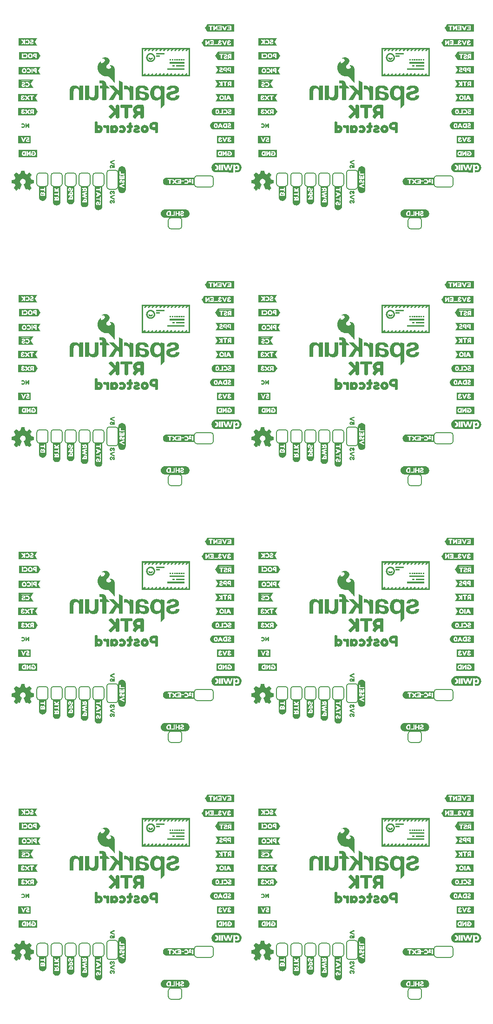
<source format=gbo>
%TF.GenerationSoftware,KiCad,Pcbnew,8.0.6*%
%TF.CreationDate,2024-11-18T21:06:19-07:00*%
%TF.ProjectId,SparkFun_RTK_Postcard_panelized,53706172-6b46-4756-9e5f-52544b5f506f,rev?*%
%TF.SameCoordinates,Original*%
%TF.FileFunction,Legend,Bot*%
%TF.FilePolarity,Positive*%
%FSLAX46Y46*%
G04 Gerber Fmt 4.6, Leading zero omitted, Abs format (unit mm)*
G04 Created by KiCad (PCBNEW 8.0.6) date 2024-11-18 21:06:19*
%MOMM*%
%LPD*%
G01*
G04 APERTURE LIST*
%ADD10C,0.000000*%
%ADD11C,0.152400*%
%ADD12C,0.029494*%
G04 APERTURE END LIST*
D10*
G36*
X69558754Y171606576D02*
G01*
X69559299Y171599885D01*
X69560196Y171593234D01*
X69561436Y171586636D01*
X69563010Y171580103D01*
X69564910Y171573647D01*
X69567127Y171567280D01*
X69569651Y171561014D01*
X69572474Y171554861D01*
X69575586Y171548834D01*
X69578979Y171542945D01*
X69582645Y171537205D01*
X69586573Y171531627D01*
X69590756Y171526223D01*
X69595184Y171521005D01*
X69599848Y171515985D01*
X69604739Y171511175D01*
X69609849Y171506588D01*
X69615169Y171502236D01*
X69620689Y171498130D01*
X69626401Y171494283D01*
X69632295Y171490706D01*
X69638364Y171487413D01*
X69644597Y171484415D01*
X69650987Y171481725D01*
X69657524Y171479353D01*
X69664199Y171477314D01*
X69671003Y171475618D01*
X69677928Y171474278D01*
X69684964Y171473305D01*
X69692103Y171472713D01*
X69699336Y171472513D01*
X69706570Y171472713D01*
X69713710Y171473305D01*
X69720747Y171474278D01*
X69727673Y171475618D01*
X69734478Y171477314D01*
X69741153Y171479353D01*
X69747691Y171481725D01*
X69754081Y171484415D01*
X69760315Y171487413D01*
X69766383Y171490706D01*
X69772278Y171494283D01*
X69777990Y171498130D01*
X69783510Y171502236D01*
X69788829Y171506588D01*
X69793939Y171511175D01*
X69798830Y171515985D01*
X69803493Y171521005D01*
X69807921Y171526223D01*
X69812103Y171531627D01*
X69816031Y171537205D01*
X69819695Y171542945D01*
X69823088Y171548834D01*
X69826200Y171554861D01*
X69829023Y171561014D01*
X69831546Y171567280D01*
X69833762Y171573647D01*
X69835662Y171580103D01*
X69837236Y171586636D01*
X69838476Y171593234D01*
X69839372Y171599885D01*
X69839917Y171606576D01*
X69840100Y171613295D01*
X70109282Y171613295D01*
X70108748Y171591594D01*
X70107162Y171570246D01*
X70104550Y171549274D01*
X70100939Y171528700D01*
X70096354Y171508545D01*
X70090821Y171488832D01*
X70084366Y171469583D01*
X70077016Y171450819D01*
X70068796Y171432563D01*
X70059732Y171414837D01*
X70049849Y171397662D01*
X70039175Y171381060D01*
X70027735Y171365054D01*
X70015555Y171349666D01*
X70002660Y171334917D01*
X69989077Y171320830D01*
X69974832Y171307426D01*
X69959951Y171294727D01*
X69944459Y171282756D01*
X69928383Y171271534D01*
X69911749Y171261084D01*
X69894582Y171251427D01*
X69876908Y171242586D01*
X69858754Y171234582D01*
X69840146Y171227437D01*
X69821108Y171221173D01*
X69801668Y171215813D01*
X69781851Y171211378D01*
X69761684Y171207891D01*
X69741191Y171205372D01*
X69720400Y171203845D01*
X69699336Y171203331D01*
X69678270Y171203845D01*
X69657477Y171205372D01*
X69636983Y171207890D01*
X69616814Y171211377D01*
X69596996Y171215812D01*
X69577555Y171221172D01*
X69558517Y171227435D01*
X69539907Y171234579D01*
X69521752Y171242583D01*
X69504078Y171251424D01*
X69486911Y171261080D01*
X69470276Y171271530D01*
X69454199Y171282751D01*
X69438707Y171294721D01*
X69423826Y171307420D01*
X69409581Y171320823D01*
X69395998Y171334910D01*
X69383103Y171349659D01*
X69370923Y171365047D01*
X69359483Y171381053D01*
X69348810Y171397654D01*
X69338928Y171414829D01*
X69329864Y171432556D01*
X69321645Y171450812D01*
X69314295Y171469576D01*
X69307842Y171488826D01*
X69302310Y171508540D01*
X69297726Y171528695D01*
X69294116Y171549270D01*
X69291506Y171570243D01*
X69289921Y171591592D01*
X69289389Y171613295D01*
X69558571Y171613295D01*
X69558754Y171606576D01*
G37*
G36*
X69558754Y124878576D02*
G01*
X69559299Y124871885D01*
X69560196Y124865234D01*
X69561436Y124858636D01*
X69563010Y124852103D01*
X69564910Y124845647D01*
X69567127Y124839280D01*
X69569651Y124833014D01*
X69572474Y124826861D01*
X69575586Y124820834D01*
X69578979Y124814945D01*
X69582645Y124809205D01*
X69586573Y124803627D01*
X69590756Y124798223D01*
X69595184Y124793005D01*
X69599848Y124787985D01*
X69604739Y124783175D01*
X69609849Y124778588D01*
X69615169Y124774236D01*
X69620689Y124770130D01*
X69626401Y124766283D01*
X69632295Y124762706D01*
X69638364Y124759413D01*
X69644597Y124756415D01*
X69650987Y124753725D01*
X69657524Y124751353D01*
X69664199Y124749314D01*
X69671003Y124747618D01*
X69677928Y124746278D01*
X69684964Y124745305D01*
X69692103Y124744713D01*
X69699336Y124744513D01*
X69706570Y124744713D01*
X69713710Y124745305D01*
X69720747Y124746278D01*
X69727673Y124747618D01*
X69734478Y124749314D01*
X69741153Y124751353D01*
X69747691Y124753725D01*
X69754081Y124756415D01*
X69760315Y124759413D01*
X69766383Y124762706D01*
X69772278Y124766283D01*
X69777990Y124770130D01*
X69783510Y124774236D01*
X69788829Y124778588D01*
X69793939Y124783175D01*
X69798830Y124787985D01*
X69803493Y124793005D01*
X69807921Y124798223D01*
X69812103Y124803627D01*
X69816031Y124809205D01*
X69819695Y124814945D01*
X69823088Y124820834D01*
X69826200Y124826861D01*
X69829023Y124833014D01*
X69831546Y124839280D01*
X69833762Y124845647D01*
X69835662Y124852103D01*
X69837236Y124858636D01*
X69838476Y124865234D01*
X69839372Y124871885D01*
X69839917Y124878576D01*
X69840100Y124885295D01*
X70109282Y124885295D01*
X70108748Y124863594D01*
X70107162Y124842246D01*
X70104550Y124821274D01*
X70100939Y124800700D01*
X70096354Y124780545D01*
X70090821Y124760832D01*
X70084366Y124741583D01*
X70077016Y124722819D01*
X70068796Y124704563D01*
X70059732Y124686837D01*
X70049849Y124669662D01*
X70039175Y124653060D01*
X70027735Y124637054D01*
X70015555Y124621666D01*
X70002660Y124606917D01*
X69989077Y124592830D01*
X69974832Y124579426D01*
X69959951Y124566727D01*
X69944459Y124554756D01*
X69928383Y124543534D01*
X69911749Y124533084D01*
X69894582Y124523427D01*
X69876908Y124514586D01*
X69858754Y124506582D01*
X69840146Y124499437D01*
X69821108Y124493173D01*
X69801668Y124487813D01*
X69781851Y124483378D01*
X69761684Y124479891D01*
X69741191Y124477372D01*
X69720400Y124475845D01*
X69699336Y124475331D01*
X69678270Y124475845D01*
X69657477Y124477372D01*
X69636983Y124479890D01*
X69616814Y124483377D01*
X69596996Y124487812D01*
X69577555Y124493172D01*
X69558517Y124499435D01*
X69539907Y124506579D01*
X69521752Y124514583D01*
X69504078Y124523424D01*
X69486911Y124533080D01*
X69470276Y124543530D01*
X69454199Y124554751D01*
X69438707Y124566721D01*
X69423826Y124579420D01*
X69409581Y124592823D01*
X69395998Y124606910D01*
X69383103Y124621659D01*
X69370923Y124637047D01*
X69359483Y124653053D01*
X69348810Y124669654D01*
X69338928Y124686829D01*
X69329864Y124704556D01*
X69321645Y124722812D01*
X69314295Y124741576D01*
X69307842Y124760826D01*
X69302310Y124780540D01*
X69297726Y124800695D01*
X69294116Y124821270D01*
X69291506Y124842243D01*
X69289921Y124863592D01*
X69289389Y124885295D01*
X69558571Y124885295D01*
X69558754Y124878576D01*
G37*
G36*
X69558754Y78150576D02*
G01*
X69559299Y78143885D01*
X69560196Y78137234D01*
X69561436Y78130636D01*
X69563010Y78124103D01*
X69564910Y78117647D01*
X69567127Y78111280D01*
X69569651Y78105014D01*
X69572474Y78098861D01*
X69575586Y78092834D01*
X69578979Y78086945D01*
X69582645Y78081205D01*
X69586573Y78075627D01*
X69590756Y78070223D01*
X69595184Y78065005D01*
X69599848Y78059985D01*
X69604739Y78055175D01*
X69609849Y78050588D01*
X69615169Y78046236D01*
X69620689Y78042130D01*
X69626401Y78038283D01*
X69632295Y78034706D01*
X69638364Y78031413D01*
X69644597Y78028415D01*
X69650987Y78025725D01*
X69657524Y78023353D01*
X69664199Y78021314D01*
X69671003Y78019618D01*
X69677928Y78018278D01*
X69684964Y78017305D01*
X69692103Y78016713D01*
X69699336Y78016513D01*
X69706570Y78016713D01*
X69713710Y78017305D01*
X69720747Y78018278D01*
X69727673Y78019618D01*
X69734478Y78021314D01*
X69741153Y78023353D01*
X69747691Y78025725D01*
X69754081Y78028415D01*
X69760315Y78031413D01*
X69766383Y78034706D01*
X69772278Y78038283D01*
X69777990Y78042130D01*
X69783510Y78046236D01*
X69788829Y78050588D01*
X69793939Y78055175D01*
X69798830Y78059985D01*
X69803493Y78065005D01*
X69807921Y78070223D01*
X69812103Y78075627D01*
X69816031Y78081205D01*
X69819695Y78086945D01*
X69823088Y78092834D01*
X69826200Y78098861D01*
X69829023Y78105014D01*
X69831546Y78111280D01*
X69833762Y78117647D01*
X69835662Y78124103D01*
X69837236Y78130636D01*
X69838476Y78137234D01*
X69839372Y78143885D01*
X69839917Y78150576D01*
X69840100Y78157295D01*
X70109282Y78157295D01*
X70108748Y78135594D01*
X70107162Y78114246D01*
X70104550Y78093274D01*
X70100939Y78072700D01*
X70096354Y78052545D01*
X70090821Y78032832D01*
X70084366Y78013583D01*
X70077016Y77994819D01*
X70068796Y77976563D01*
X70059732Y77958837D01*
X70049849Y77941662D01*
X70039175Y77925060D01*
X70027735Y77909054D01*
X70015555Y77893666D01*
X70002660Y77878917D01*
X69989077Y77864830D01*
X69974832Y77851426D01*
X69959951Y77838727D01*
X69944459Y77826756D01*
X69928383Y77815534D01*
X69911749Y77805084D01*
X69894582Y77795427D01*
X69876908Y77786586D01*
X69858754Y77778582D01*
X69840146Y77771437D01*
X69821108Y77765173D01*
X69801668Y77759813D01*
X69781851Y77755378D01*
X69761684Y77751891D01*
X69741191Y77749372D01*
X69720400Y77747845D01*
X69699336Y77747331D01*
X69678270Y77747845D01*
X69657477Y77749372D01*
X69636983Y77751890D01*
X69616814Y77755377D01*
X69596996Y77759812D01*
X69577555Y77765172D01*
X69558517Y77771435D01*
X69539907Y77778579D01*
X69521752Y77786583D01*
X69504078Y77795424D01*
X69486911Y77805080D01*
X69470276Y77815530D01*
X69454199Y77826751D01*
X69438707Y77838721D01*
X69423826Y77851420D01*
X69409581Y77864823D01*
X69395998Y77878910D01*
X69383103Y77893659D01*
X69370923Y77909047D01*
X69359483Y77925053D01*
X69348810Y77941654D01*
X69338928Y77958829D01*
X69329864Y77976556D01*
X69321645Y77994812D01*
X69314295Y78013576D01*
X69307842Y78032826D01*
X69302310Y78052540D01*
X69297726Y78072695D01*
X69294116Y78093270D01*
X69291506Y78114243D01*
X69289921Y78135592D01*
X69289389Y78157295D01*
X69558571Y78157295D01*
X69558754Y78150576D01*
G37*
G36*
X69558754Y31422576D02*
G01*
X69559299Y31415885D01*
X69560196Y31409234D01*
X69561436Y31402636D01*
X69563010Y31396103D01*
X69564910Y31389647D01*
X69567127Y31383280D01*
X69569651Y31377014D01*
X69572474Y31370861D01*
X69575586Y31364834D01*
X69578979Y31358945D01*
X69582645Y31353205D01*
X69586573Y31347627D01*
X69590756Y31342223D01*
X69595184Y31337005D01*
X69599848Y31331985D01*
X69604739Y31327175D01*
X69609849Y31322588D01*
X69615169Y31318236D01*
X69620689Y31314130D01*
X69626401Y31310283D01*
X69632295Y31306706D01*
X69638364Y31303413D01*
X69644597Y31300415D01*
X69650987Y31297725D01*
X69657524Y31295353D01*
X69664199Y31293314D01*
X69671003Y31291618D01*
X69677928Y31290278D01*
X69684964Y31289305D01*
X69692103Y31288713D01*
X69699336Y31288513D01*
X69706570Y31288713D01*
X69713710Y31289305D01*
X69720747Y31290278D01*
X69727673Y31291618D01*
X69734478Y31293314D01*
X69741153Y31295353D01*
X69747691Y31297725D01*
X69754081Y31300415D01*
X69760315Y31303413D01*
X69766383Y31306706D01*
X69772278Y31310283D01*
X69777990Y31314130D01*
X69783510Y31318236D01*
X69788829Y31322588D01*
X69793939Y31327175D01*
X69798830Y31331985D01*
X69803493Y31337005D01*
X69807921Y31342223D01*
X69812103Y31347627D01*
X69816031Y31353205D01*
X69819695Y31358945D01*
X69823088Y31364834D01*
X69826200Y31370861D01*
X69829023Y31377014D01*
X69831546Y31383280D01*
X69833762Y31389647D01*
X69835662Y31396103D01*
X69837236Y31402636D01*
X69838476Y31409234D01*
X69839372Y31415885D01*
X69839917Y31422576D01*
X69840100Y31429295D01*
X70109282Y31429295D01*
X70108748Y31407594D01*
X70107162Y31386246D01*
X70104550Y31365274D01*
X70100939Y31344700D01*
X70096354Y31324545D01*
X70090821Y31304832D01*
X70084366Y31285583D01*
X70077016Y31266819D01*
X70068796Y31248563D01*
X70059732Y31230837D01*
X70049849Y31213662D01*
X70039175Y31197060D01*
X70027735Y31181054D01*
X70015555Y31165666D01*
X70002660Y31150917D01*
X69989077Y31136830D01*
X69974832Y31123426D01*
X69959951Y31110727D01*
X69944459Y31098756D01*
X69928383Y31087534D01*
X69911749Y31077084D01*
X69894582Y31067427D01*
X69876908Y31058586D01*
X69858754Y31050582D01*
X69840146Y31043437D01*
X69821108Y31037173D01*
X69801668Y31031813D01*
X69781851Y31027378D01*
X69761684Y31023891D01*
X69741191Y31021372D01*
X69720400Y31019845D01*
X69699336Y31019331D01*
X69678270Y31019845D01*
X69657477Y31021372D01*
X69636983Y31023890D01*
X69616814Y31027377D01*
X69596996Y31031812D01*
X69577555Y31037172D01*
X69558517Y31043435D01*
X69539907Y31050579D01*
X69521752Y31058583D01*
X69504078Y31067424D01*
X69486911Y31077080D01*
X69470276Y31087530D01*
X69454199Y31098751D01*
X69438707Y31110721D01*
X69423826Y31123420D01*
X69409581Y31136823D01*
X69395998Y31150910D01*
X69383103Y31165659D01*
X69370923Y31181047D01*
X69359483Y31197053D01*
X69348810Y31213654D01*
X69338928Y31230829D01*
X69329864Y31248556D01*
X69321645Y31266812D01*
X69314295Y31285576D01*
X69307842Y31304826D01*
X69302310Y31324540D01*
X69297726Y31344695D01*
X69294116Y31365270D01*
X69291506Y31386243D01*
X69289921Y31407592D01*
X69289389Y31429295D01*
X69558571Y31429295D01*
X69558754Y31422576D01*
G37*
G36*
X25878754Y171606576D02*
G01*
X25879299Y171599885D01*
X25880196Y171593234D01*
X25881436Y171586636D01*
X25883010Y171580103D01*
X25884910Y171573647D01*
X25887127Y171567280D01*
X25889651Y171561014D01*
X25892474Y171554861D01*
X25895586Y171548834D01*
X25898979Y171542945D01*
X25902645Y171537205D01*
X25906573Y171531627D01*
X25910756Y171526223D01*
X25915184Y171521005D01*
X25919848Y171515985D01*
X25924739Y171511175D01*
X25929849Y171506588D01*
X25935169Y171502236D01*
X25940689Y171498130D01*
X25946401Y171494283D01*
X25952295Y171490706D01*
X25958364Y171487413D01*
X25964597Y171484415D01*
X25970987Y171481725D01*
X25977524Y171479353D01*
X25984199Y171477314D01*
X25991003Y171475618D01*
X25997928Y171474278D01*
X26004964Y171473305D01*
X26012103Y171472713D01*
X26019336Y171472513D01*
X26026570Y171472713D01*
X26033710Y171473305D01*
X26040747Y171474278D01*
X26047673Y171475618D01*
X26054478Y171477314D01*
X26061153Y171479353D01*
X26067691Y171481725D01*
X26074081Y171484415D01*
X26080315Y171487413D01*
X26086383Y171490706D01*
X26092278Y171494283D01*
X26097990Y171498130D01*
X26103510Y171502236D01*
X26108829Y171506588D01*
X26113939Y171511175D01*
X26118830Y171515985D01*
X26123493Y171521005D01*
X26127921Y171526223D01*
X26132103Y171531627D01*
X26136031Y171537205D01*
X26139695Y171542945D01*
X26143088Y171548834D01*
X26146200Y171554861D01*
X26149023Y171561014D01*
X26151546Y171567280D01*
X26153762Y171573647D01*
X26155662Y171580103D01*
X26157236Y171586636D01*
X26158476Y171593234D01*
X26159372Y171599885D01*
X26159917Y171606576D01*
X26160100Y171613295D01*
X26429282Y171613295D01*
X26428748Y171591594D01*
X26427162Y171570246D01*
X26424550Y171549274D01*
X26420939Y171528700D01*
X26416354Y171508545D01*
X26410821Y171488832D01*
X26404366Y171469583D01*
X26397016Y171450819D01*
X26388796Y171432563D01*
X26379732Y171414837D01*
X26369849Y171397662D01*
X26359175Y171381060D01*
X26347735Y171365054D01*
X26335555Y171349666D01*
X26322660Y171334917D01*
X26309077Y171320830D01*
X26294832Y171307426D01*
X26279951Y171294727D01*
X26264459Y171282756D01*
X26248383Y171271534D01*
X26231749Y171261084D01*
X26214582Y171251427D01*
X26196908Y171242586D01*
X26178754Y171234582D01*
X26160146Y171227437D01*
X26141108Y171221173D01*
X26121668Y171215813D01*
X26101851Y171211378D01*
X26081684Y171207891D01*
X26061191Y171205372D01*
X26040400Y171203845D01*
X26019336Y171203331D01*
X25998270Y171203845D01*
X25977477Y171205372D01*
X25956983Y171207890D01*
X25936814Y171211377D01*
X25916996Y171215812D01*
X25897555Y171221172D01*
X25878517Y171227435D01*
X25859907Y171234579D01*
X25841752Y171242583D01*
X25824078Y171251424D01*
X25806911Y171261080D01*
X25790276Y171271530D01*
X25774199Y171282751D01*
X25758707Y171294721D01*
X25743826Y171307420D01*
X25729581Y171320823D01*
X25715998Y171334910D01*
X25703103Y171349659D01*
X25690923Y171365047D01*
X25679483Y171381053D01*
X25668810Y171397654D01*
X25658928Y171414829D01*
X25649864Y171432556D01*
X25641645Y171450812D01*
X25634295Y171469576D01*
X25627842Y171488826D01*
X25622310Y171508540D01*
X25617726Y171528695D01*
X25614116Y171549270D01*
X25611506Y171570243D01*
X25609921Y171591592D01*
X25609389Y171613295D01*
X25878571Y171613295D01*
X25878754Y171606576D01*
G37*
G36*
X25878754Y124878576D02*
G01*
X25879299Y124871885D01*
X25880196Y124865234D01*
X25881436Y124858636D01*
X25883010Y124852103D01*
X25884910Y124845647D01*
X25887127Y124839280D01*
X25889651Y124833014D01*
X25892474Y124826861D01*
X25895586Y124820834D01*
X25898979Y124814945D01*
X25902645Y124809205D01*
X25906573Y124803627D01*
X25910756Y124798223D01*
X25915184Y124793005D01*
X25919848Y124787985D01*
X25924739Y124783175D01*
X25929849Y124778588D01*
X25935169Y124774236D01*
X25940689Y124770130D01*
X25946401Y124766283D01*
X25952295Y124762706D01*
X25958364Y124759413D01*
X25964597Y124756415D01*
X25970987Y124753725D01*
X25977524Y124751353D01*
X25984199Y124749314D01*
X25991003Y124747618D01*
X25997928Y124746278D01*
X26004964Y124745305D01*
X26012103Y124744713D01*
X26019336Y124744513D01*
X26026570Y124744713D01*
X26033710Y124745305D01*
X26040747Y124746278D01*
X26047673Y124747618D01*
X26054478Y124749314D01*
X26061153Y124751353D01*
X26067691Y124753725D01*
X26074081Y124756415D01*
X26080315Y124759413D01*
X26086383Y124762706D01*
X26092278Y124766283D01*
X26097990Y124770130D01*
X26103510Y124774236D01*
X26108829Y124778588D01*
X26113939Y124783175D01*
X26118830Y124787985D01*
X26123493Y124793005D01*
X26127921Y124798223D01*
X26132103Y124803627D01*
X26136031Y124809205D01*
X26139695Y124814945D01*
X26143088Y124820834D01*
X26146200Y124826861D01*
X26149023Y124833014D01*
X26151546Y124839280D01*
X26153762Y124845647D01*
X26155662Y124852103D01*
X26157236Y124858636D01*
X26158476Y124865234D01*
X26159372Y124871885D01*
X26159917Y124878576D01*
X26160100Y124885295D01*
X26429282Y124885295D01*
X26428748Y124863594D01*
X26427162Y124842246D01*
X26424550Y124821274D01*
X26420939Y124800700D01*
X26416354Y124780545D01*
X26410821Y124760832D01*
X26404366Y124741583D01*
X26397016Y124722819D01*
X26388796Y124704563D01*
X26379732Y124686837D01*
X26369849Y124669662D01*
X26359175Y124653060D01*
X26347735Y124637054D01*
X26335555Y124621666D01*
X26322660Y124606917D01*
X26309077Y124592830D01*
X26294832Y124579426D01*
X26279951Y124566727D01*
X26264459Y124554756D01*
X26248383Y124543534D01*
X26231749Y124533084D01*
X26214582Y124523427D01*
X26196908Y124514586D01*
X26178754Y124506582D01*
X26160146Y124499437D01*
X26141108Y124493173D01*
X26121668Y124487813D01*
X26101851Y124483378D01*
X26081684Y124479891D01*
X26061191Y124477372D01*
X26040400Y124475845D01*
X26019336Y124475331D01*
X25998270Y124475845D01*
X25977477Y124477372D01*
X25956983Y124479890D01*
X25936814Y124483377D01*
X25916996Y124487812D01*
X25897555Y124493172D01*
X25878517Y124499435D01*
X25859907Y124506579D01*
X25841752Y124514583D01*
X25824078Y124523424D01*
X25806911Y124533080D01*
X25790276Y124543530D01*
X25774199Y124554751D01*
X25758707Y124566721D01*
X25743826Y124579420D01*
X25729581Y124592823D01*
X25715998Y124606910D01*
X25703103Y124621659D01*
X25690923Y124637047D01*
X25679483Y124653053D01*
X25668810Y124669654D01*
X25658928Y124686829D01*
X25649864Y124704556D01*
X25641645Y124722812D01*
X25634295Y124741576D01*
X25627842Y124760826D01*
X25622310Y124780540D01*
X25617726Y124800695D01*
X25614116Y124821270D01*
X25611506Y124842243D01*
X25609921Y124863592D01*
X25609389Y124885295D01*
X25878571Y124885295D01*
X25878754Y124878576D01*
G37*
G36*
X25878754Y78150576D02*
G01*
X25879299Y78143885D01*
X25880196Y78137234D01*
X25881436Y78130636D01*
X25883010Y78124103D01*
X25884910Y78117647D01*
X25887127Y78111280D01*
X25889651Y78105014D01*
X25892474Y78098861D01*
X25895586Y78092834D01*
X25898979Y78086945D01*
X25902645Y78081205D01*
X25906573Y78075627D01*
X25910756Y78070223D01*
X25915184Y78065005D01*
X25919848Y78059985D01*
X25924739Y78055175D01*
X25929849Y78050588D01*
X25935169Y78046236D01*
X25940689Y78042130D01*
X25946401Y78038283D01*
X25952295Y78034706D01*
X25958364Y78031413D01*
X25964597Y78028415D01*
X25970987Y78025725D01*
X25977524Y78023353D01*
X25984199Y78021314D01*
X25991003Y78019618D01*
X25997928Y78018278D01*
X26004964Y78017305D01*
X26012103Y78016713D01*
X26019336Y78016513D01*
X26026570Y78016713D01*
X26033710Y78017305D01*
X26040747Y78018278D01*
X26047673Y78019618D01*
X26054478Y78021314D01*
X26061153Y78023353D01*
X26067691Y78025725D01*
X26074081Y78028415D01*
X26080315Y78031413D01*
X26086383Y78034706D01*
X26092278Y78038283D01*
X26097990Y78042130D01*
X26103510Y78046236D01*
X26108829Y78050588D01*
X26113939Y78055175D01*
X26118830Y78059985D01*
X26123493Y78065005D01*
X26127921Y78070223D01*
X26132103Y78075627D01*
X26136031Y78081205D01*
X26139695Y78086945D01*
X26143088Y78092834D01*
X26146200Y78098861D01*
X26149023Y78105014D01*
X26151546Y78111280D01*
X26153762Y78117647D01*
X26155662Y78124103D01*
X26157236Y78130636D01*
X26158476Y78137234D01*
X26159372Y78143885D01*
X26159917Y78150576D01*
X26160100Y78157295D01*
X26429282Y78157295D01*
X26428748Y78135594D01*
X26427162Y78114246D01*
X26424550Y78093274D01*
X26420939Y78072700D01*
X26416354Y78052545D01*
X26410821Y78032832D01*
X26404366Y78013583D01*
X26397016Y77994819D01*
X26388796Y77976563D01*
X26379732Y77958837D01*
X26369849Y77941662D01*
X26359175Y77925060D01*
X26347735Y77909054D01*
X26335555Y77893666D01*
X26322660Y77878917D01*
X26309077Y77864830D01*
X26294832Y77851426D01*
X26279951Y77838727D01*
X26264459Y77826756D01*
X26248383Y77815534D01*
X26231749Y77805084D01*
X26214582Y77795427D01*
X26196908Y77786586D01*
X26178754Y77778582D01*
X26160146Y77771437D01*
X26141108Y77765173D01*
X26121668Y77759813D01*
X26101851Y77755378D01*
X26081684Y77751891D01*
X26061191Y77749372D01*
X26040400Y77747845D01*
X26019336Y77747331D01*
X25998270Y77747845D01*
X25977477Y77749372D01*
X25956983Y77751890D01*
X25936814Y77755377D01*
X25916996Y77759812D01*
X25897555Y77765172D01*
X25878517Y77771435D01*
X25859907Y77778579D01*
X25841752Y77786583D01*
X25824078Y77795424D01*
X25806911Y77805080D01*
X25790276Y77815530D01*
X25774199Y77826751D01*
X25758707Y77838721D01*
X25743826Y77851420D01*
X25729581Y77864823D01*
X25715998Y77878910D01*
X25703103Y77893659D01*
X25690923Y77909047D01*
X25679483Y77925053D01*
X25668810Y77941654D01*
X25658928Y77958829D01*
X25649864Y77976556D01*
X25641645Y77994812D01*
X25634295Y78013576D01*
X25627842Y78032826D01*
X25622310Y78052540D01*
X25617726Y78072695D01*
X25614116Y78093270D01*
X25611506Y78114243D01*
X25609921Y78135592D01*
X25609389Y78157295D01*
X25878571Y78157295D01*
X25878754Y78150576D01*
G37*
G36*
X75898548Y170518596D02*
G01*
X73134911Y170518596D01*
X73134911Y170787778D01*
X75898548Y170787778D01*
X75898548Y170518596D01*
G37*
G36*
X75898548Y123790596D02*
G01*
X73134911Y123790596D01*
X73134911Y124059778D01*
X75898548Y124059778D01*
X75898548Y123790596D01*
G37*
G36*
X75898548Y77062596D02*
G01*
X73134911Y77062596D01*
X73134911Y77331778D01*
X75898548Y77331778D01*
X75898548Y77062596D01*
G37*
G36*
X75898548Y30334596D02*
G01*
X73134911Y30334596D01*
X73134911Y30603778D01*
X75898548Y30603778D01*
X75898548Y30334596D01*
G37*
G36*
X32218548Y170518596D02*
G01*
X29454911Y170518596D01*
X29454911Y170787778D01*
X32218548Y170787778D01*
X32218548Y170518596D01*
G37*
G36*
X32218548Y123790596D02*
G01*
X29454911Y123790596D01*
X29454911Y124059778D01*
X32218548Y124059778D01*
X32218548Y123790596D01*
G37*
G36*
X32218548Y77062596D02*
G01*
X29454911Y77062596D01*
X29454911Y77331778D01*
X32218548Y77331778D01*
X32218548Y77062596D01*
G37*
G36*
X72183798Y172169596D02*
G01*
X70658412Y172169596D01*
X70658412Y172438778D01*
X72183798Y172438778D01*
X72183798Y172169596D01*
G37*
G36*
X72183798Y125441596D02*
G01*
X70658412Y125441596D01*
X70658412Y125710778D01*
X72183798Y125710778D01*
X72183798Y125441596D01*
G37*
G36*
X72183798Y78713596D02*
G01*
X70658412Y78713596D01*
X70658412Y78982778D01*
X72183798Y78982778D01*
X72183798Y78713596D01*
G37*
G36*
X72183798Y31985596D02*
G01*
X70658412Y31985596D01*
X70658412Y32254778D01*
X72183798Y32254778D01*
X72183798Y31985596D01*
G37*
G36*
X28503798Y172169596D02*
G01*
X26978412Y172169596D01*
X26978412Y172438778D01*
X28503798Y172438778D01*
X28503798Y172169596D01*
G37*
G36*
X28503798Y125441596D02*
G01*
X26978412Y125441596D01*
X26978412Y125710778D01*
X28503798Y125710778D01*
X28503798Y125441596D01*
G37*
G36*
X28503798Y78713596D02*
G01*
X26978412Y78713596D01*
X26978412Y78982778D01*
X28503798Y78982778D01*
X28503798Y78713596D01*
G37*
G36*
X71358298Y171756846D02*
G01*
X70658412Y171756846D01*
X70658412Y172026028D01*
X71358298Y172026028D01*
X71358298Y171756846D01*
G37*
G36*
X71358298Y125028846D02*
G01*
X70658412Y125028846D01*
X70658412Y125298028D01*
X71358298Y125298028D01*
X71358298Y125028846D01*
G37*
G36*
X71358298Y78300846D02*
G01*
X70658412Y78300846D01*
X70658412Y78570028D01*
X71358298Y78570028D01*
X71358298Y78300846D01*
G37*
G36*
X71358298Y31572846D02*
G01*
X70658412Y31572846D01*
X70658412Y31842028D01*
X71358298Y31842028D01*
X71358298Y31572846D01*
G37*
G36*
X27678298Y171756846D02*
G01*
X26978412Y171756846D01*
X26978412Y172026028D01*
X27678298Y172026028D01*
X27678298Y171756846D01*
G37*
G36*
X27678298Y125028846D02*
G01*
X26978412Y125028846D01*
X26978412Y125298028D01*
X27678298Y125298028D01*
X27678298Y125028846D01*
G37*
G36*
X27678298Y78300846D02*
G01*
X26978412Y78300846D01*
X26978412Y78570028D01*
X27678298Y78570028D01*
X27678298Y78300846D01*
G37*
G36*
X70522325Y171611231D02*
G01*
X70521252Y171568944D01*
X70518068Y171527204D01*
X70512825Y171486065D01*
X70505575Y171445577D01*
X70496370Y171405794D01*
X70485263Y171366768D01*
X70472305Y171328549D01*
X70457548Y171291191D01*
X70441046Y171254746D01*
X70422849Y171219266D01*
X70403009Y171184802D01*
X70381580Y171151408D01*
X70358613Y171119134D01*
X70334160Y171088034D01*
X70308274Y171058159D01*
X70281006Y171029561D01*
X70252408Y171002293D01*
X70222533Y170976406D01*
X70191432Y170951953D01*
X70159159Y170928986D01*
X70125764Y170907557D01*
X70091301Y170887718D01*
X70055820Y170869521D01*
X70019375Y170853018D01*
X69982017Y170838262D01*
X69943799Y170825304D01*
X69904772Y170814196D01*
X69864989Y170804992D01*
X69824502Y170797742D01*
X69783362Y170792499D01*
X69741623Y170789315D01*
X69699336Y170788242D01*
X69657047Y170789315D01*
X69615306Y170792499D01*
X69574165Y170797742D01*
X69533676Y170804992D01*
X69493892Y170814198D01*
X69454864Y170825305D01*
X69416645Y170838264D01*
X69379286Y170853021D01*
X69342840Y170869524D01*
X69307359Y170887721D01*
X69272895Y170907561D01*
X69239500Y170928991D01*
X69207226Y170951958D01*
X69176125Y170976412D01*
X69146250Y171002299D01*
X69117652Y171029567D01*
X69090384Y171058165D01*
X69064498Y171088041D01*
X69040045Y171119142D01*
X69017079Y171151415D01*
X68995650Y171184810D01*
X68975811Y171219274D01*
X68957615Y171254754D01*
X68941113Y171291199D01*
X68926357Y171328556D01*
X68913400Y171366774D01*
X68902294Y171405800D01*
X68893091Y171445582D01*
X68885842Y171486069D01*
X68880600Y171527207D01*
X68877418Y171568945D01*
X68876347Y171611231D01*
X68876347Y171611248D01*
X69145528Y171611248D01*
X69146250Y171582793D01*
X69148393Y171554706D01*
X69151921Y171527023D01*
X69156799Y171499778D01*
X69162993Y171473008D01*
X69170467Y171446746D01*
X69179187Y171421028D01*
X69189116Y171395890D01*
X69200221Y171371365D01*
X69212466Y171347489D01*
X69225816Y171324298D01*
X69240235Y171301826D01*
X69255690Y171280109D01*
X69272145Y171259180D01*
X69289564Y171239077D01*
X69307913Y171219832D01*
X69327157Y171201483D01*
X69347260Y171184063D01*
X69368188Y171167608D01*
X69389906Y171152153D01*
X69412378Y171137732D01*
X69435569Y171124382D01*
X69459445Y171112137D01*
X69483970Y171101031D01*
X69509109Y171091101D01*
X69534827Y171082381D01*
X69561089Y171074907D01*
X69587861Y171068713D01*
X69615106Y171063834D01*
X69642790Y171060306D01*
X69670879Y171058163D01*
X69699336Y171057441D01*
X69727791Y171058163D01*
X69755878Y171060306D01*
X69783561Y171063834D01*
X69810805Y171068713D01*
X69837576Y171074907D01*
X69863838Y171082381D01*
X69889555Y171091101D01*
X69914694Y171101031D01*
X69939219Y171112137D01*
X69963094Y171124382D01*
X69986286Y171137732D01*
X70008758Y171152153D01*
X70030475Y171167608D01*
X70051403Y171184063D01*
X70071507Y171201483D01*
X70090751Y171219832D01*
X70109101Y171239076D01*
X70126521Y171259180D01*
X70142976Y171280108D01*
X70158431Y171301826D01*
X70172851Y171324298D01*
X70186202Y171347489D01*
X70198447Y171371365D01*
X70209552Y171395889D01*
X70219483Y171421028D01*
X70228202Y171446746D01*
X70235677Y171473008D01*
X70241871Y171499778D01*
X70246750Y171527023D01*
X70250278Y171554706D01*
X70252421Y171582793D01*
X70253143Y171611248D01*
X70252421Y171639704D01*
X70250278Y171667791D01*
X70246750Y171695474D01*
X70241872Y171722718D01*
X70235678Y171749489D01*
X70228204Y171775750D01*
X70219484Y171801468D01*
X70209555Y171826607D01*
X70198450Y171851132D01*
X70186205Y171875007D01*
X70172855Y171898198D01*
X70158436Y171920670D01*
X70142981Y171942388D01*
X70126526Y171963316D01*
X70109107Y171983420D01*
X70090758Y172002664D01*
X70071514Y172021014D01*
X70051411Y172038433D01*
X70030483Y172054889D01*
X70008765Y172070344D01*
X69986293Y172084764D01*
X69963102Y172098115D01*
X69939226Y172110360D01*
X69914701Y172121465D01*
X69889562Y172131395D01*
X69863844Y172140115D01*
X69837582Y172147590D01*
X69810810Y172153784D01*
X69783565Y172158663D01*
X69755881Y172162191D01*
X69727792Y172164333D01*
X69699336Y172165055D01*
X69670879Y172164333D01*
X69642790Y172162191D01*
X69615106Y172158663D01*
X69587861Y172153784D01*
X69561089Y172147590D01*
X69534827Y172140115D01*
X69509109Y172131395D01*
X69483970Y172121465D01*
X69459445Y172110360D01*
X69435569Y172098115D01*
X69412378Y172084764D01*
X69389906Y172070344D01*
X69368188Y172054889D01*
X69347260Y172038433D01*
X69327157Y172021014D01*
X69307913Y172002664D01*
X69289564Y171983420D01*
X69272145Y171963316D01*
X69255690Y171942388D01*
X69240235Y171920670D01*
X69225816Y171898198D01*
X69212466Y171875007D01*
X69200221Y171851132D01*
X69189116Y171826607D01*
X69179187Y171801468D01*
X69170467Y171775750D01*
X69162993Y171749489D01*
X69156799Y171722718D01*
X69151921Y171695474D01*
X69148393Y171667791D01*
X69146250Y171639704D01*
X69145528Y171611248D01*
X68876347Y171611248D01*
X68877419Y171653518D01*
X68880603Y171695258D01*
X68885846Y171736397D01*
X68893096Y171776884D01*
X68902301Y171816667D01*
X68913408Y171855694D01*
X68926366Y171893913D01*
X68941123Y171931270D01*
X68957625Y171967716D01*
X68975822Y172003196D01*
X68995662Y172037660D01*
X69017091Y172071054D01*
X69040058Y172103328D01*
X69064511Y172134428D01*
X69090397Y172164303D01*
X69117666Y172192901D01*
X69146263Y172220169D01*
X69176138Y172246056D01*
X69207239Y172270509D01*
X69239512Y172293476D01*
X69272907Y172314905D01*
X69307370Y172334744D01*
X69342851Y172352941D01*
X69379296Y172369444D01*
X69416654Y172384201D01*
X69454872Y172397158D01*
X69493899Y172408266D01*
X69533682Y172417471D01*
X69574169Y172424720D01*
X69615309Y172429963D01*
X69657048Y172433147D01*
X69699336Y172434220D01*
X69741623Y172433147D01*
X69783362Y172429963D01*
X69824502Y172424720D01*
X69864989Y172417471D01*
X69904772Y172408266D01*
X69943799Y172397158D01*
X69982017Y172384201D01*
X70019375Y172369444D01*
X70055820Y172352941D01*
X70091301Y172334744D01*
X70125764Y172314905D01*
X70159159Y172293476D01*
X70191432Y172270509D01*
X70222533Y172246056D01*
X70252408Y172220169D01*
X70281006Y172192901D01*
X70308274Y172164303D01*
X70334160Y172134428D01*
X70358613Y172103328D01*
X70381580Y172071054D01*
X70403009Y172037660D01*
X70422849Y172003196D01*
X70441046Y171967716D01*
X70457548Y171931270D01*
X70472305Y171893913D01*
X70485263Y171855694D01*
X70496370Y171816667D01*
X70505575Y171776884D01*
X70512825Y171736397D01*
X70518068Y171695258D01*
X70521252Y171653518D01*
X70522324Y171611248D01*
X70522325Y171611231D01*
G37*
G36*
X70522325Y124883231D02*
G01*
X70521252Y124840944D01*
X70518068Y124799204D01*
X70512825Y124758065D01*
X70505575Y124717577D01*
X70496370Y124677794D01*
X70485263Y124638768D01*
X70472305Y124600549D01*
X70457548Y124563191D01*
X70441046Y124526746D01*
X70422849Y124491266D01*
X70403009Y124456802D01*
X70381580Y124423408D01*
X70358613Y124391134D01*
X70334160Y124360034D01*
X70308274Y124330159D01*
X70281006Y124301561D01*
X70252408Y124274293D01*
X70222533Y124248406D01*
X70191432Y124223953D01*
X70159159Y124200986D01*
X70125764Y124179557D01*
X70091301Y124159718D01*
X70055820Y124141521D01*
X70019375Y124125018D01*
X69982017Y124110262D01*
X69943799Y124097304D01*
X69904772Y124086196D01*
X69864989Y124076992D01*
X69824502Y124069742D01*
X69783362Y124064499D01*
X69741623Y124061315D01*
X69699336Y124060242D01*
X69657047Y124061315D01*
X69615306Y124064499D01*
X69574165Y124069742D01*
X69533676Y124076992D01*
X69493892Y124086198D01*
X69454864Y124097305D01*
X69416645Y124110264D01*
X69379286Y124125021D01*
X69342840Y124141524D01*
X69307359Y124159721D01*
X69272895Y124179561D01*
X69239500Y124200991D01*
X69207226Y124223958D01*
X69176125Y124248412D01*
X69146250Y124274299D01*
X69117652Y124301567D01*
X69090384Y124330165D01*
X69064498Y124360041D01*
X69040045Y124391142D01*
X69017079Y124423415D01*
X68995650Y124456810D01*
X68975811Y124491274D01*
X68957615Y124526754D01*
X68941113Y124563199D01*
X68926357Y124600556D01*
X68913400Y124638774D01*
X68902294Y124677800D01*
X68893091Y124717582D01*
X68885842Y124758069D01*
X68880600Y124799207D01*
X68877418Y124840945D01*
X68876347Y124883231D01*
X68876347Y124883248D01*
X69145528Y124883248D01*
X69146250Y124854793D01*
X69148393Y124826706D01*
X69151921Y124799023D01*
X69156799Y124771778D01*
X69162993Y124745008D01*
X69170467Y124718746D01*
X69179187Y124693028D01*
X69189116Y124667890D01*
X69200221Y124643365D01*
X69212466Y124619489D01*
X69225816Y124596298D01*
X69240235Y124573826D01*
X69255690Y124552109D01*
X69272145Y124531180D01*
X69289564Y124511077D01*
X69307913Y124491832D01*
X69327157Y124473483D01*
X69347260Y124456063D01*
X69368188Y124439608D01*
X69389906Y124424153D01*
X69412378Y124409732D01*
X69435569Y124396382D01*
X69459445Y124384137D01*
X69483970Y124373031D01*
X69509109Y124363101D01*
X69534827Y124354381D01*
X69561089Y124346907D01*
X69587861Y124340713D01*
X69615106Y124335834D01*
X69642790Y124332306D01*
X69670879Y124330163D01*
X69699336Y124329441D01*
X69727791Y124330163D01*
X69755878Y124332306D01*
X69783561Y124335834D01*
X69810805Y124340713D01*
X69837576Y124346907D01*
X69863838Y124354381D01*
X69889555Y124363101D01*
X69914694Y124373031D01*
X69939219Y124384137D01*
X69963094Y124396382D01*
X69986286Y124409732D01*
X70008758Y124424153D01*
X70030475Y124439608D01*
X70051403Y124456063D01*
X70071507Y124473483D01*
X70090751Y124491832D01*
X70109101Y124511076D01*
X70126521Y124531180D01*
X70142976Y124552108D01*
X70158431Y124573826D01*
X70172851Y124596298D01*
X70186202Y124619489D01*
X70198447Y124643365D01*
X70209552Y124667889D01*
X70219483Y124693028D01*
X70228202Y124718746D01*
X70235677Y124745008D01*
X70241871Y124771778D01*
X70246750Y124799023D01*
X70250278Y124826706D01*
X70252421Y124854793D01*
X70253143Y124883248D01*
X70252421Y124911704D01*
X70250278Y124939791D01*
X70246750Y124967474D01*
X70241872Y124994718D01*
X70235678Y125021489D01*
X70228204Y125047750D01*
X70219484Y125073468D01*
X70209555Y125098607D01*
X70198450Y125123132D01*
X70186205Y125147007D01*
X70172855Y125170198D01*
X70158436Y125192670D01*
X70142981Y125214388D01*
X70126526Y125235316D01*
X70109107Y125255420D01*
X70090758Y125274664D01*
X70071514Y125293014D01*
X70051411Y125310433D01*
X70030483Y125326889D01*
X70008765Y125342344D01*
X69986293Y125356764D01*
X69963102Y125370115D01*
X69939226Y125382360D01*
X69914701Y125393465D01*
X69889562Y125403395D01*
X69863844Y125412115D01*
X69837582Y125419590D01*
X69810810Y125425784D01*
X69783565Y125430663D01*
X69755881Y125434191D01*
X69727792Y125436333D01*
X69699336Y125437055D01*
X69670879Y125436333D01*
X69642790Y125434191D01*
X69615106Y125430663D01*
X69587861Y125425784D01*
X69561089Y125419590D01*
X69534827Y125412115D01*
X69509109Y125403395D01*
X69483970Y125393465D01*
X69459445Y125382360D01*
X69435569Y125370115D01*
X69412378Y125356764D01*
X69389906Y125342344D01*
X69368188Y125326889D01*
X69347260Y125310433D01*
X69327157Y125293014D01*
X69307913Y125274664D01*
X69289564Y125255420D01*
X69272145Y125235316D01*
X69255690Y125214388D01*
X69240235Y125192670D01*
X69225816Y125170198D01*
X69212466Y125147007D01*
X69200221Y125123132D01*
X69189116Y125098607D01*
X69179187Y125073468D01*
X69170467Y125047750D01*
X69162993Y125021489D01*
X69156799Y124994718D01*
X69151921Y124967474D01*
X69148393Y124939791D01*
X69146250Y124911704D01*
X69145528Y124883248D01*
X68876347Y124883248D01*
X68877419Y124925518D01*
X68880603Y124967258D01*
X68885846Y125008397D01*
X68893096Y125048884D01*
X68902301Y125088667D01*
X68913408Y125127694D01*
X68926366Y125165913D01*
X68941123Y125203270D01*
X68957625Y125239716D01*
X68975822Y125275196D01*
X68995662Y125309660D01*
X69017091Y125343054D01*
X69040058Y125375328D01*
X69064511Y125406428D01*
X69090397Y125436303D01*
X69117666Y125464901D01*
X69146263Y125492169D01*
X69176138Y125518056D01*
X69207239Y125542509D01*
X69239512Y125565476D01*
X69272907Y125586905D01*
X69307370Y125606744D01*
X69342851Y125624941D01*
X69379296Y125641444D01*
X69416654Y125656201D01*
X69454872Y125669158D01*
X69493899Y125680266D01*
X69533682Y125689471D01*
X69574169Y125696720D01*
X69615309Y125701963D01*
X69657048Y125705147D01*
X69699336Y125706220D01*
X69741623Y125705147D01*
X69783362Y125701963D01*
X69824502Y125696720D01*
X69864989Y125689471D01*
X69904772Y125680266D01*
X69943799Y125669158D01*
X69982017Y125656201D01*
X70019375Y125641444D01*
X70055820Y125624941D01*
X70091301Y125606744D01*
X70125764Y125586905D01*
X70159159Y125565476D01*
X70191432Y125542509D01*
X70222533Y125518056D01*
X70252408Y125492169D01*
X70281006Y125464901D01*
X70308274Y125436303D01*
X70334160Y125406428D01*
X70358613Y125375328D01*
X70381580Y125343054D01*
X70403009Y125309660D01*
X70422849Y125275196D01*
X70441046Y125239716D01*
X70457548Y125203270D01*
X70472305Y125165913D01*
X70485263Y125127694D01*
X70496370Y125088667D01*
X70505575Y125048884D01*
X70512825Y125008397D01*
X70518068Y124967258D01*
X70521252Y124925518D01*
X70522324Y124883248D01*
X70522325Y124883231D01*
G37*
G36*
X70522325Y78155231D02*
G01*
X70521252Y78112944D01*
X70518068Y78071204D01*
X70512825Y78030065D01*
X70505575Y77989577D01*
X70496370Y77949794D01*
X70485263Y77910768D01*
X70472305Y77872549D01*
X70457548Y77835191D01*
X70441046Y77798746D01*
X70422849Y77763266D01*
X70403009Y77728802D01*
X70381580Y77695408D01*
X70358613Y77663134D01*
X70334160Y77632034D01*
X70308274Y77602159D01*
X70281006Y77573561D01*
X70252408Y77546293D01*
X70222533Y77520406D01*
X70191432Y77495953D01*
X70159159Y77472986D01*
X70125764Y77451557D01*
X70091301Y77431718D01*
X70055820Y77413521D01*
X70019375Y77397018D01*
X69982017Y77382262D01*
X69943799Y77369304D01*
X69904772Y77358196D01*
X69864989Y77348992D01*
X69824502Y77341742D01*
X69783362Y77336499D01*
X69741623Y77333315D01*
X69699336Y77332242D01*
X69657047Y77333315D01*
X69615306Y77336499D01*
X69574165Y77341742D01*
X69533676Y77348992D01*
X69493892Y77358198D01*
X69454864Y77369305D01*
X69416645Y77382264D01*
X69379286Y77397021D01*
X69342840Y77413524D01*
X69307359Y77431721D01*
X69272895Y77451561D01*
X69239500Y77472991D01*
X69207226Y77495958D01*
X69176125Y77520412D01*
X69146250Y77546299D01*
X69117652Y77573567D01*
X69090384Y77602165D01*
X69064498Y77632041D01*
X69040045Y77663142D01*
X69017079Y77695415D01*
X68995650Y77728810D01*
X68975811Y77763274D01*
X68957615Y77798754D01*
X68941113Y77835199D01*
X68926357Y77872556D01*
X68913400Y77910774D01*
X68902294Y77949800D01*
X68893091Y77989582D01*
X68885842Y78030069D01*
X68880600Y78071207D01*
X68877418Y78112945D01*
X68876347Y78155231D01*
X68876347Y78155248D01*
X69145528Y78155248D01*
X69146250Y78126793D01*
X69148393Y78098706D01*
X69151921Y78071023D01*
X69156799Y78043778D01*
X69162993Y78017008D01*
X69170467Y77990746D01*
X69179187Y77965028D01*
X69189116Y77939890D01*
X69200221Y77915365D01*
X69212466Y77891489D01*
X69225816Y77868298D01*
X69240235Y77845826D01*
X69255690Y77824109D01*
X69272145Y77803180D01*
X69289564Y77783077D01*
X69307913Y77763832D01*
X69327157Y77745483D01*
X69347260Y77728063D01*
X69368188Y77711608D01*
X69389906Y77696153D01*
X69412378Y77681732D01*
X69435569Y77668382D01*
X69459445Y77656137D01*
X69483970Y77645031D01*
X69509109Y77635101D01*
X69534827Y77626381D01*
X69561089Y77618907D01*
X69587861Y77612713D01*
X69615106Y77607834D01*
X69642790Y77604306D01*
X69670879Y77602163D01*
X69699336Y77601441D01*
X69727791Y77602163D01*
X69755878Y77604306D01*
X69783561Y77607834D01*
X69810805Y77612713D01*
X69837576Y77618907D01*
X69863838Y77626381D01*
X69889555Y77635101D01*
X69914694Y77645031D01*
X69939219Y77656137D01*
X69963094Y77668382D01*
X69986286Y77681732D01*
X70008758Y77696153D01*
X70030475Y77711608D01*
X70051403Y77728063D01*
X70071507Y77745483D01*
X70090751Y77763832D01*
X70109101Y77783076D01*
X70126521Y77803180D01*
X70142976Y77824108D01*
X70158431Y77845826D01*
X70172851Y77868298D01*
X70186202Y77891489D01*
X70198447Y77915365D01*
X70209552Y77939889D01*
X70219483Y77965028D01*
X70228202Y77990746D01*
X70235677Y78017008D01*
X70241871Y78043778D01*
X70246750Y78071023D01*
X70250278Y78098706D01*
X70252421Y78126793D01*
X70253143Y78155248D01*
X70252421Y78183704D01*
X70250278Y78211791D01*
X70246750Y78239474D01*
X70241872Y78266718D01*
X70235678Y78293489D01*
X70228204Y78319750D01*
X70219484Y78345468D01*
X70209555Y78370607D01*
X70198450Y78395132D01*
X70186205Y78419007D01*
X70172855Y78442198D01*
X70158436Y78464670D01*
X70142981Y78486388D01*
X70126526Y78507316D01*
X70109107Y78527420D01*
X70090758Y78546664D01*
X70071514Y78565014D01*
X70051411Y78582433D01*
X70030483Y78598889D01*
X70008765Y78614344D01*
X69986293Y78628764D01*
X69963102Y78642115D01*
X69939226Y78654360D01*
X69914701Y78665465D01*
X69889562Y78675395D01*
X69863844Y78684115D01*
X69837582Y78691590D01*
X69810810Y78697784D01*
X69783565Y78702663D01*
X69755881Y78706191D01*
X69727792Y78708333D01*
X69699336Y78709055D01*
X69670879Y78708333D01*
X69642790Y78706191D01*
X69615106Y78702663D01*
X69587861Y78697784D01*
X69561089Y78691590D01*
X69534827Y78684115D01*
X69509109Y78675395D01*
X69483970Y78665465D01*
X69459445Y78654360D01*
X69435569Y78642115D01*
X69412378Y78628764D01*
X69389906Y78614344D01*
X69368188Y78598889D01*
X69347260Y78582433D01*
X69327157Y78565014D01*
X69307913Y78546664D01*
X69289564Y78527420D01*
X69272145Y78507316D01*
X69255690Y78486388D01*
X69240235Y78464670D01*
X69225816Y78442198D01*
X69212466Y78419007D01*
X69200221Y78395132D01*
X69189116Y78370607D01*
X69179187Y78345468D01*
X69170467Y78319750D01*
X69162993Y78293489D01*
X69156799Y78266718D01*
X69151921Y78239474D01*
X69148393Y78211791D01*
X69146250Y78183704D01*
X69145528Y78155248D01*
X68876347Y78155248D01*
X68877419Y78197518D01*
X68880603Y78239258D01*
X68885846Y78280397D01*
X68893096Y78320884D01*
X68902301Y78360667D01*
X68913408Y78399694D01*
X68926366Y78437913D01*
X68941123Y78475270D01*
X68957625Y78511716D01*
X68975822Y78547196D01*
X68995662Y78581660D01*
X69017091Y78615054D01*
X69040058Y78647328D01*
X69064511Y78678428D01*
X69090397Y78708303D01*
X69117666Y78736901D01*
X69146263Y78764169D01*
X69176138Y78790056D01*
X69207239Y78814509D01*
X69239512Y78837476D01*
X69272907Y78858905D01*
X69307370Y78878744D01*
X69342851Y78896941D01*
X69379296Y78913444D01*
X69416654Y78928201D01*
X69454872Y78941158D01*
X69493899Y78952266D01*
X69533682Y78961471D01*
X69574169Y78968720D01*
X69615309Y78973963D01*
X69657048Y78977147D01*
X69699336Y78978220D01*
X69741623Y78977147D01*
X69783362Y78973963D01*
X69824502Y78968720D01*
X69864989Y78961471D01*
X69904772Y78952266D01*
X69943799Y78941158D01*
X69982017Y78928201D01*
X70019375Y78913444D01*
X70055820Y78896941D01*
X70091301Y78878744D01*
X70125764Y78858905D01*
X70159159Y78837476D01*
X70191432Y78814509D01*
X70222533Y78790056D01*
X70252408Y78764169D01*
X70281006Y78736901D01*
X70308274Y78708303D01*
X70334160Y78678428D01*
X70358613Y78647328D01*
X70381580Y78615054D01*
X70403009Y78581660D01*
X70422849Y78547196D01*
X70441046Y78511716D01*
X70457548Y78475270D01*
X70472305Y78437913D01*
X70485263Y78399694D01*
X70496370Y78360667D01*
X70505575Y78320884D01*
X70512825Y78280397D01*
X70518068Y78239258D01*
X70521252Y78197518D01*
X70522324Y78155248D01*
X70522325Y78155231D01*
G37*
G36*
X70522325Y31427231D02*
G01*
X70521252Y31384944D01*
X70518068Y31343204D01*
X70512825Y31302065D01*
X70505575Y31261577D01*
X70496370Y31221794D01*
X70485263Y31182768D01*
X70472305Y31144549D01*
X70457548Y31107191D01*
X70441046Y31070746D01*
X70422849Y31035266D01*
X70403009Y31000802D01*
X70381580Y30967408D01*
X70358613Y30935134D01*
X70334160Y30904034D01*
X70308274Y30874159D01*
X70281006Y30845561D01*
X70252408Y30818293D01*
X70222533Y30792406D01*
X70191432Y30767953D01*
X70159159Y30744986D01*
X70125764Y30723557D01*
X70091301Y30703718D01*
X70055820Y30685521D01*
X70019375Y30669018D01*
X69982017Y30654262D01*
X69943799Y30641304D01*
X69904772Y30630196D01*
X69864989Y30620992D01*
X69824502Y30613742D01*
X69783362Y30608499D01*
X69741623Y30605315D01*
X69699336Y30604242D01*
X69657047Y30605315D01*
X69615306Y30608499D01*
X69574165Y30613742D01*
X69533676Y30620992D01*
X69493892Y30630198D01*
X69454864Y30641305D01*
X69416645Y30654264D01*
X69379286Y30669021D01*
X69342840Y30685524D01*
X69307359Y30703721D01*
X69272895Y30723561D01*
X69239500Y30744991D01*
X69207226Y30767958D01*
X69176125Y30792412D01*
X69146250Y30818299D01*
X69117652Y30845567D01*
X69090384Y30874165D01*
X69064498Y30904041D01*
X69040045Y30935142D01*
X69017079Y30967415D01*
X68995650Y31000810D01*
X68975811Y31035274D01*
X68957615Y31070754D01*
X68941113Y31107199D01*
X68926357Y31144556D01*
X68913400Y31182774D01*
X68902294Y31221800D01*
X68893091Y31261582D01*
X68885842Y31302069D01*
X68880600Y31343207D01*
X68877418Y31384945D01*
X68876347Y31427231D01*
X68876347Y31427248D01*
X69145528Y31427248D01*
X69146250Y31398793D01*
X69148393Y31370706D01*
X69151921Y31343023D01*
X69156799Y31315778D01*
X69162993Y31289008D01*
X69170467Y31262746D01*
X69179187Y31237028D01*
X69189116Y31211890D01*
X69200221Y31187365D01*
X69212466Y31163489D01*
X69225816Y31140298D01*
X69240235Y31117826D01*
X69255690Y31096109D01*
X69272145Y31075180D01*
X69289564Y31055077D01*
X69307913Y31035832D01*
X69327157Y31017483D01*
X69347260Y31000063D01*
X69368188Y30983608D01*
X69389906Y30968153D01*
X69412378Y30953732D01*
X69435569Y30940382D01*
X69459445Y30928137D01*
X69483970Y30917031D01*
X69509109Y30907101D01*
X69534827Y30898381D01*
X69561089Y30890907D01*
X69587861Y30884713D01*
X69615106Y30879834D01*
X69642790Y30876306D01*
X69670879Y30874163D01*
X69699336Y30873441D01*
X69727791Y30874163D01*
X69755878Y30876306D01*
X69783561Y30879834D01*
X69810805Y30884713D01*
X69837576Y30890907D01*
X69863838Y30898381D01*
X69889555Y30907101D01*
X69914694Y30917031D01*
X69939219Y30928137D01*
X69963094Y30940382D01*
X69986286Y30953732D01*
X70008758Y30968153D01*
X70030475Y30983608D01*
X70051403Y31000063D01*
X70071507Y31017483D01*
X70090751Y31035832D01*
X70109101Y31055076D01*
X70126521Y31075180D01*
X70142976Y31096108D01*
X70158431Y31117826D01*
X70172851Y31140298D01*
X70186202Y31163489D01*
X70198447Y31187365D01*
X70209552Y31211889D01*
X70219483Y31237028D01*
X70228202Y31262746D01*
X70235677Y31289008D01*
X70241871Y31315778D01*
X70246750Y31343023D01*
X70250278Y31370706D01*
X70252421Y31398793D01*
X70253143Y31427248D01*
X70252421Y31455704D01*
X70250278Y31483791D01*
X70246750Y31511474D01*
X70241872Y31538718D01*
X70235678Y31565489D01*
X70228204Y31591750D01*
X70219484Y31617468D01*
X70209555Y31642607D01*
X70198450Y31667132D01*
X70186205Y31691007D01*
X70172855Y31714198D01*
X70158436Y31736670D01*
X70142981Y31758388D01*
X70126526Y31779316D01*
X70109107Y31799420D01*
X70090758Y31818664D01*
X70071514Y31837014D01*
X70051411Y31854433D01*
X70030483Y31870889D01*
X70008765Y31886344D01*
X69986293Y31900764D01*
X69963102Y31914115D01*
X69939226Y31926360D01*
X69914701Y31937465D01*
X69889562Y31947395D01*
X69863844Y31956115D01*
X69837582Y31963590D01*
X69810810Y31969784D01*
X69783565Y31974663D01*
X69755881Y31978191D01*
X69727792Y31980333D01*
X69699336Y31981055D01*
X69670879Y31980333D01*
X69642790Y31978191D01*
X69615106Y31974663D01*
X69587861Y31969784D01*
X69561089Y31963590D01*
X69534827Y31956115D01*
X69509109Y31947395D01*
X69483970Y31937465D01*
X69459445Y31926360D01*
X69435569Y31914115D01*
X69412378Y31900764D01*
X69389906Y31886344D01*
X69368188Y31870889D01*
X69347260Y31854433D01*
X69327157Y31837014D01*
X69307913Y31818664D01*
X69289564Y31799420D01*
X69272145Y31779316D01*
X69255690Y31758388D01*
X69240235Y31736670D01*
X69225816Y31714198D01*
X69212466Y31691007D01*
X69200221Y31667132D01*
X69189116Y31642607D01*
X69179187Y31617468D01*
X69170467Y31591750D01*
X69162993Y31565489D01*
X69156799Y31538718D01*
X69151921Y31511474D01*
X69148393Y31483791D01*
X69146250Y31455704D01*
X69145528Y31427248D01*
X68876347Y31427248D01*
X68877419Y31469518D01*
X68880603Y31511258D01*
X68885846Y31552397D01*
X68893096Y31592884D01*
X68902301Y31632667D01*
X68913408Y31671694D01*
X68926366Y31709913D01*
X68941123Y31747270D01*
X68957625Y31783716D01*
X68975822Y31819196D01*
X68995662Y31853660D01*
X69017091Y31887054D01*
X69040058Y31919328D01*
X69064511Y31950428D01*
X69090397Y31980303D01*
X69117666Y32008901D01*
X69146263Y32036169D01*
X69176138Y32062056D01*
X69207239Y32086509D01*
X69239512Y32109476D01*
X69272907Y32130905D01*
X69307370Y32150744D01*
X69342851Y32168941D01*
X69379296Y32185444D01*
X69416654Y32200201D01*
X69454872Y32213158D01*
X69493899Y32224266D01*
X69533682Y32233471D01*
X69574169Y32240720D01*
X69615309Y32245963D01*
X69657048Y32249147D01*
X69699336Y32250220D01*
X69741623Y32249147D01*
X69783362Y32245963D01*
X69824502Y32240720D01*
X69864989Y32233471D01*
X69904772Y32224266D01*
X69943799Y32213158D01*
X69982017Y32200201D01*
X70019375Y32185444D01*
X70055820Y32168941D01*
X70091301Y32150744D01*
X70125764Y32130905D01*
X70159159Y32109476D01*
X70191432Y32086509D01*
X70222533Y32062056D01*
X70252408Y32036169D01*
X70281006Y32008901D01*
X70308274Y31980303D01*
X70334160Y31950428D01*
X70358613Y31919328D01*
X70381580Y31887054D01*
X70403009Y31853660D01*
X70422849Y31819196D01*
X70441046Y31783716D01*
X70457548Y31747270D01*
X70472305Y31709913D01*
X70485263Y31671694D01*
X70496370Y31632667D01*
X70505575Y31592884D01*
X70512825Y31552397D01*
X70518068Y31511258D01*
X70521252Y31469518D01*
X70522324Y31427248D01*
X70522325Y31427231D01*
G37*
G36*
X26842325Y171611231D02*
G01*
X26841252Y171568944D01*
X26838068Y171527204D01*
X26832825Y171486065D01*
X26825575Y171445577D01*
X26816370Y171405794D01*
X26805263Y171366768D01*
X26792305Y171328549D01*
X26777548Y171291191D01*
X26761046Y171254746D01*
X26742849Y171219266D01*
X26723009Y171184802D01*
X26701580Y171151408D01*
X26678613Y171119134D01*
X26654160Y171088034D01*
X26628274Y171058159D01*
X26601006Y171029561D01*
X26572408Y171002293D01*
X26542533Y170976406D01*
X26511432Y170951953D01*
X26479159Y170928986D01*
X26445764Y170907557D01*
X26411301Y170887718D01*
X26375820Y170869521D01*
X26339375Y170853018D01*
X26302017Y170838262D01*
X26263799Y170825304D01*
X26224772Y170814196D01*
X26184989Y170804992D01*
X26144502Y170797742D01*
X26103362Y170792499D01*
X26061623Y170789315D01*
X26019336Y170788242D01*
X25977047Y170789315D01*
X25935306Y170792499D01*
X25894165Y170797742D01*
X25853676Y170804992D01*
X25813892Y170814198D01*
X25774864Y170825305D01*
X25736645Y170838264D01*
X25699286Y170853021D01*
X25662840Y170869524D01*
X25627359Y170887721D01*
X25592895Y170907561D01*
X25559500Y170928991D01*
X25527226Y170951958D01*
X25496125Y170976412D01*
X25466250Y171002299D01*
X25437652Y171029567D01*
X25410384Y171058165D01*
X25384498Y171088041D01*
X25360045Y171119142D01*
X25337079Y171151415D01*
X25315650Y171184810D01*
X25295811Y171219274D01*
X25277615Y171254754D01*
X25261113Y171291199D01*
X25246357Y171328556D01*
X25233400Y171366774D01*
X25222294Y171405800D01*
X25213091Y171445582D01*
X25205842Y171486069D01*
X25200600Y171527207D01*
X25197418Y171568945D01*
X25196347Y171611231D01*
X25196347Y171611248D01*
X25465528Y171611248D01*
X25466250Y171582793D01*
X25468393Y171554706D01*
X25471921Y171527023D01*
X25476799Y171499778D01*
X25482993Y171473008D01*
X25490467Y171446746D01*
X25499187Y171421028D01*
X25509116Y171395890D01*
X25520221Y171371365D01*
X25532466Y171347489D01*
X25545816Y171324298D01*
X25560235Y171301826D01*
X25575690Y171280109D01*
X25592145Y171259180D01*
X25609564Y171239077D01*
X25627913Y171219832D01*
X25647157Y171201483D01*
X25667260Y171184063D01*
X25688188Y171167608D01*
X25709906Y171152153D01*
X25732378Y171137732D01*
X25755569Y171124382D01*
X25779445Y171112137D01*
X25803970Y171101031D01*
X25829109Y171091101D01*
X25854827Y171082381D01*
X25881089Y171074907D01*
X25907861Y171068713D01*
X25935106Y171063834D01*
X25962790Y171060306D01*
X25990879Y171058163D01*
X26019336Y171057441D01*
X26047791Y171058163D01*
X26075878Y171060306D01*
X26103561Y171063834D01*
X26130805Y171068713D01*
X26157576Y171074907D01*
X26183838Y171082381D01*
X26209555Y171091101D01*
X26234694Y171101031D01*
X26259219Y171112137D01*
X26283094Y171124382D01*
X26306286Y171137732D01*
X26328758Y171152153D01*
X26350475Y171167608D01*
X26371403Y171184063D01*
X26391507Y171201483D01*
X26410751Y171219832D01*
X26429101Y171239076D01*
X26446521Y171259180D01*
X26462976Y171280108D01*
X26478431Y171301826D01*
X26492851Y171324298D01*
X26506202Y171347489D01*
X26518447Y171371365D01*
X26529552Y171395889D01*
X26539483Y171421028D01*
X26548202Y171446746D01*
X26555677Y171473008D01*
X26561871Y171499778D01*
X26566750Y171527023D01*
X26570278Y171554706D01*
X26572421Y171582793D01*
X26573143Y171611248D01*
X26572421Y171639704D01*
X26570278Y171667791D01*
X26566750Y171695474D01*
X26561872Y171722718D01*
X26555678Y171749489D01*
X26548204Y171775750D01*
X26539484Y171801468D01*
X26529555Y171826607D01*
X26518450Y171851132D01*
X26506205Y171875007D01*
X26492855Y171898198D01*
X26478436Y171920670D01*
X26462981Y171942388D01*
X26446526Y171963316D01*
X26429107Y171983420D01*
X26410758Y172002664D01*
X26391514Y172021014D01*
X26371411Y172038433D01*
X26350483Y172054889D01*
X26328765Y172070344D01*
X26306293Y172084764D01*
X26283102Y172098115D01*
X26259226Y172110360D01*
X26234701Y172121465D01*
X26209562Y172131395D01*
X26183844Y172140115D01*
X26157582Y172147590D01*
X26130810Y172153784D01*
X26103565Y172158663D01*
X26075881Y172162191D01*
X26047792Y172164333D01*
X26019336Y172165055D01*
X25990879Y172164333D01*
X25962790Y172162191D01*
X25935106Y172158663D01*
X25907861Y172153784D01*
X25881089Y172147590D01*
X25854827Y172140115D01*
X25829109Y172131395D01*
X25803970Y172121465D01*
X25779445Y172110360D01*
X25755569Y172098115D01*
X25732378Y172084764D01*
X25709906Y172070344D01*
X25688188Y172054889D01*
X25667260Y172038433D01*
X25647157Y172021014D01*
X25627913Y172002664D01*
X25609564Y171983420D01*
X25592145Y171963316D01*
X25575690Y171942388D01*
X25560235Y171920670D01*
X25545816Y171898198D01*
X25532466Y171875007D01*
X25520221Y171851132D01*
X25509116Y171826607D01*
X25499187Y171801468D01*
X25490467Y171775750D01*
X25482993Y171749489D01*
X25476799Y171722718D01*
X25471921Y171695474D01*
X25468393Y171667791D01*
X25466250Y171639704D01*
X25465528Y171611248D01*
X25196347Y171611248D01*
X25197419Y171653518D01*
X25200603Y171695258D01*
X25205846Y171736397D01*
X25213096Y171776884D01*
X25222301Y171816667D01*
X25233408Y171855694D01*
X25246366Y171893913D01*
X25261123Y171931270D01*
X25277625Y171967716D01*
X25295822Y172003196D01*
X25315662Y172037660D01*
X25337091Y172071054D01*
X25360058Y172103328D01*
X25384511Y172134428D01*
X25410397Y172164303D01*
X25437666Y172192901D01*
X25466263Y172220169D01*
X25496138Y172246056D01*
X25527239Y172270509D01*
X25559512Y172293476D01*
X25592907Y172314905D01*
X25627370Y172334744D01*
X25662851Y172352941D01*
X25699296Y172369444D01*
X25736654Y172384201D01*
X25774872Y172397158D01*
X25813899Y172408266D01*
X25853682Y172417471D01*
X25894169Y172424720D01*
X25935309Y172429963D01*
X25977048Y172433147D01*
X26019336Y172434220D01*
X26061623Y172433147D01*
X26103362Y172429963D01*
X26144502Y172424720D01*
X26184989Y172417471D01*
X26224772Y172408266D01*
X26263799Y172397158D01*
X26302017Y172384201D01*
X26339375Y172369444D01*
X26375820Y172352941D01*
X26411301Y172334744D01*
X26445764Y172314905D01*
X26479159Y172293476D01*
X26511432Y172270509D01*
X26542533Y172246056D01*
X26572408Y172220169D01*
X26601006Y172192901D01*
X26628274Y172164303D01*
X26654160Y172134428D01*
X26678613Y172103328D01*
X26701580Y172071054D01*
X26723009Y172037660D01*
X26742849Y172003196D01*
X26761046Y171967716D01*
X26777548Y171931270D01*
X26792305Y171893913D01*
X26805263Y171855694D01*
X26816370Y171816667D01*
X26825575Y171776884D01*
X26832825Y171736397D01*
X26838068Y171695258D01*
X26841252Y171653518D01*
X26842324Y171611248D01*
X26842325Y171611231D01*
G37*
G36*
X26842325Y124883231D02*
G01*
X26841252Y124840944D01*
X26838068Y124799204D01*
X26832825Y124758065D01*
X26825575Y124717577D01*
X26816370Y124677794D01*
X26805263Y124638768D01*
X26792305Y124600549D01*
X26777548Y124563191D01*
X26761046Y124526746D01*
X26742849Y124491266D01*
X26723009Y124456802D01*
X26701580Y124423408D01*
X26678613Y124391134D01*
X26654160Y124360034D01*
X26628274Y124330159D01*
X26601006Y124301561D01*
X26572408Y124274293D01*
X26542533Y124248406D01*
X26511432Y124223953D01*
X26479159Y124200986D01*
X26445764Y124179557D01*
X26411301Y124159718D01*
X26375820Y124141521D01*
X26339375Y124125018D01*
X26302017Y124110262D01*
X26263799Y124097304D01*
X26224772Y124086196D01*
X26184989Y124076992D01*
X26144502Y124069742D01*
X26103362Y124064499D01*
X26061623Y124061315D01*
X26019336Y124060242D01*
X25977047Y124061315D01*
X25935306Y124064499D01*
X25894165Y124069742D01*
X25853676Y124076992D01*
X25813892Y124086198D01*
X25774864Y124097305D01*
X25736645Y124110264D01*
X25699286Y124125021D01*
X25662840Y124141524D01*
X25627359Y124159721D01*
X25592895Y124179561D01*
X25559500Y124200991D01*
X25527226Y124223958D01*
X25496125Y124248412D01*
X25466250Y124274299D01*
X25437652Y124301567D01*
X25410384Y124330165D01*
X25384498Y124360041D01*
X25360045Y124391142D01*
X25337079Y124423415D01*
X25315650Y124456810D01*
X25295811Y124491274D01*
X25277615Y124526754D01*
X25261113Y124563199D01*
X25246357Y124600556D01*
X25233400Y124638774D01*
X25222294Y124677800D01*
X25213091Y124717582D01*
X25205842Y124758069D01*
X25200600Y124799207D01*
X25197418Y124840945D01*
X25196347Y124883231D01*
X25196347Y124883248D01*
X25465528Y124883248D01*
X25466250Y124854793D01*
X25468393Y124826706D01*
X25471921Y124799023D01*
X25476799Y124771778D01*
X25482993Y124745008D01*
X25490467Y124718746D01*
X25499187Y124693028D01*
X25509116Y124667890D01*
X25520221Y124643365D01*
X25532466Y124619489D01*
X25545816Y124596298D01*
X25560235Y124573826D01*
X25575690Y124552109D01*
X25592145Y124531180D01*
X25609564Y124511077D01*
X25627913Y124491832D01*
X25647157Y124473483D01*
X25667260Y124456063D01*
X25688188Y124439608D01*
X25709906Y124424153D01*
X25732378Y124409732D01*
X25755569Y124396382D01*
X25779445Y124384137D01*
X25803970Y124373031D01*
X25829109Y124363101D01*
X25854827Y124354381D01*
X25881089Y124346907D01*
X25907861Y124340713D01*
X25935106Y124335834D01*
X25962790Y124332306D01*
X25990879Y124330163D01*
X26019336Y124329441D01*
X26047791Y124330163D01*
X26075878Y124332306D01*
X26103561Y124335834D01*
X26130805Y124340713D01*
X26157576Y124346907D01*
X26183838Y124354381D01*
X26209555Y124363101D01*
X26234694Y124373031D01*
X26259219Y124384137D01*
X26283094Y124396382D01*
X26306286Y124409732D01*
X26328758Y124424153D01*
X26350475Y124439608D01*
X26371403Y124456063D01*
X26391507Y124473483D01*
X26410751Y124491832D01*
X26429101Y124511076D01*
X26446521Y124531180D01*
X26462976Y124552108D01*
X26478431Y124573826D01*
X26492851Y124596298D01*
X26506202Y124619489D01*
X26518447Y124643365D01*
X26529552Y124667889D01*
X26539483Y124693028D01*
X26548202Y124718746D01*
X26555677Y124745008D01*
X26561871Y124771778D01*
X26566750Y124799023D01*
X26570278Y124826706D01*
X26572421Y124854793D01*
X26573143Y124883248D01*
X26572421Y124911704D01*
X26570278Y124939791D01*
X26566750Y124967474D01*
X26561872Y124994718D01*
X26555678Y125021489D01*
X26548204Y125047750D01*
X26539484Y125073468D01*
X26529555Y125098607D01*
X26518450Y125123132D01*
X26506205Y125147007D01*
X26492855Y125170198D01*
X26478436Y125192670D01*
X26462981Y125214388D01*
X26446526Y125235316D01*
X26429107Y125255420D01*
X26410758Y125274664D01*
X26391514Y125293014D01*
X26371411Y125310433D01*
X26350483Y125326889D01*
X26328765Y125342344D01*
X26306293Y125356764D01*
X26283102Y125370115D01*
X26259226Y125382360D01*
X26234701Y125393465D01*
X26209562Y125403395D01*
X26183844Y125412115D01*
X26157582Y125419590D01*
X26130810Y125425784D01*
X26103565Y125430663D01*
X26075881Y125434191D01*
X26047792Y125436333D01*
X26019336Y125437055D01*
X25990879Y125436333D01*
X25962790Y125434191D01*
X25935106Y125430663D01*
X25907861Y125425784D01*
X25881089Y125419590D01*
X25854827Y125412115D01*
X25829109Y125403395D01*
X25803970Y125393465D01*
X25779445Y125382360D01*
X25755569Y125370115D01*
X25732378Y125356764D01*
X25709906Y125342344D01*
X25688188Y125326889D01*
X25667260Y125310433D01*
X25647157Y125293014D01*
X25627913Y125274664D01*
X25609564Y125255420D01*
X25592145Y125235316D01*
X25575690Y125214388D01*
X25560235Y125192670D01*
X25545816Y125170198D01*
X25532466Y125147007D01*
X25520221Y125123132D01*
X25509116Y125098607D01*
X25499187Y125073468D01*
X25490467Y125047750D01*
X25482993Y125021489D01*
X25476799Y124994718D01*
X25471921Y124967474D01*
X25468393Y124939791D01*
X25466250Y124911704D01*
X25465528Y124883248D01*
X25196347Y124883248D01*
X25197419Y124925518D01*
X25200603Y124967258D01*
X25205846Y125008397D01*
X25213096Y125048884D01*
X25222301Y125088667D01*
X25233408Y125127694D01*
X25246366Y125165913D01*
X25261123Y125203270D01*
X25277625Y125239716D01*
X25295822Y125275196D01*
X25315662Y125309660D01*
X25337091Y125343054D01*
X25360058Y125375328D01*
X25384511Y125406428D01*
X25410397Y125436303D01*
X25437666Y125464901D01*
X25466263Y125492169D01*
X25496138Y125518056D01*
X25527239Y125542509D01*
X25559512Y125565476D01*
X25592907Y125586905D01*
X25627370Y125606744D01*
X25662851Y125624941D01*
X25699296Y125641444D01*
X25736654Y125656201D01*
X25774872Y125669158D01*
X25813899Y125680266D01*
X25853682Y125689471D01*
X25894169Y125696720D01*
X25935309Y125701963D01*
X25977048Y125705147D01*
X26019336Y125706220D01*
X26061623Y125705147D01*
X26103362Y125701963D01*
X26144502Y125696720D01*
X26184989Y125689471D01*
X26224772Y125680266D01*
X26263799Y125669158D01*
X26302017Y125656201D01*
X26339375Y125641444D01*
X26375820Y125624941D01*
X26411301Y125606744D01*
X26445764Y125586905D01*
X26479159Y125565476D01*
X26511432Y125542509D01*
X26542533Y125518056D01*
X26572408Y125492169D01*
X26601006Y125464901D01*
X26628274Y125436303D01*
X26654160Y125406428D01*
X26678613Y125375328D01*
X26701580Y125343054D01*
X26723009Y125309660D01*
X26742849Y125275196D01*
X26761046Y125239716D01*
X26777548Y125203270D01*
X26792305Y125165913D01*
X26805263Y125127694D01*
X26816370Y125088667D01*
X26825575Y125048884D01*
X26832825Y125008397D01*
X26838068Y124967258D01*
X26841252Y124925518D01*
X26842324Y124883248D01*
X26842325Y124883231D01*
G37*
G36*
X26842325Y78155231D02*
G01*
X26841252Y78112944D01*
X26838068Y78071204D01*
X26832825Y78030065D01*
X26825575Y77989577D01*
X26816370Y77949794D01*
X26805263Y77910768D01*
X26792305Y77872549D01*
X26777548Y77835191D01*
X26761046Y77798746D01*
X26742849Y77763266D01*
X26723009Y77728802D01*
X26701580Y77695408D01*
X26678613Y77663134D01*
X26654160Y77632034D01*
X26628274Y77602159D01*
X26601006Y77573561D01*
X26572408Y77546293D01*
X26542533Y77520406D01*
X26511432Y77495953D01*
X26479159Y77472986D01*
X26445764Y77451557D01*
X26411301Y77431718D01*
X26375820Y77413521D01*
X26339375Y77397018D01*
X26302017Y77382262D01*
X26263799Y77369304D01*
X26224772Y77358196D01*
X26184989Y77348992D01*
X26144502Y77341742D01*
X26103362Y77336499D01*
X26061623Y77333315D01*
X26019336Y77332242D01*
X25977047Y77333315D01*
X25935306Y77336499D01*
X25894165Y77341742D01*
X25853676Y77348992D01*
X25813892Y77358198D01*
X25774864Y77369305D01*
X25736645Y77382264D01*
X25699286Y77397021D01*
X25662840Y77413524D01*
X25627359Y77431721D01*
X25592895Y77451561D01*
X25559500Y77472991D01*
X25527226Y77495958D01*
X25496125Y77520412D01*
X25466250Y77546299D01*
X25437652Y77573567D01*
X25410384Y77602165D01*
X25384498Y77632041D01*
X25360045Y77663142D01*
X25337079Y77695415D01*
X25315650Y77728810D01*
X25295811Y77763274D01*
X25277615Y77798754D01*
X25261113Y77835199D01*
X25246357Y77872556D01*
X25233400Y77910774D01*
X25222294Y77949800D01*
X25213091Y77989582D01*
X25205842Y78030069D01*
X25200600Y78071207D01*
X25197418Y78112945D01*
X25196347Y78155231D01*
X25196347Y78155248D01*
X25465528Y78155248D01*
X25466250Y78126793D01*
X25468393Y78098706D01*
X25471921Y78071023D01*
X25476799Y78043778D01*
X25482993Y78017008D01*
X25490467Y77990746D01*
X25499187Y77965028D01*
X25509116Y77939890D01*
X25520221Y77915365D01*
X25532466Y77891489D01*
X25545816Y77868298D01*
X25560235Y77845826D01*
X25575690Y77824109D01*
X25592145Y77803180D01*
X25609564Y77783077D01*
X25627913Y77763832D01*
X25647157Y77745483D01*
X25667260Y77728063D01*
X25688188Y77711608D01*
X25709906Y77696153D01*
X25732378Y77681732D01*
X25755569Y77668382D01*
X25779445Y77656137D01*
X25803970Y77645031D01*
X25829109Y77635101D01*
X25854827Y77626381D01*
X25881089Y77618907D01*
X25907861Y77612713D01*
X25935106Y77607834D01*
X25962790Y77604306D01*
X25990879Y77602163D01*
X26019336Y77601441D01*
X26047791Y77602163D01*
X26075878Y77604306D01*
X26103561Y77607834D01*
X26130805Y77612713D01*
X26157576Y77618907D01*
X26183838Y77626381D01*
X26209555Y77635101D01*
X26234694Y77645031D01*
X26259219Y77656137D01*
X26283094Y77668382D01*
X26306286Y77681732D01*
X26328758Y77696153D01*
X26350475Y77711608D01*
X26371403Y77728063D01*
X26391507Y77745483D01*
X26410751Y77763832D01*
X26429101Y77783076D01*
X26446521Y77803180D01*
X26462976Y77824108D01*
X26478431Y77845826D01*
X26492851Y77868298D01*
X26506202Y77891489D01*
X26518447Y77915365D01*
X26529552Y77939889D01*
X26539483Y77965028D01*
X26548202Y77990746D01*
X26555677Y78017008D01*
X26561871Y78043778D01*
X26566750Y78071023D01*
X26570278Y78098706D01*
X26572421Y78126793D01*
X26573143Y78155248D01*
X26572421Y78183704D01*
X26570278Y78211791D01*
X26566750Y78239474D01*
X26561872Y78266718D01*
X26555678Y78293489D01*
X26548204Y78319750D01*
X26539484Y78345468D01*
X26529555Y78370607D01*
X26518450Y78395132D01*
X26506205Y78419007D01*
X26492855Y78442198D01*
X26478436Y78464670D01*
X26462981Y78486388D01*
X26446526Y78507316D01*
X26429107Y78527420D01*
X26410758Y78546664D01*
X26391514Y78565014D01*
X26371411Y78582433D01*
X26350483Y78598889D01*
X26328765Y78614344D01*
X26306293Y78628764D01*
X26283102Y78642115D01*
X26259226Y78654360D01*
X26234701Y78665465D01*
X26209562Y78675395D01*
X26183844Y78684115D01*
X26157582Y78691590D01*
X26130810Y78697784D01*
X26103565Y78702663D01*
X26075881Y78706191D01*
X26047792Y78708333D01*
X26019336Y78709055D01*
X25990879Y78708333D01*
X25962790Y78706191D01*
X25935106Y78702663D01*
X25907861Y78697784D01*
X25881089Y78691590D01*
X25854827Y78684115D01*
X25829109Y78675395D01*
X25803970Y78665465D01*
X25779445Y78654360D01*
X25755569Y78642115D01*
X25732378Y78628764D01*
X25709906Y78614344D01*
X25688188Y78598889D01*
X25667260Y78582433D01*
X25647157Y78565014D01*
X25627913Y78546664D01*
X25609564Y78527420D01*
X25592145Y78507316D01*
X25575690Y78486388D01*
X25560235Y78464670D01*
X25545816Y78442198D01*
X25532466Y78419007D01*
X25520221Y78395132D01*
X25509116Y78370607D01*
X25499187Y78345468D01*
X25490467Y78319750D01*
X25482993Y78293489D01*
X25476799Y78266718D01*
X25471921Y78239474D01*
X25468393Y78211791D01*
X25466250Y78183704D01*
X25465528Y78155248D01*
X25196347Y78155248D01*
X25197419Y78197518D01*
X25200603Y78239258D01*
X25205846Y78280397D01*
X25213096Y78320884D01*
X25222301Y78360667D01*
X25233408Y78399694D01*
X25246366Y78437913D01*
X25261123Y78475270D01*
X25277625Y78511716D01*
X25295822Y78547196D01*
X25315662Y78581660D01*
X25337091Y78615054D01*
X25360058Y78647328D01*
X25384511Y78678428D01*
X25410397Y78708303D01*
X25437666Y78736901D01*
X25466263Y78764169D01*
X25496138Y78790056D01*
X25527239Y78814509D01*
X25559512Y78837476D01*
X25592907Y78858905D01*
X25627370Y78878744D01*
X25662851Y78896941D01*
X25699296Y78913444D01*
X25736654Y78928201D01*
X25774872Y78941158D01*
X25813899Y78952266D01*
X25853682Y78961471D01*
X25894169Y78968720D01*
X25935309Y78973963D01*
X25977048Y78977147D01*
X26019336Y78978220D01*
X26061623Y78977147D01*
X26103362Y78973963D01*
X26144502Y78968720D01*
X26184989Y78961471D01*
X26224772Y78952266D01*
X26263799Y78941158D01*
X26302017Y78928201D01*
X26339375Y78913444D01*
X26375820Y78896941D01*
X26411301Y78878744D01*
X26445764Y78858905D01*
X26479159Y78837476D01*
X26511432Y78814509D01*
X26542533Y78790056D01*
X26572408Y78764169D01*
X26601006Y78736901D01*
X26628274Y78708303D01*
X26654160Y78678428D01*
X26678613Y78647328D01*
X26701580Y78615054D01*
X26723009Y78581660D01*
X26742849Y78547196D01*
X26761046Y78511716D01*
X26777548Y78475270D01*
X26792305Y78437913D01*
X26805263Y78399694D01*
X26816370Y78360667D01*
X26825575Y78320884D01*
X26832825Y78280397D01*
X26838068Y78239258D01*
X26841252Y78197518D01*
X26842324Y78155248D01*
X26842325Y78155231D01*
G37*
G36*
X74247548Y171056977D02*
G01*
X73960412Y171056977D01*
X73960412Y171326159D01*
X74247548Y171326159D01*
X74247548Y171056977D01*
G37*
G36*
X74247548Y124328977D02*
G01*
X73960412Y124328977D01*
X73960412Y124598159D01*
X74247548Y124598159D01*
X74247548Y124328977D01*
G37*
G36*
X74247548Y77600977D02*
G01*
X73960412Y77600977D01*
X73960412Y77870159D01*
X74247548Y77870159D01*
X74247548Y77600977D01*
G37*
G36*
X74247548Y30872977D02*
G01*
X73960412Y30872977D01*
X73960412Y31142159D01*
X74247548Y31142159D01*
X74247548Y30872977D01*
G37*
G36*
X30567548Y171056977D02*
G01*
X30280412Y171056977D01*
X30280412Y171326159D01*
X30567548Y171326159D01*
X30567548Y171056977D01*
G37*
G36*
X30567548Y124328977D02*
G01*
X30280412Y124328977D01*
X30280412Y124598159D01*
X30567548Y124598159D01*
X30567548Y124328977D01*
G37*
G36*
X30567548Y77600977D02*
G01*
X30280412Y77600977D01*
X30280412Y77870159D01*
X30567548Y77870159D01*
X30567548Y77600977D01*
G37*
G36*
X75485798Y171056977D02*
G01*
X75198661Y171056977D01*
X75198661Y171326159D01*
X75485798Y171326159D01*
X75485798Y171056977D01*
G37*
G36*
X75485798Y124328977D02*
G01*
X75198661Y124328977D01*
X75198661Y124598159D01*
X75485798Y124598159D01*
X75485798Y124328977D01*
G37*
G36*
X75485798Y77600977D02*
G01*
X75198661Y77600977D01*
X75198661Y77870159D01*
X75485798Y77870159D01*
X75485798Y77600977D01*
G37*
G36*
X75485798Y30872977D02*
G01*
X75198661Y30872977D01*
X75198661Y31142159D01*
X75485798Y31142159D01*
X75485798Y30872977D01*
G37*
G36*
X31805798Y171056977D02*
G01*
X31518661Y171056977D01*
X31518661Y171326159D01*
X31805798Y171326159D01*
X31805798Y171056977D01*
G37*
G36*
X31805798Y124328977D02*
G01*
X31518661Y124328977D01*
X31518661Y124598159D01*
X31805798Y124598159D01*
X31805798Y124328977D01*
G37*
G36*
X31805798Y77600977D02*
G01*
X31518661Y77600977D01*
X31518661Y77870159D01*
X31805798Y77870159D01*
X31805798Y77600977D01*
G37*
G36*
X73422048Y171056977D02*
G01*
X73134911Y171056977D01*
X73134911Y171326159D01*
X73422048Y171326159D01*
X73422048Y171056977D01*
G37*
G36*
X73422048Y124328977D02*
G01*
X73134911Y124328977D01*
X73134911Y124598159D01*
X73422048Y124598159D01*
X73422048Y124328977D01*
G37*
G36*
X73422048Y77600977D02*
G01*
X73134911Y77600977D01*
X73134911Y77870159D01*
X73422048Y77870159D01*
X73422048Y77600977D01*
G37*
G36*
X73422048Y30872977D02*
G01*
X73134911Y30872977D01*
X73134911Y31142159D01*
X73422048Y31142159D01*
X73422048Y30872977D01*
G37*
G36*
X29742048Y171056977D02*
G01*
X29454911Y171056977D01*
X29454911Y171326159D01*
X29742048Y171326159D01*
X29742048Y171056977D01*
G37*
G36*
X29742048Y124328977D02*
G01*
X29454911Y124328977D01*
X29454911Y124598159D01*
X29742048Y124598159D01*
X29742048Y124328977D01*
G37*
G36*
X29742048Y77600977D02*
G01*
X29454911Y77600977D01*
X29454911Y77870159D01*
X29742048Y77870159D01*
X29742048Y77600977D01*
G37*
G36*
X75898548Y169405977D02*
G01*
X72722162Y169405977D01*
X72722162Y169675159D01*
X75898548Y169675159D01*
X75898548Y169405977D01*
G37*
G36*
X75898548Y122677977D02*
G01*
X72722162Y122677977D01*
X72722162Y122947159D01*
X75898548Y122947159D01*
X75898548Y122677977D01*
G37*
G36*
X75898548Y75949977D02*
G01*
X72722162Y75949977D01*
X72722162Y76219159D01*
X75898548Y76219159D01*
X75898548Y75949977D01*
G37*
G36*
X75898548Y29221977D02*
G01*
X72722162Y29221977D01*
X72722162Y29491159D01*
X75898548Y29491159D01*
X75898548Y29221977D01*
G37*
G36*
X32218548Y169405977D02*
G01*
X29042162Y169405977D01*
X29042162Y169675159D01*
X32218548Y169675159D01*
X32218548Y169405977D01*
G37*
G36*
X32218548Y122677977D02*
G01*
X29042162Y122677977D01*
X29042162Y122947159D01*
X32218548Y122947159D01*
X32218548Y122677977D01*
G37*
G36*
X32218548Y75949977D02*
G01*
X29042162Y75949977D01*
X29042162Y76219159D01*
X32218548Y76219159D01*
X32218548Y75949977D01*
G37*
G36*
X76873532Y168172319D02*
G01*
X68068199Y168172319D01*
X68068199Y173128810D01*
X68337451Y173128810D01*
X68337451Y168494161D01*
X68658416Y168815125D01*
X68848745Y168624779D01*
X68665466Y168441500D01*
X68973188Y168441500D01*
X69346813Y168815125D01*
X69537160Y168624779D01*
X69353881Y168441500D01*
X69661604Y168441500D01*
X70035229Y168815125D01*
X70225558Y168624779D01*
X70042279Y168441500D01*
X70350002Y168441500D01*
X70723627Y168815125D01*
X70913956Y168624779D01*
X70730677Y168441500D01*
X71038365Y168441500D01*
X71411990Y168815125D01*
X71602319Y168624779D01*
X71419041Y168441500D01*
X71726763Y168441500D01*
X72100388Y168815125D01*
X72290717Y168624779D01*
X72107438Y168441500D01*
X72415161Y168441500D01*
X72788786Y168815125D01*
X72979115Y168624779D01*
X72795837Y168441500D01*
X73103559Y168441500D01*
X73477184Y168815125D01*
X73667530Y168624779D01*
X73484252Y168441500D01*
X73791975Y168441500D01*
X74165600Y168815125D01*
X74355929Y168624779D01*
X74172651Y168441500D01*
X74480339Y168441500D01*
X74853964Y168815125D01*
X75044293Y168624779D01*
X74861015Y168441500D01*
X75168703Y168441500D01*
X75542345Y168815125D01*
X75732691Y168624779D01*
X75549413Y168441500D01*
X75857135Y168441500D01*
X76230760Y168815125D01*
X76421089Y168624779D01*
X76237811Y168441500D01*
X76604350Y168441500D01*
X76604350Y173118215D01*
X76241319Y172755167D01*
X76050973Y172945514D01*
X76234251Y173128792D01*
X75926563Y173128792D01*
X75552938Y172755167D01*
X75362575Y172945514D01*
X75545853Y173128792D01*
X75238131Y173128792D01*
X74864506Y172755167D01*
X74674160Y172945514D01*
X74857438Y173128792D01*
X74549750Y173128792D01*
X74176125Y172755167D01*
X73985796Y172945514D01*
X74169074Y173128792D01*
X73861352Y173128792D01*
X73487727Y172755167D01*
X73297398Y172945514D01*
X73480676Y173128792D01*
X73172953Y173128792D01*
X72799329Y172755167D01*
X72608948Y172945531D01*
X72792226Y173128810D01*
X72484504Y173128810D01*
X72110879Y172755185D01*
X71920532Y172945531D01*
X72103809Y173128810D01*
X71796087Y173128810D01*
X71422462Y172755185D01*
X71232133Y172945531D01*
X71415411Y173128810D01*
X71107723Y173128810D01*
X70734099Y172755185D01*
X70543770Y172945531D01*
X70727048Y173128810D01*
X70419325Y173128810D01*
X70045701Y172755185D01*
X69855372Y172945531D01*
X70038650Y173128810D01*
X69730928Y173128810D01*
X69357303Y172755185D01*
X69166973Y172945531D01*
X69350252Y173128810D01*
X69042530Y173128810D01*
X68668905Y172755185D01*
X68478576Y172945531D01*
X68661854Y173128810D01*
X68337451Y173128810D01*
X68068199Y173128810D01*
X68068199Y173397974D01*
X76873532Y173397974D01*
X76873532Y173118215D01*
X76873532Y168172319D01*
G37*
G36*
X76873532Y121444319D02*
G01*
X68068199Y121444319D01*
X68068199Y126400810D01*
X68337451Y126400810D01*
X68337451Y121766161D01*
X68658416Y122087125D01*
X68848745Y121896779D01*
X68665466Y121713500D01*
X68973188Y121713500D01*
X69346813Y122087125D01*
X69537160Y121896779D01*
X69353881Y121713500D01*
X69661604Y121713500D01*
X70035229Y122087125D01*
X70225558Y121896779D01*
X70042279Y121713500D01*
X70350002Y121713500D01*
X70723627Y122087125D01*
X70913956Y121896779D01*
X70730677Y121713500D01*
X71038365Y121713500D01*
X71411990Y122087125D01*
X71602319Y121896779D01*
X71419041Y121713500D01*
X71726763Y121713500D01*
X72100388Y122087125D01*
X72290717Y121896779D01*
X72107438Y121713500D01*
X72415161Y121713500D01*
X72788786Y122087125D01*
X72979115Y121896779D01*
X72795837Y121713500D01*
X73103559Y121713500D01*
X73477184Y122087125D01*
X73667530Y121896779D01*
X73484252Y121713500D01*
X73791975Y121713500D01*
X74165600Y122087125D01*
X74355929Y121896779D01*
X74172651Y121713500D01*
X74480339Y121713500D01*
X74853964Y122087125D01*
X75044293Y121896779D01*
X74861015Y121713500D01*
X75168703Y121713500D01*
X75542345Y122087125D01*
X75732691Y121896779D01*
X75549413Y121713500D01*
X75857135Y121713500D01*
X76230760Y122087125D01*
X76421089Y121896779D01*
X76237811Y121713500D01*
X76604350Y121713500D01*
X76604350Y126390215D01*
X76241319Y126027167D01*
X76050973Y126217514D01*
X76234251Y126400792D01*
X75926563Y126400792D01*
X75552938Y126027167D01*
X75362575Y126217514D01*
X75545853Y126400792D01*
X75238131Y126400792D01*
X74864506Y126027167D01*
X74674160Y126217514D01*
X74857438Y126400792D01*
X74549750Y126400792D01*
X74176125Y126027167D01*
X73985796Y126217514D01*
X74169074Y126400792D01*
X73861352Y126400792D01*
X73487727Y126027167D01*
X73297398Y126217514D01*
X73480676Y126400792D01*
X73172953Y126400792D01*
X72799329Y126027167D01*
X72608948Y126217531D01*
X72792226Y126400810D01*
X72484504Y126400810D01*
X72110879Y126027185D01*
X71920532Y126217531D01*
X72103809Y126400810D01*
X71796087Y126400810D01*
X71422462Y126027185D01*
X71232133Y126217531D01*
X71415411Y126400810D01*
X71107723Y126400810D01*
X70734099Y126027185D01*
X70543770Y126217531D01*
X70727048Y126400810D01*
X70419325Y126400810D01*
X70045701Y126027185D01*
X69855372Y126217531D01*
X70038650Y126400810D01*
X69730928Y126400810D01*
X69357303Y126027185D01*
X69166973Y126217531D01*
X69350252Y126400810D01*
X69042530Y126400810D01*
X68668905Y126027185D01*
X68478576Y126217531D01*
X68661854Y126400810D01*
X68337451Y126400810D01*
X68068199Y126400810D01*
X68068199Y126669974D01*
X76873532Y126669974D01*
X76873532Y126390215D01*
X76873532Y121444319D01*
G37*
G36*
X76873532Y74716319D02*
G01*
X68068199Y74716319D01*
X68068199Y79672810D01*
X68337451Y79672810D01*
X68337451Y75038161D01*
X68658416Y75359125D01*
X68848745Y75168779D01*
X68665466Y74985500D01*
X68973188Y74985500D01*
X69346813Y75359125D01*
X69537160Y75168779D01*
X69353881Y74985500D01*
X69661604Y74985500D01*
X70035229Y75359125D01*
X70225558Y75168779D01*
X70042279Y74985500D01*
X70350002Y74985500D01*
X70723627Y75359125D01*
X70913956Y75168779D01*
X70730677Y74985500D01*
X71038365Y74985500D01*
X71411990Y75359125D01*
X71602319Y75168779D01*
X71419041Y74985500D01*
X71726763Y74985500D01*
X72100388Y75359125D01*
X72290717Y75168779D01*
X72107438Y74985500D01*
X72415161Y74985500D01*
X72788786Y75359125D01*
X72979115Y75168779D01*
X72795837Y74985500D01*
X73103559Y74985500D01*
X73477184Y75359125D01*
X73667530Y75168779D01*
X73484252Y74985500D01*
X73791975Y74985500D01*
X74165600Y75359125D01*
X74355929Y75168779D01*
X74172651Y74985500D01*
X74480339Y74985500D01*
X74853964Y75359125D01*
X75044293Y75168779D01*
X74861015Y74985500D01*
X75168703Y74985500D01*
X75542345Y75359125D01*
X75732691Y75168779D01*
X75549413Y74985500D01*
X75857135Y74985500D01*
X76230760Y75359125D01*
X76421089Y75168779D01*
X76237811Y74985500D01*
X76604350Y74985500D01*
X76604350Y79662215D01*
X76241319Y79299167D01*
X76050973Y79489514D01*
X76234251Y79672792D01*
X75926563Y79672792D01*
X75552938Y79299167D01*
X75362575Y79489514D01*
X75545853Y79672792D01*
X75238131Y79672792D01*
X74864506Y79299167D01*
X74674160Y79489514D01*
X74857438Y79672792D01*
X74549750Y79672792D01*
X74176125Y79299167D01*
X73985796Y79489514D01*
X74169074Y79672792D01*
X73861352Y79672792D01*
X73487727Y79299167D01*
X73297398Y79489514D01*
X73480676Y79672792D01*
X73172953Y79672792D01*
X72799329Y79299167D01*
X72608948Y79489531D01*
X72792226Y79672810D01*
X72484504Y79672810D01*
X72110879Y79299185D01*
X71920532Y79489531D01*
X72103809Y79672810D01*
X71796087Y79672810D01*
X71422462Y79299185D01*
X71232133Y79489531D01*
X71415411Y79672810D01*
X71107723Y79672810D01*
X70734099Y79299185D01*
X70543770Y79489531D01*
X70727048Y79672810D01*
X70419325Y79672810D01*
X70045701Y79299185D01*
X69855372Y79489531D01*
X70038650Y79672810D01*
X69730928Y79672810D01*
X69357303Y79299185D01*
X69166973Y79489531D01*
X69350252Y79672810D01*
X69042530Y79672810D01*
X68668905Y79299185D01*
X68478576Y79489531D01*
X68661854Y79672810D01*
X68337451Y79672810D01*
X68068199Y79672810D01*
X68068199Y79941974D01*
X76873532Y79941974D01*
X76873532Y79662215D01*
X76873532Y74716319D01*
G37*
G36*
X76873532Y27988319D02*
G01*
X68068199Y27988319D01*
X68068199Y32944810D01*
X68337451Y32944810D01*
X68337451Y28310161D01*
X68658416Y28631125D01*
X68848745Y28440779D01*
X68665466Y28257500D01*
X68973188Y28257500D01*
X69346813Y28631125D01*
X69537160Y28440779D01*
X69353881Y28257500D01*
X69661604Y28257500D01*
X70035229Y28631125D01*
X70225558Y28440779D01*
X70042279Y28257500D01*
X70350002Y28257500D01*
X70723627Y28631125D01*
X70913956Y28440779D01*
X70730677Y28257500D01*
X71038365Y28257500D01*
X71411990Y28631125D01*
X71602319Y28440779D01*
X71419041Y28257500D01*
X71726763Y28257500D01*
X72100388Y28631125D01*
X72290717Y28440779D01*
X72107438Y28257500D01*
X72415161Y28257500D01*
X72788786Y28631125D01*
X72979115Y28440779D01*
X72795837Y28257500D01*
X73103559Y28257500D01*
X73477184Y28631125D01*
X73667530Y28440779D01*
X73484252Y28257500D01*
X73791975Y28257500D01*
X74165600Y28631125D01*
X74355929Y28440779D01*
X74172651Y28257500D01*
X74480339Y28257500D01*
X74853964Y28631125D01*
X75044293Y28440779D01*
X74861015Y28257500D01*
X75168703Y28257500D01*
X75542345Y28631125D01*
X75732691Y28440779D01*
X75549413Y28257500D01*
X75857135Y28257500D01*
X76230760Y28631125D01*
X76421089Y28440779D01*
X76237811Y28257500D01*
X76604350Y28257500D01*
X76604350Y32934215D01*
X76241319Y32571167D01*
X76050973Y32761514D01*
X76234251Y32944792D01*
X75926563Y32944792D01*
X75552938Y32571167D01*
X75362575Y32761514D01*
X75545853Y32944792D01*
X75238131Y32944792D01*
X74864506Y32571167D01*
X74674160Y32761514D01*
X74857438Y32944792D01*
X74549750Y32944792D01*
X74176125Y32571167D01*
X73985796Y32761514D01*
X74169074Y32944792D01*
X73861352Y32944792D01*
X73487727Y32571167D01*
X73297398Y32761514D01*
X73480676Y32944792D01*
X73172953Y32944792D01*
X72799329Y32571167D01*
X72608948Y32761531D01*
X72792226Y32944810D01*
X72484504Y32944810D01*
X72110879Y32571185D01*
X71920532Y32761531D01*
X72103809Y32944810D01*
X71796087Y32944810D01*
X71422462Y32571185D01*
X71232133Y32761531D01*
X71415411Y32944810D01*
X71107723Y32944810D01*
X70734099Y32571185D01*
X70543770Y32761531D01*
X70727048Y32944810D01*
X70419325Y32944810D01*
X70045701Y32571185D01*
X69855372Y32761531D01*
X70038650Y32944810D01*
X69730928Y32944810D01*
X69357303Y32571185D01*
X69166973Y32761531D01*
X69350252Y32944810D01*
X69042530Y32944810D01*
X68668905Y32571185D01*
X68478576Y32761531D01*
X68661854Y32944810D01*
X68337451Y32944810D01*
X68068199Y32944810D01*
X68068199Y33213974D01*
X76873532Y33213974D01*
X76873532Y32934215D01*
X76873532Y27988319D01*
G37*
G36*
X33193532Y168172319D02*
G01*
X24388199Y168172319D01*
X24388199Y173128810D01*
X24657451Y173128810D01*
X24657451Y168494161D01*
X24978416Y168815125D01*
X25168745Y168624779D01*
X24985466Y168441500D01*
X25293188Y168441500D01*
X25666813Y168815125D01*
X25857160Y168624779D01*
X25673881Y168441500D01*
X25981604Y168441500D01*
X26355229Y168815125D01*
X26545558Y168624779D01*
X26362279Y168441500D01*
X26670002Y168441500D01*
X27043627Y168815125D01*
X27233956Y168624779D01*
X27050677Y168441500D01*
X27358365Y168441500D01*
X27731990Y168815125D01*
X27922319Y168624779D01*
X27739041Y168441500D01*
X28046763Y168441500D01*
X28420388Y168815125D01*
X28610717Y168624779D01*
X28427438Y168441500D01*
X28735161Y168441500D01*
X29108786Y168815125D01*
X29299115Y168624779D01*
X29115837Y168441500D01*
X29423559Y168441500D01*
X29797184Y168815125D01*
X29987530Y168624779D01*
X29804252Y168441500D01*
X30111975Y168441500D01*
X30485600Y168815125D01*
X30675929Y168624779D01*
X30492651Y168441500D01*
X30800339Y168441500D01*
X31173964Y168815125D01*
X31364293Y168624779D01*
X31181015Y168441500D01*
X31488703Y168441500D01*
X31862345Y168815125D01*
X32052691Y168624779D01*
X31869413Y168441500D01*
X32177135Y168441500D01*
X32550760Y168815125D01*
X32741089Y168624779D01*
X32557811Y168441500D01*
X32924350Y168441500D01*
X32924350Y173118215D01*
X32561319Y172755167D01*
X32370973Y172945514D01*
X32554251Y173128792D01*
X32246563Y173128792D01*
X31872938Y172755167D01*
X31682575Y172945514D01*
X31865853Y173128792D01*
X31558131Y173128792D01*
X31184506Y172755167D01*
X30994160Y172945514D01*
X31177438Y173128792D01*
X30869750Y173128792D01*
X30496125Y172755167D01*
X30305796Y172945514D01*
X30489074Y173128792D01*
X30181352Y173128792D01*
X29807727Y172755167D01*
X29617398Y172945514D01*
X29800676Y173128792D01*
X29492953Y173128792D01*
X29119329Y172755167D01*
X28928948Y172945531D01*
X29112226Y173128810D01*
X28804504Y173128810D01*
X28430879Y172755185D01*
X28240532Y172945531D01*
X28423809Y173128810D01*
X28116087Y173128810D01*
X27742462Y172755185D01*
X27552133Y172945531D01*
X27735411Y173128810D01*
X27427723Y173128810D01*
X27054099Y172755185D01*
X26863770Y172945531D01*
X27047048Y173128810D01*
X26739325Y173128810D01*
X26365701Y172755185D01*
X26175372Y172945531D01*
X26358650Y173128810D01*
X26050928Y173128810D01*
X25677303Y172755185D01*
X25486973Y172945531D01*
X25670252Y173128810D01*
X25362530Y173128810D01*
X24988905Y172755185D01*
X24798576Y172945531D01*
X24981854Y173128810D01*
X24657451Y173128810D01*
X24388199Y173128810D01*
X24388199Y173397974D01*
X33193532Y173397974D01*
X33193532Y173118215D01*
X33193532Y168172319D01*
G37*
G36*
X33193532Y121444319D02*
G01*
X24388199Y121444319D01*
X24388199Y126400810D01*
X24657451Y126400810D01*
X24657451Y121766161D01*
X24978416Y122087125D01*
X25168745Y121896779D01*
X24985466Y121713500D01*
X25293188Y121713500D01*
X25666813Y122087125D01*
X25857160Y121896779D01*
X25673881Y121713500D01*
X25981604Y121713500D01*
X26355229Y122087125D01*
X26545558Y121896779D01*
X26362279Y121713500D01*
X26670002Y121713500D01*
X27043627Y122087125D01*
X27233956Y121896779D01*
X27050677Y121713500D01*
X27358365Y121713500D01*
X27731990Y122087125D01*
X27922319Y121896779D01*
X27739041Y121713500D01*
X28046763Y121713500D01*
X28420388Y122087125D01*
X28610717Y121896779D01*
X28427438Y121713500D01*
X28735161Y121713500D01*
X29108786Y122087125D01*
X29299115Y121896779D01*
X29115837Y121713500D01*
X29423559Y121713500D01*
X29797184Y122087125D01*
X29987530Y121896779D01*
X29804252Y121713500D01*
X30111975Y121713500D01*
X30485600Y122087125D01*
X30675929Y121896779D01*
X30492651Y121713500D01*
X30800339Y121713500D01*
X31173964Y122087125D01*
X31364293Y121896779D01*
X31181015Y121713500D01*
X31488703Y121713500D01*
X31862345Y122087125D01*
X32052691Y121896779D01*
X31869413Y121713500D01*
X32177135Y121713500D01*
X32550760Y122087125D01*
X32741089Y121896779D01*
X32557811Y121713500D01*
X32924350Y121713500D01*
X32924350Y126390215D01*
X32561319Y126027167D01*
X32370973Y126217514D01*
X32554251Y126400792D01*
X32246563Y126400792D01*
X31872938Y126027167D01*
X31682575Y126217514D01*
X31865853Y126400792D01*
X31558131Y126400792D01*
X31184506Y126027167D01*
X30994160Y126217514D01*
X31177438Y126400792D01*
X30869750Y126400792D01*
X30496125Y126027167D01*
X30305796Y126217514D01*
X30489074Y126400792D01*
X30181352Y126400792D01*
X29807727Y126027167D01*
X29617398Y126217514D01*
X29800676Y126400792D01*
X29492953Y126400792D01*
X29119329Y126027167D01*
X28928948Y126217531D01*
X29112226Y126400810D01*
X28804504Y126400810D01*
X28430879Y126027185D01*
X28240532Y126217531D01*
X28423809Y126400810D01*
X28116087Y126400810D01*
X27742462Y126027185D01*
X27552133Y126217531D01*
X27735411Y126400810D01*
X27427723Y126400810D01*
X27054099Y126027185D01*
X26863770Y126217531D01*
X27047048Y126400810D01*
X26739325Y126400810D01*
X26365701Y126027185D01*
X26175372Y126217531D01*
X26358650Y126400810D01*
X26050928Y126400810D01*
X25677303Y126027185D01*
X25486973Y126217531D01*
X25670252Y126400810D01*
X25362530Y126400810D01*
X24988905Y126027185D01*
X24798576Y126217531D01*
X24981854Y126400810D01*
X24657451Y126400810D01*
X24388199Y126400810D01*
X24388199Y126669974D01*
X33193532Y126669974D01*
X33193532Y126390215D01*
X33193532Y121444319D01*
G37*
G36*
X33193532Y74716319D02*
G01*
X24388199Y74716319D01*
X24388199Y79672810D01*
X24657451Y79672810D01*
X24657451Y75038161D01*
X24978416Y75359125D01*
X25168745Y75168779D01*
X24985466Y74985500D01*
X25293188Y74985500D01*
X25666813Y75359125D01*
X25857160Y75168779D01*
X25673881Y74985500D01*
X25981604Y74985500D01*
X26355229Y75359125D01*
X26545558Y75168779D01*
X26362279Y74985500D01*
X26670002Y74985500D01*
X27043627Y75359125D01*
X27233956Y75168779D01*
X27050677Y74985500D01*
X27358365Y74985500D01*
X27731990Y75359125D01*
X27922319Y75168779D01*
X27739041Y74985500D01*
X28046763Y74985500D01*
X28420388Y75359125D01*
X28610717Y75168779D01*
X28427438Y74985500D01*
X28735161Y74985500D01*
X29108786Y75359125D01*
X29299115Y75168779D01*
X29115837Y74985500D01*
X29423559Y74985500D01*
X29797184Y75359125D01*
X29987530Y75168779D01*
X29804252Y74985500D01*
X30111975Y74985500D01*
X30485600Y75359125D01*
X30675929Y75168779D01*
X30492651Y74985500D01*
X30800339Y74985500D01*
X31173964Y75359125D01*
X31364293Y75168779D01*
X31181015Y74985500D01*
X31488703Y74985500D01*
X31862345Y75359125D01*
X32052691Y75168779D01*
X31869413Y74985500D01*
X32177135Y74985500D01*
X32550760Y75359125D01*
X32741089Y75168779D01*
X32557811Y74985500D01*
X32924350Y74985500D01*
X32924350Y79662215D01*
X32561319Y79299167D01*
X32370973Y79489514D01*
X32554251Y79672792D01*
X32246563Y79672792D01*
X31872938Y79299167D01*
X31682575Y79489514D01*
X31865853Y79672792D01*
X31558131Y79672792D01*
X31184506Y79299167D01*
X30994160Y79489514D01*
X31177438Y79672792D01*
X30869750Y79672792D01*
X30496125Y79299167D01*
X30305796Y79489514D01*
X30489074Y79672792D01*
X30181352Y79672792D01*
X29807727Y79299167D01*
X29617398Y79489514D01*
X29800676Y79672792D01*
X29492953Y79672792D01*
X29119329Y79299167D01*
X28928948Y79489531D01*
X29112226Y79672810D01*
X28804504Y79672810D01*
X28430879Y79299185D01*
X28240532Y79489531D01*
X28423809Y79672810D01*
X28116087Y79672810D01*
X27742462Y79299185D01*
X27552133Y79489531D01*
X27735411Y79672810D01*
X27427723Y79672810D01*
X27054099Y79299185D01*
X26863770Y79489531D01*
X27047048Y79672810D01*
X26739325Y79672810D01*
X26365701Y79299185D01*
X26175372Y79489531D01*
X26358650Y79672810D01*
X26050928Y79672810D01*
X25677303Y79299185D01*
X25486973Y79489531D01*
X25670252Y79672810D01*
X25362530Y79672810D01*
X24988905Y79299185D01*
X24798576Y79489531D01*
X24981854Y79672810D01*
X24657451Y79672810D01*
X24388199Y79672810D01*
X24388199Y79941974D01*
X33193532Y79941974D01*
X33193532Y79662215D01*
X33193532Y74716319D01*
G37*
G36*
X74660298Y171056977D02*
G01*
X74373161Y171056977D01*
X74373161Y171326159D01*
X74660298Y171326159D01*
X74660298Y171056977D01*
G37*
G36*
X74660298Y124328977D02*
G01*
X74373161Y124328977D01*
X74373161Y124598159D01*
X74660298Y124598159D01*
X74660298Y124328977D01*
G37*
G36*
X74660298Y77600977D02*
G01*
X74373161Y77600977D01*
X74373161Y77870159D01*
X74660298Y77870159D01*
X74660298Y77600977D01*
G37*
G36*
X74660298Y30872977D02*
G01*
X74373161Y30872977D01*
X74373161Y31142159D01*
X74660298Y31142159D01*
X74660298Y30872977D01*
G37*
G36*
X30980298Y171056977D02*
G01*
X30693161Y171056977D01*
X30693161Y171326159D01*
X30980298Y171326159D01*
X30980298Y171056977D01*
G37*
G36*
X30980298Y124328977D02*
G01*
X30693161Y124328977D01*
X30693161Y124598159D01*
X30980298Y124598159D01*
X30980298Y124328977D01*
G37*
G36*
X30980298Y77600977D02*
G01*
X30693161Y77600977D01*
X30693161Y77870159D01*
X30980298Y77870159D01*
X30980298Y77600977D01*
G37*
G36*
X75898548Y171056977D02*
G01*
X75611411Y171056977D01*
X75611411Y171326159D01*
X75898548Y171326159D01*
X75898548Y171056977D01*
G37*
G36*
X75898548Y124328977D02*
G01*
X75611411Y124328977D01*
X75611411Y124598159D01*
X75898548Y124598159D01*
X75898548Y124328977D01*
G37*
G36*
X75898548Y77600977D02*
G01*
X75611411Y77600977D01*
X75611411Y77870159D01*
X75898548Y77870159D01*
X75898548Y77600977D01*
G37*
G36*
X75898548Y30872977D02*
G01*
X75611411Y30872977D01*
X75611411Y31142159D01*
X75898548Y31142159D01*
X75898548Y30872977D01*
G37*
G36*
X32218548Y171056977D02*
G01*
X31931411Y171056977D01*
X31931411Y171326159D01*
X32218548Y171326159D01*
X32218548Y171056977D01*
G37*
G36*
X32218548Y124328977D02*
G01*
X31931411Y124328977D01*
X31931411Y124598159D01*
X32218548Y124598159D01*
X32218548Y124328977D01*
G37*
G36*
X32218548Y77600977D02*
G01*
X31931411Y77600977D01*
X31931411Y77870159D01*
X32218548Y77870159D01*
X32218548Y77600977D01*
G37*
G36*
X73834798Y171056977D02*
G01*
X73547661Y171056977D01*
X73547661Y171326159D01*
X73834798Y171326159D01*
X73834798Y171056977D01*
G37*
G36*
X73834798Y124328977D02*
G01*
X73547661Y124328977D01*
X73547661Y124598159D01*
X73834798Y124598159D01*
X73834798Y124328977D01*
G37*
G36*
X73834798Y77600977D02*
G01*
X73547661Y77600977D01*
X73547661Y77870159D01*
X73834798Y77870159D01*
X73834798Y77600977D01*
G37*
G36*
X73834798Y30872977D02*
G01*
X73547661Y30872977D01*
X73547661Y31142159D01*
X73834798Y31142159D01*
X73834798Y30872977D01*
G37*
G36*
X30154798Y171056977D02*
G01*
X29867661Y171056977D01*
X29867661Y171326159D01*
X30154798Y171326159D01*
X30154798Y171056977D01*
G37*
G36*
X30154798Y124328977D02*
G01*
X29867661Y124328977D01*
X29867661Y124598159D01*
X30154798Y124598159D01*
X30154798Y124328977D01*
G37*
G36*
X30154798Y77600977D02*
G01*
X29867661Y77600977D01*
X29867661Y77870159D01*
X30154798Y77870159D01*
X30154798Y77600977D01*
G37*
G36*
X74103980Y169962278D02*
G01*
X73691230Y169962278D01*
X73691230Y170231459D01*
X74103980Y170231459D01*
X74103980Y169962278D01*
G37*
G36*
X74103980Y123234278D02*
G01*
X73691230Y123234278D01*
X73691230Y123503459D01*
X74103980Y123503459D01*
X74103980Y123234278D01*
G37*
G36*
X74103980Y76506278D02*
G01*
X73691230Y76506278D01*
X73691230Y76775459D01*
X74103980Y76775459D01*
X74103980Y76506278D01*
G37*
G36*
X74103980Y29778278D02*
G01*
X73691230Y29778278D01*
X73691230Y30047459D01*
X74103980Y30047459D01*
X74103980Y29778278D01*
G37*
G36*
X30423980Y169962278D02*
G01*
X30011230Y169962278D01*
X30011230Y170231459D01*
X30423980Y170231459D01*
X30423980Y169962278D01*
G37*
G36*
X30423980Y123234278D02*
G01*
X30011230Y123234278D01*
X30011230Y123503459D01*
X30423980Y123503459D01*
X30423980Y123234278D01*
G37*
G36*
X30423980Y76506278D02*
G01*
X30011230Y76506278D01*
X30011230Y76775459D01*
X30423980Y76775459D01*
X30423980Y76506278D01*
G37*
G36*
X75898548Y169962278D02*
G01*
X74373161Y169962278D01*
X74373161Y170231459D01*
X75898548Y170231459D01*
X75898548Y169962278D01*
G37*
G36*
X75898548Y123234278D02*
G01*
X74373161Y123234278D01*
X74373161Y123503459D01*
X75898548Y123503459D01*
X75898548Y123234278D01*
G37*
G36*
X75898548Y76506278D02*
G01*
X74373161Y76506278D01*
X74373161Y76775459D01*
X75898548Y76775459D01*
X75898548Y76506278D01*
G37*
G36*
X75898548Y29778278D02*
G01*
X74373161Y29778278D01*
X74373161Y30047459D01*
X75898548Y30047459D01*
X75898548Y29778278D01*
G37*
G36*
X32218548Y169962278D02*
G01*
X30693161Y169962278D01*
X30693161Y170231459D01*
X32218548Y170231459D01*
X32218548Y169962278D01*
G37*
G36*
X32218548Y123234278D02*
G01*
X30693161Y123234278D01*
X30693161Y123503459D01*
X32218548Y123503459D01*
X32218548Y123234278D01*
G37*
G36*
X32218548Y76506278D02*
G01*
X30693161Y76506278D01*
X30693161Y76775459D01*
X32218548Y76775459D01*
X32218548Y76506278D01*
G37*
G36*
X75073048Y171056977D02*
G01*
X74785911Y171056977D01*
X74785911Y171326159D01*
X75073048Y171326159D01*
X75073048Y171056977D01*
G37*
G36*
X75073048Y124328977D02*
G01*
X74785911Y124328977D01*
X74785911Y124598159D01*
X75073048Y124598159D01*
X75073048Y124328977D01*
G37*
G36*
X75073048Y77600977D02*
G01*
X74785911Y77600977D01*
X74785911Y77870159D01*
X75073048Y77870159D01*
X75073048Y77600977D01*
G37*
G36*
X75073048Y30872977D02*
G01*
X74785911Y30872977D01*
X74785911Y31142159D01*
X75073048Y31142159D01*
X75073048Y30872977D01*
G37*
G36*
X31393048Y171056977D02*
G01*
X31105911Y171056977D01*
X31105911Y171326159D01*
X31393048Y171326159D01*
X31393048Y171056977D01*
G37*
G36*
X31393048Y124328977D02*
G01*
X31105911Y124328977D01*
X31105911Y124598159D01*
X31393048Y124598159D01*
X31393048Y124328977D01*
G37*
G36*
X31393048Y77600977D02*
G01*
X31105911Y77600977D01*
X31105911Y77870159D01*
X31393048Y77870159D01*
X31393048Y77600977D01*
G37*
G36*
X31393048Y30872977D02*
G01*
X31105911Y30872977D01*
X31105911Y31142159D01*
X31393048Y31142159D01*
X31393048Y30872977D01*
G37*
G36*
X32218548Y29778278D02*
G01*
X30693161Y29778278D01*
X30693161Y30047459D01*
X32218548Y30047459D01*
X32218548Y29778278D01*
G37*
G36*
X30423980Y29778278D02*
G01*
X30011230Y29778278D01*
X30011230Y30047459D01*
X30423980Y30047459D01*
X30423980Y29778278D01*
G37*
G36*
X30154798Y30872977D02*
G01*
X29867661Y30872977D01*
X29867661Y31142159D01*
X30154798Y31142159D01*
X30154798Y30872977D01*
G37*
G36*
X32218548Y30872977D02*
G01*
X31931411Y30872977D01*
X31931411Y31142159D01*
X32218548Y31142159D01*
X32218548Y30872977D01*
G37*
G36*
X30980298Y30872977D02*
G01*
X30693161Y30872977D01*
X30693161Y31142159D01*
X30980298Y31142159D01*
X30980298Y30872977D01*
G37*
G36*
X33193532Y27988319D02*
G01*
X24388199Y27988319D01*
X24388199Y32944810D01*
X24657451Y32944810D01*
X24657451Y28310161D01*
X24978416Y28631125D01*
X25168745Y28440779D01*
X24985466Y28257500D01*
X25293188Y28257500D01*
X25666813Y28631125D01*
X25857160Y28440779D01*
X25673881Y28257500D01*
X25981604Y28257500D01*
X26355229Y28631125D01*
X26545558Y28440779D01*
X26362279Y28257500D01*
X26670002Y28257500D01*
X27043627Y28631125D01*
X27233956Y28440779D01*
X27050677Y28257500D01*
X27358365Y28257500D01*
X27731990Y28631125D01*
X27922319Y28440779D01*
X27739041Y28257500D01*
X28046763Y28257500D01*
X28420388Y28631125D01*
X28610717Y28440779D01*
X28427438Y28257500D01*
X28735161Y28257500D01*
X29108786Y28631125D01*
X29299115Y28440779D01*
X29115837Y28257500D01*
X29423559Y28257500D01*
X29797184Y28631125D01*
X29987530Y28440779D01*
X29804252Y28257500D01*
X30111975Y28257500D01*
X30485600Y28631125D01*
X30675929Y28440779D01*
X30492651Y28257500D01*
X30800339Y28257500D01*
X31173964Y28631125D01*
X31364293Y28440779D01*
X31181015Y28257500D01*
X31488703Y28257500D01*
X31862345Y28631125D01*
X32052691Y28440779D01*
X31869413Y28257500D01*
X32177135Y28257500D01*
X32550760Y28631125D01*
X32741089Y28440779D01*
X32557811Y28257500D01*
X32924350Y28257500D01*
X32924350Y32934215D01*
X32561319Y32571167D01*
X32370973Y32761514D01*
X32554251Y32944792D01*
X32246563Y32944792D01*
X31872938Y32571167D01*
X31682575Y32761514D01*
X31865853Y32944792D01*
X31558131Y32944792D01*
X31184506Y32571167D01*
X30994160Y32761514D01*
X31177438Y32944792D01*
X30869750Y32944792D01*
X30496125Y32571167D01*
X30305796Y32761514D01*
X30489074Y32944792D01*
X30181352Y32944792D01*
X29807727Y32571167D01*
X29617398Y32761514D01*
X29800676Y32944792D01*
X29492953Y32944792D01*
X29119329Y32571167D01*
X28928948Y32761531D01*
X29112226Y32944810D01*
X28804504Y32944810D01*
X28430879Y32571185D01*
X28240532Y32761531D01*
X28423809Y32944810D01*
X28116087Y32944810D01*
X27742462Y32571185D01*
X27552133Y32761531D01*
X27735411Y32944810D01*
X27427723Y32944810D01*
X27054099Y32571185D01*
X26863770Y32761531D01*
X27047048Y32944810D01*
X26739325Y32944810D01*
X26365701Y32571185D01*
X26175372Y32761531D01*
X26358650Y32944810D01*
X26050928Y32944810D01*
X25677303Y32571185D01*
X25486973Y32761531D01*
X25670252Y32944810D01*
X25362530Y32944810D01*
X24988905Y32571185D01*
X24798576Y32761531D01*
X24981854Y32944810D01*
X24657451Y32944810D01*
X24388199Y32944810D01*
X24388199Y33213974D01*
X33193532Y33213974D01*
X33193532Y32934215D01*
X33193532Y27988319D01*
G37*
G36*
X32218548Y29221977D02*
G01*
X29042162Y29221977D01*
X29042162Y29491159D01*
X32218548Y29491159D01*
X32218548Y29221977D01*
G37*
G36*
X29742048Y30872977D02*
G01*
X29454911Y30872977D01*
X29454911Y31142159D01*
X29742048Y31142159D01*
X29742048Y30872977D01*
G37*
G36*
X31805798Y30872977D02*
G01*
X31518661Y30872977D01*
X31518661Y31142159D01*
X31805798Y31142159D01*
X31805798Y30872977D01*
G37*
G36*
X30567548Y30872977D02*
G01*
X30280412Y30872977D01*
X30280412Y31142159D01*
X30567548Y31142159D01*
X30567548Y30872977D01*
G37*
G36*
X26842325Y31427231D02*
G01*
X26841252Y31384944D01*
X26838068Y31343204D01*
X26832825Y31302065D01*
X26825575Y31261577D01*
X26816370Y31221794D01*
X26805263Y31182768D01*
X26792305Y31144549D01*
X26777548Y31107191D01*
X26761046Y31070746D01*
X26742849Y31035266D01*
X26723009Y31000802D01*
X26701580Y30967408D01*
X26678613Y30935134D01*
X26654160Y30904034D01*
X26628274Y30874159D01*
X26601006Y30845561D01*
X26572408Y30818293D01*
X26542533Y30792406D01*
X26511432Y30767953D01*
X26479159Y30744986D01*
X26445764Y30723557D01*
X26411301Y30703718D01*
X26375820Y30685521D01*
X26339375Y30669018D01*
X26302017Y30654262D01*
X26263799Y30641304D01*
X26224772Y30630196D01*
X26184989Y30620992D01*
X26144502Y30613742D01*
X26103362Y30608499D01*
X26061623Y30605315D01*
X26019336Y30604242D01*
X25977047Y30605315D01*
X25935306Y30608499D01*
X25894165Y30613742D01*
X25853676Y30620992D01*
X25813892Y30630198D01*
X25774864Y30641305D01*
X25736645Y30654264D01*
X25699286Y30669021D01*
X25662840Y30685524D01*
X25627359Y30703721D01*
X25592895Y30723561D01*
X25559500Y30744991D01*
X25527226Y30767958D01*
X25496125Y30792412D01*
X25466250Y30818299D01*
X25437652Y30845567D01*
X25410384Y30874165D01*
X25384498Y30904041D01*
X25360045Y30935142D01*
X25337079Y30967415D01*
X25315650Y31000810D01*
X25295811Y31035274D01*
X25277615Y31070754D01*
X25261113Y31107199D01*
X25246357Y31144556D01*
X25233400Y31182774D01*
X25222294Y31221800D01*
X25213091Y31261582D01*
X25205842Y31302069D01*
X25200600Y31343207D01*
X25197418Y31384945D01*
X25196347Y31427231D01*
X25196347Y31427248D01*
X25465528Y31427248D01*
X25466250Y31398793D01*
X25468393Y31370706D01*
X25471921Y31343023D01*
X25476799Y31315778D01*
X25482993Y31289008D01*
X25490467Y31262746D01*
X25499187Y31237028D01*
X25509116Y31211890D01*
X25520221Y31187365D01*
X25532466Y31163489D01*
X25545816Y31140298D01*
X25560235Y31117826D01*
X25575690Y31096109D01*
X25592145Y31075180D01*
X25609564Y31055077D01*
X25627913Y31035832D01*
X25647157Y31017483D01*
X25667260Y31000063D01*
X25688188Y30983608D01*
X25709906Y30968153D01*
X25732378Y30953732D01*
X25755569Y30940382D01*
X25779445Y30928137D01*
X25803970Y30917031D01*
X25829109Y30907101D01*
X25854827Y30898381D01*
X25881089Y30890907D01*
X25907861Y30884713D01*
X25935106Y30879834D01*
X25962790Y30876306D01*
X25990879Y30874163D01*
X26019336Y30873441D01*
X26047791Y30874163D01*
X26075878Y30876306D01*
X26103561Y30879834D01*
X26130805Y30884713D01*
X26157576Y30890907D01*
X26183838Y30898381D01*
X26209555Y30907101D01*
X26234694Y30917031D01*
X26259219Y30928137D01*
X26283094Y30940382D01*
X26306286Y30953732D01*
X26328758Y30968153D01*
X26350475Y30983608D01*
X26371403Y31000063D01*
X26391507Y31017483D01*
X26410751Y31035832D01*
X26429101Y31055076D01*
X26446521Y31075180D01*
X26462976Y31096108D01*
X26478431Y31117826D01*
X26492851Y31140298D01*
X26506202Y31163489D01*
X26518447Y31187365D01*
X26529552Y31211889D01*
X26539483Y31237028D01*
X26548202Y31262746D01*
X26555677Y31289008D01*
X26561871Y31315778D01*
X26566750Y31343023D01*
X26570278Y31370706D01*
X26572421Y31398793D01*
X26573143Y31427248D01*
X26572421Y31455704D01*
X26570278Y31483791D01*
X26566750Y31511474D01*
X26561872Y31538718D01*
X26555678Y31565489D01*
X26548204Y31591750D01*
X26539484Y31617468D01*
X26529555Y31642607D01*
X26518450Y31667132D01*
X26506205Y31691007D01*
X26492855Y31714198D01*
X26478436Y31736670D01*
X26462981Y31758388D01*
X26446526Y31779316D01*
X26429107Y31799420D01*
X26410758Y31818664D01*
X26391514Y31837014D01*
X26371411Y31854433D01*
X26350483Y31870889D01*
X26328765Y31886344D01*
X26306293Y31900764D01*
X26283102Y31914115D01*
X26259226Y31926360D01*
X26234701Y31937465D01*
X26209562Y31947395D01*
X26183844Y31956115D01*
X26157582Y31963590D01*
X26130810Y31969784D01*
X26103565Y31974663D01*
X26075881Y31978191D01*
X26047792Y31980333D01*
X26019336Y31981055D01*
X25990879Y31980333D01*
X25962790Y31978191D01*
X25935106Y31974663D01*
X25907861Y31969784D01*
X25881089Y31963590D01*
X25854827Y31956115D01*
X25829109Y31947395D01*
X25803970Y31937465D01*
X25779445Y31926360D01*
X25755569Y31914115D01*
X25732378Y31900764D01*
X25709906Y31886344D01*
X25688188Y31870889D01*
X25667260Y31854433D01*
X25647157Y31837014D01*
X25627913Y31818664D01*
X25609564Y31799420D01*
X25592145Y31779316D01*
X25575690Y31758388D01*
X25560235Y31736670D01*
X25545816Y31714198D01*
X25532466Y31691007D01*
X25520221Y31667132D01*
X25509116Y31642607D01*
X25499187Y31617468D01*
X25490467Y31591750D01*
X25482993Y31565489D01*
X25476799Y31538718D01*
X25471921Y31511474D01*
X25468393Y31483791D01*
X25466250Y31455704D01*
X25465528Y31427248D01*
X25196347Y31427248D01*
X25197419Y31469518D01*
X25200603Y31511258D01*
X25205846Y31552397D01*
X25213096Y31592884D01*
X25222301Y31632667D01*
X25233408Y31671694D01*
X25246366Y31709913D01*
X25261123Y31747270D01*
X25277625Y31783716D01*
X25295822Y31819196D01*
X25315662Y31853660D01*
X25337091Y31887054D01*
X25360058Y31919328D01*
X25384511Y31950428D01*
X25410397Y31980303D01*
X25437666Y32008901D01*
X25466263Y32036169D01*
X25496138Y32062056D01*
X25527239Y32086509D01*
X25559512Y32109476D01*
X25592907Y32130905D01*
X25627370Y32150744D01*
X25662851Y32168941D01*
X25699296Y32185444D01*
X25736654Y32200201D01*
X25774872Y32213158D01*
X25813899Y32224266D01*
X25853682Y32233471D01*
X25894169Y32240720D01*
X25935309Y32245963D01*
X25977048Y32249147D01*
X26019336Y32250220D01*
X26061623Y32249147D01*
X26103362Y32245963D01*
X26144502Y32240720D01*
X26184989Y32233471D01*
X26224772Y32224266D01*
X26263799Y32213158D01*
X26302017Y32200201D01*
X26339375Y32185444D01*
X26375820Y32168941D01*
X26411301Y32150744D01*
X26445764Y32130905D01*
X26479159Y32109476D01*
X26511432Y32086509D01*
X26542533Y32062056D01*
X26572408Y32036169D01*
X26601006Y32008901D01*
X26628274Y31980303D01*
X26654160Y31950428D01*
X26678613Y31919328D01*
X26701580Y31887054D01*
X26723009Y31853660D01*
X26742849Y31819196D01*
X26761046Y31783716D01*
X26777548Y31747270D01*
X26792305Y31709913D01*
X26805263Y31671694D01*
X26816370Y31632667D01*
X26825575Y31592884D01*
X26832825Y31552397D01*
X26838068Y31511258D01*
X26841252Y31469518D01*
X26842324Y31427248D01*
X26842325Y31427231D01*
G37*
G36*
X27678298Y31572846D02*
G01*
X26978412Y31572846D01*
X26978412Y31842028D01*
X27678298Y31842028D01*
X27678298Y31572846D01*
G37*
G36*
X28503798Y31985596D02*
G01*
X26978412Y31985596D01*
X26978412Y32254778D01*
X28503798Y32254778D01*
X28503798Y31985596D01*
G37*
G36*
X32218548Y30334596D02*
G01*
X29454911Y30334596D01*
X29454911Y30603778D01*
X32218548Y30603778D01*
X32218548Y30334596D01*
G37*
G36*
X25878754Y31422576D02*
G01*
X25879299Y31415885D01*
X25880196Y31409234D01*
X25881436Y31402636D01*
X25883010Y31396103D01*
X25884910Y31389647D01*
X25887127Y31383280D01*
X25889651Y31377014D01*
X25892474Y31370861D01*
X25895586Y31364834D01*
X25898979Y31358945D01*
X25902645Y31353205D01*
X25906573Y31347627D01*
X25910756Y31342223D01*
X25915184Y31337005D01*
X25919848Y31331985D01*
X25924739Y31327175D01*
X25929849Y31322588D01*
X25935169Y31318236D01*
X25940689Y31314130D01*
X25946401Y31310283D01*
X25952295Y31306706D01*
X25958364Y31303413D01*
X25964597Y31300415D01*
X25970987Y31297725D01*
X25977524Y31295353D01*
X25984199Y31293314D01*
X25991003Y31291618D01*
X25997928Y31290278D01*
X26004964Y31289305D01*
X26012103Y31288713D01*
X26019336Y31288513D01*
X26026570Y31288713D01*
X26033710Y31289305D01*
X26040747Y31290278D01*
X26047673Y31291618D01*
X26054478Y31293314D01*
X26061153Y31295353D01*
X26067691Y31297725D01*
X26074081Y31300415D01*
X26080315Y31303413D01*
X26086383Y31306706D01*
X26092278Y31310283D01*
X26097990Y31314130D01*
X26103510Y31318236D01*
X26108829Y31322588D01*
X26113939Y31327175D01*
X26118830Y31331985D01*
X26123493Y31337005D01*
X26127921Y31342223D01*
X26132103Y31347627D01*
X26136031Y31353205D01*
X26139695Y31358945D01*
X26143088Y31364834D01*
X26146200Y31370861D01*
X26149023Y31377014D01*
X26151546Y31383280D01*
X26153762Y31389647D01*
X26155662Y31396103D01*
X26157236Y31402636D01*
X26158476Y31409234D01*
X26159372Y31415885D01*
X26159917Y31422576D01*
X26160100Y31429295D01*
X26429282Y31429295D01*
X26428748Y31407594D01*
X26427162Y31386246D01*
X26424550Y31365274D01*
X26420939Y31344700D01*
X26416354Y31324545D01*
X26410821Y31304832D01*
X26404366Y31285583D01*
X26397016Y31266819D01*
X26388796Y31248563D01*
X26379732Y31230837D01*
X26369849Y31213662D01*
X26359175Y31197060D01*
X26347735Y31181054D01*
X26335555Y31165666D01*
X26322660Y31150917D01*
X26309077Y31136830D01*
X26294832Y31123426D01*
X26279951Y31110727D01*
X26264459Y31098756D01*
X26248383Y31087534D01*
X26231749Y31077084D01*
X26214582Y31067427D01*
X26196908Y31058586D01*
X26178754Y31050582D01*
X26160146Y31043437D01*
X26141108Y31037173D01*
X26121668Y31031813D01*
X26101851Y31027378D01*
X26081684Y31023891D01*
X26061191Y31021372D01*
X26040400Y31019845D01*
X26019336Y31019331D01*
X25998270Y31019845D01*
X25977477Y31021372D01*
X25956983Y31023890D01*
X25936814Y31027377D01*
X25916996Y31031812D01*
X25897555Y31037172D01*
X25878517Y31043435D01*
X25859907Y31050579D01*
X25841752Y31058583D01*
X25824078Y31067424D01*
X25806911Y31077080D01*
X25790276Y31087530D01*
X25774199Y31098751D01*
X25758707Y31110721D01*
X25743826Y31123420D01*
X25729581Y31136823D01*
X25715998Y31150910D01*
X25703103Y31165659D01*
X25690923Y31181047D01*
X25679483Y31197053D01*
X25668810Y31213654D01*
X25658928Y31230829D01*
X25649864Y31248556D01*
X25641645Y31266812D01*
X25634295Y31285576D01*
X25627842Y31304826D01*
X25622310Y31324540D01*
X25617726Y31344695D01*
X25614116Y31365270D01*
X25611506Y31386243D01*
X25609921Y31407592D01*
X25609389Y31429295D01*
X25878571Y31429295D01*
X25878754Y31422576D01*
G37*
%TO.C,kibuzzard-66F31AD0*%
G36*
X61517496Y159309919D02*
G01*
X61661989Y159211207D01*
X61742103Y159299190D01*
X61908054Y159328517D01*
X62058269Y159308489D01*
X62136953Y159244111D01*
X62164134Y159168288D01*
X62168426Y159071006D01*
X62168426Y158138245D01*
X62164134Y158039533D01*
X62136953Y157960849D01*
X62058269Y157895041D01*
X61910916Y157875012D01*
X61759270Y157895041D01*
X61679156Y157959418D01*
X61651974Y158035241D01*
X61647682Y158132523D01*
X61647682Y158690463D01*
X61591888Y158794898D01*
X61450258Y158836386D01*
X61380157Y158814926D01*
X61270000Y158793467D01*
X61109771Y158892180D01*
X61062561Y159002695D01*
X61046824Y159136815D01*
X61082589Y159245541D01*
X61175579Y159309919D01*
X61278584Y159335670D01*
X61364421Y159342823D01*
X61517496Y159309919D01*
G37*
G36*
X68819833Y159337896D02*
G01*
X68997229Y159263027D01*
X69155551Y159138245D01*
X69279537Y158978811D01*
X69353929Y158799984D01*
X69378727Y158601765D01*
X69352340Y158396869D01*
X69273179Y158217088D01*
X69141245Y158062423D01*
X68977519Y157944000D01*
X68802984Y157872946D01*
X68623362Y157849992D01*
X68617639Y157849261D01*
X68434044Y157872469D01*
X68260939Y157942092D01*
X68098326Y158058131D01*
X67967186Y158211684D01*
X67888503Y158393849D01*
X67862275Y158604626D01*
X67862626Y158607487D01*
X68385880Y158607487D01*
X68463133Y158430091D01*
X68623362Y158372866D01*
X68780730Y158430091D01*
X68855122Y158604626D01*
X68787883Y158772008D01*
X68626223Y158839247D01*
X68451688Y158776300D01*
X68385880Y158607487D01*
X67862626Y158607487D01*
X67886913Y158805548D01*
X67960828Y158984852D01*
X68084020Y159142537D01*
X68242500Y159264934D01*
X68422281Y159338373D01*
X68623362Y159362852D01*
X68819833Y159337896D01*
G37*
G36*
X64593677Y159333524D02*
G01*
X64719213Y159297044D01*
X64842961Y159238746D01*
X64959557Y159161135D01*
X65062203Y159059204D01*
X65144106Y158927945D01*
X65197754Y158774869D01*
X65215637Y158607487D01*
X65197754Y158437602D01*
X65144106Y158282737D01*
X65061845Y158150048D01*
X64958126Y158046686D01*
X64840458Y157968002D01*
X64716352Y157909347D01*
X64590100Y157872866D01*
X64465994Y157860706D01*
X64271431Y157888603D01*
X64076867Y157972294D01*
X63952562Y158084200D01*
X63922996Y158206279D01*
X63988169Y158338531D01*
X64103333Y158452265D01*
X64202761Y158490177D01*
X64351545Y158427230D01*
X64477439Y158390034D01*
X64621931Y158452981D01*
X64683448Y158604626D01*
X64620501Y158754840D01*
X64471717Y158816357D01*
X64327225Y158764855D01*
X64185594Y158713353D01*
X64082589Y158752695D01*
X63979585Y158870720D01*
X63919499Y159033810D01*
X63946681Y159119647D01*
X64001044Y159181164D01*
X64076867Y159231235D01*
X64267139Y159317072D01*
X64471717Y159345685D01*
X64593677Y159333524D01*
G37*
G36*
X62770715Y159299190D02*
G01*
X62843677Y159211207D01*
X62976009Y159297044D01*
X63144106Y159325656D01*
X63308150Y159301177D01*
X63460749Y159227738D01*
X63601903Y159105341D01*
X63714762Y158952106D01*
X63782478Y158786155D01*
X63805050Y158607487D01*
X63782637Y158424050D01*
X63715398Y158255238D01*
X63603333Y158101049D01*
X63462656Y157978652D01*
X63309580Y157905214D01*
X63144106Y157880735D01*
X63072575Y157891980D01*
X62980300Y157906486D01*
X62843677Y157983739D01*
X62762847Y157906486D01*
X62600472Y157880735D01*
X62451688Y157900763D01*
X62371574Y157965141D01*
X62344392Y158040964D01*
X62340100Y158138245D01*
X62340100Y158604626D01*
X62875150Y158604626D01*
X62933805Y158460134D01*
X63072575Y158398617D01*
X63222790Y158460134D01*
X63287167Y158601765D01*
X63225651Y158747687D01*
X63078298Y158810634D01*
X62933805Y158750549D01*
X62875150Y158604626D01*
X62340100Y158604626D01*
X62340100Y159068145D01*
X62344392Y159163996D01*
X62371574Y159242680D01*
X62450258Y159308489D01*
X62597611Y159328517D01*
X62770715Y159299190D01*
G37*
G36*
X70909485Y159857845D02*
G01*
X70989599Y159792036D01*
X71016781Y159713353D01*
X71021073Y159617501D01*
X71021073Y158141107D01*
X71016781Y158042394D01*
X70989599Y157963710D01*
X70909485Y157897902D01*
X70760701Y157877873D01*
X70609056Y157897902D01*
X70528941Y157962280D01*
X70501760Y158039533D01*
X70497468Y158138245D01*
X70497468Y158412923D01*
X70191316Y158412923D01*
X70074363Y158424368D01*
X69952403Y158458703D01*
X69830801Y158514497D01*
X69714921Y158590320D01*
X69612275Y158690820D01*
X69530372Y158820649D01*
X69476724Y158973367D01*
X69458841Y159142537D01*
X69459148Y159145398D01*
X69979585Y159145398D01*
X70046824Y158988031D01*
X70188455Y158936529D01*
X70497468Y158936529D01*
X70497468Y159354268D01*
X70191316Y159354268D01*
X70041102Y159294182D01*
X69979585Y159145398D01*
X69459148Y159145398D01*
X69477082Y159312423D01*
X69531803Y159467287D01*
X69614421Y159599261D01*
X69716352Y159700477D01*
X69830801Y159776300D01*
X69950973Y159832094D01*
X70071860Y159866428D01*
X70188455Y159877873D01*
X70757840Y159877873D01*
X70909485Y159857845D01*
G37*
G36*
X59903763Y159969433D02*
G01*
X59978155Y159929376D01*
X60015351Y159869290D01*
X60026795Y159797759D01*
X60025365Y159723367D01*
X60025365Y159231235D01*
X60157697Y159302051D01*
X60314349Y159325656D01*
X60478393Y159301177D01*
X60630992Y159227738D01*
X60772146Y159105341D01*
X60885006Y158952106D01*
X60952721Y158786155D01*
X60975293Y158607487D01*
X60952880Y158424050D01*
X60885641Y158255238D01*
X60773577Y158101049D01*
X60632899Y157978652D01*
X60479824Y157905214D01*
X60314349Y157880735D01*
X60245680Y157891483D01*
X60149828Y157906486D01*
X60011059Y157983739D01*
X59929514Y157904340D01*
X59776438Y157877873D01*
X59629084Y157897902D01*
X59550401Y157963710D01*
X59523219Y158042394D01*
X59518927Y158138245D01*
X59518927Y158601765D01*
X60042532Y158601765D01*
X60102618Y158457273D01*
X60245680Y158395756D01*
X60391602Y158457273D01*
X60454549Y158601765D01*
X60394464Y158747687D01*
X60248541Y158807773D01*
X60102618Y158747687D01*
X60042532Y158601765D01*
X59518927Y158601765D01*
X59518927Y159726228D01*
X59523219Y159822079D01*
X59550401Y159899333D01*
X59629084Y159963710D01*
X59779299Y159983739D01*
X59903763Y159969433D01*
G37*
G36*
X66132661Y159790606D02*
G01*
X66211345Y159730520D01*
X66238526Y159656128D01*
X66242818Y159560277D01*
X66242818Y159311350D01*
X66302904Y159311350D01*
X66440243Y159249833D01*
X66486023Y159065284D01*
X66447396Y158876443D01*
X66314349Y158813496D01*
X66242818Y158813496D01*
X66242818Y158450119D01*
X66226764Y158270816D01*
X66178600Y158125847D01*
X66098326Y158015212D01*
X65984354Y157937323D01*
X65835093Y157890590D01*
X65650544Y157875012D01*
X65557554Y157879304D01*
X65478870Y157906486D01*
X65411631Y157985170D01*
X65390172Y158132523D01*
X65407339Y158264139D01*
X65464564Y158334240D01*
X65541817Y158361421D01*
X65647682Y158367144D01*
X65709199Y158390034D01*
X65724936Y158475871D01*
X65724936Y158807773D01*
X65576152Y158804912D01*
X65478870Y158812065D01*
X65400186Y158842108D01*
X65337239Y158920792D01*
X65315780Y159062423D01*
X65331516Y159189747D01*
X65368712Y159268431D01*
X65430229Y159308489D01*
X65497468Y159324225D01*
X65573290Y159325656D01*
X65724936Y159319933D01*
X65724936Y159548832D01*
X65730658Y159644683D01*
X65759270Y159724798D01*
X65837954Y159789175D01*
X65982446Y159809204D01*
X66132661Y159790606D01*
G37*
G36*
X67309262Y159344254D02*
G01*
X67459477Y159305627D01*
X67577582Y159241250D01*
X67692389Y159099261D01*
X67730658Y158905055D01*
X67708662Y158744290D01*
X67642675Y158613925D01*
X67532697Y158513961D01*
X67378727Y158444397D01*
X67224220Y158405770D01*
X67082589Y158365713D01*
X67041102Y158315642D01*
X67149828Y158269862D01*
X67362990Y158339962D01*
X67561845Y158410062D01*
X67673433Y158352838D01*
X67752833Y158219790D01*
X67779299Y158118217D01*
X67729585Y158013067D01*
X67580443Y157926514D01*
X67384807Y157868574D01*
X67195608Y157849261D01*
X66965908Y157869061D01*
X66787253Y157928460D01*
X66659642Y158027459D01*
X66583076Y158166057D01*
X66557554Y158344254D01*
X66596180Y158550263D01*
X66707768Y158681879D01*
X66845107Y158747687D01*
X67001044Y158784883D01*
X67046824Y158792036D01*
X67092604Y158799190D01*
X67132661Y158807773D01*
X67169857Y158817788D01*
X67201330Y158827802D01*
X67228512Y158840677D01*
X67247110Y158856414D01*
X67259986Y158876443D01*
X67264278Y158902194D01*
X67158412Y158959418D01*
X66981016Y158907916D01*
X66823648Y158856414D01*
X66680587Y158965141D01*
X66618355Y159143968D01*
X66729227Y159262709D01*
X66928798Y159333524D01*
X67126938Y159357129D01*
X67309262Y159344254D01*
G37*
G36*
X61517496Y112581919D02*
G01*
X61661989Y112483207D01*
X61742103Y112571190D01*
X61908054Y112600517D01*
X62058269Y112580489D01*
X62136953Y112516111D01*
X62164134Y112440288D01*
X62168426Y112343006D01*
X62168426Y111410245D01*
X62164134Y111311533D01*
X62136953Y111232849D01*
X62058269Y111167041D01*
X61910916Y111147012D01*
X61759270Y111167041D01*
X61679156Y111231418D01*
X61651974Y111307241D01*
X61647682Y111404523D01*
X61647682Y111962463D01*
X61591888Y112066898D01*
X61450258Y112108386D01*
X61380157Y112086926D01*
X61270000Y112065467D01*
X61109771Y112164180D01*
X61062561Y112274695D01*
X61046824Y112408815D01*
X61082589Y112517541D01*
X61175579Y112581919D01*
X61278584Y112607670D01*
X61364421Y112614823D01*
X61517496Y112581919D01*
G37*
G36*
X68819833Y112609896D02*
G01*
X68997229Y112535027D01*
X69155551Y112410245D01*
X69279537Y112250811D01*
X69353929Y112071984D01*
X69378727Y111873765D01*
X69352340Y111668869D01*
X69273179Y111489088D01*
X69141245Y111334423D01*
X68977519Y111216000D01*
X68802984Y111144946D01*
X68623362Y111121992D01*
X68617639Y111121261D01*
X68434044Y111144469D01*
X68260939Y111214092D01*
X68098326Y111330131D01*
X67967186Y111483684D01*
X67888503Y111665849D01*
X67862275Y111876626D01*
X67862626Y111879487D01*
X68385880Y111879487D01*
X68463133Y111702091D01*
X68623362Y111644866D01*
X68780730Y111702091D01*
X68855122Y111876626D01*
X68787883Y112044008D01*
X68626223Y112111247D01*
X68451688Y112048300D01*
X68385880Y111879487D01*
X67862626Y111879487D01*
X67886913Y112077548D01*
X67960828Y112256852D01*
X68084020Y112414537D01*
X68242500Y112536934D01*
X68422281Y112610373D01*
X68623362Y112634852D01*
X68819833Y112609896D01*
G37*
G36*
X64593677Y112605524D02*
G01*
X64719213Y112569044D01*
X64842961Y112510746D01*
X64959557Y112433135D01*
X65062203Y112331204D01*
X65144106Y112199945D01*
X65197754Y112046869D01*
X65215637Y111879487D01*
X65197754Y111709602D01*
X65144106Y111554737D01*
X65061845Y111422048D01*
X64958126Y111318686D01*
X64840458Y111240002D01*
X64716352Y111181347D01*
X64590100Y111144866D01*
X64465994Y111132706D01*
X64271431Y111160603D01*
X64076867Y111244294D01*
X63952562Y111356200D01*
X63922996Y111478279D01*
X63988169Y111610531D01*
X64103333Y111724265D01*
X64202761Y111762177D01*
X64351545Y111699230D01*
X64477439Y111662034D01*
X64621931Y111724981D01*
X64683448Y111876626D01*
X64620501Y112026840D01*
X64471717Y112088357D01*
X64327225Y112036855D01*
X64185594Y111985353D01*
X64082589Y112024695D01*
X63979585Y112142720D01*
X63919499Y112305810D01*
X63946681Y112391647D01*
X64001044Y112453164D01*
X64076867Y112503235D01*
X64267139Y112589072D01*
X64471717Y112617685D01*
X64593677Y112605524D01*
G37*
G36*
X62770715Y112571190D02*
G01*
X62843677Y112483207D01*
X62976009Y112569044D01*
X63144106Y112597656D01*
X63308150Y112573177D01*
X63460749Y112499738D01*
X63601903Y112377341D01*
X63714762Y112224106D01*
X63782478Y112058155D01*
X63805050Y111879487D01*
X63782637Y111696050D01*
X63715398Y111527238D01*
X63603333Y111373049D01*
X63462656Y111250652D01*
X63309580Y111177214D01*
X63144106Y111152735D01*
X63072575Y111163980D01*
X62980300Y111178486D01*
X62843677Y111255739D01*
X62762847Y111178486D01*
X62600472Y111152735D01*
X62451688Y111172763D01*
X62371574Y111237141D01*
X62344392Y111312964D01*
X62340100Y111410245D01*
X62340100Y111876626D01*
X62875150Y111876626D01*
X62933805Y111732134D01*
X63072575Y111670617D01*
X63222790Y111732134D01*
X63287167Y111873765D01*
X63225651Y112019687D01*
X63078298Y112082634D01*
X62933805Y112022549D01*
X62875150Y111876626D01*
X62340100Y111876626D01*
X62340100Y112340145D01*
X62344392Y112435996D01*
X62371574Y112514680D01*
X62450258Y112580489D01*
X62597611Y112600517D01*
X62770715Y112571190D01*
G37*
G36*
X70909485Y113129845D02*
G01*
X70989599Y113064036D01*
X71016781Y112985353D01*
X71021073Y112889501D01*
X71021073Y111413107D01*
X71016781Y111314394D01*
X70989599Y111235710D01*
X70909485Y111169902D01*
X70760701Y111149873D01*
X70609056Y111169902D01*
X70528941Y111234280D01*
X70501760Y111311533D01*
X70497468Y111410245D01*
X70497468Y111684923D01*
X70191316Y111684923D01*
X70074363Y111696368D01*
X69952403Y111730703D01*
X69830801Y111786497D01*
X69714921Y111862320D01*
X69612275Y111962820D01*
X69530372Y112092649D01*
X69476724Y112245367D01*
X69458841Y112414537D01*
X69459148Y112417398D01*
X69979585Y112417398D01*
X70046824Y112260031D01*
X70188455Y112208529D01*
X70497468Y112208529D01*
X70497468Y112626268D01*
X70191316Y112626268D01*
X70041102Y112566182D01*
X69979585Y112417398D01*
X69459148Y112417398D01*
X69477082Y112584423D01*
X69531803Y112739287D01*
X69614421Y112871261D01*
X69716352Y112972477D01*
X69830801Y113048300D01*
X69950973Y113104094D01*
X70071860Y113138428D01*
X70188455Y113149873D01*
X70757840Y113149873D01*
X70909485Y113129845D01*
G37*
G36*
X59903763Y113241433D02*
G01*
X59978155Y113201376D01*
X60015351Y113141290D01*
X60026795Y113069759D01*
X60025365Y112995367D01*
X60025365Y112503235D01*
X60157697Y112574051D01*
X60314349Y112597656D01*
X60478393Y112573177D01*
X60630992Y112499738D01*
X60772146Y112377341D01*
X60885006Y112224106D01*
X60952721Y112058155D01*
X60975293Y111879487D01*
X60952880Y111696050D01*
X60885641Y111527238D01*
X60773577Y111373049D01*
X60632899Y111250652D01*
X60479824Y111177214D01*
X60314349Y111152735D01*
X60245680Y111163483D01*
X60149828Y111178486D01*
X60011059Y111255739D01*
X59929514Y111176340D01*
X59776438Y111149873D01*
X59629084Y111169902D01*
X59550401Y111235710D01*
X59523219Y111314394D01*
X59518927Y111410245D01*
X59518927Y111873765D01*
X60042532Y111873765D01*
X60102618Y111729273D01*
X60245680Y111667756D01*
X60391602Y111729273D01*
X60454549Y111873765D01*
X60394464Y112019687D01*
X60248541Y112079773D01*
X60102618Y112019687D01*
X60042532Y111873765D01*
X59518927Y111873765D01*
X59518927Y112998228D01*
X59523219Y113094079D01*
X59550401Y113171333D01*
X59629084Y113235710D01*
X59779299Y113255739D01*
X59903763Y113241433D01*
G37*
G36*
X66132661Y113062606D02*
G01*
X66211345Y113002520D01*
X66238526Y112928128D01*
X66242818Y112832277D01*
X66242818Y112583350D01*
X66302904Y112583350D01*
X66440243Y112521833D01*
X66486023Y112337284D01*
X66447396Y112148443D01*
X66314349Y112085496D01*
X66242818Y112085496D01*
X66242818Y111722119D01*
X66226764Y111542816D01*
X66178600Y111397847D01*
X66098326Y111287212D01*
X65984354Y111209323D01*
X65835093Y111162590D01*
X65650544Y111147012D01*
X65557554Y111151304D01*
X65478870Y111178486D01*
X65411631Y111257170D01*
X65390172Y111404523D01*
X65407339Y111536139D01*
X65464564Y111606240D01*
X65541817Y111633421D01*
X65647682Y111639144D01*
X65709199Y111662034D01*
X65724936Y111747871D01*
X65724936Y112079773D01*
X65576152Y112076912D01*
X65478870Y112084065D01*
X65400186Y112114108D01*
X65337239Y112192792D01*
X65315780Y112334423D01*
X65331516Y112461747D01*
X65368712Y112540431D01*
X65430229Y112580489D01*
X65497468Y112596225D01*
X65573290Y112597656D01*
X65724936Y112591933D01*
X65724936Y112820832D01*
X65730658Y112916683D01*
X65759270Y112996798D01*
X65837954Y113061175D01*
X65982446Y113081204D01*
X66132661Y113062606D01*
G37*
G36*
X67309262Y112616254D02*
G01*
X67459477Y112577627D01*
X67577582Y112513250D01*
X67692389Y112371261D01*
X67730658Y112177055D01*
X67708662Y112016290D01*
X67642675Y111885925D01*
X67532697Y111785961D01*
X67378727Y111716397D01*
X67224220Y111677770D01*
X67082589Y111637713D01*
X67041102Y111587642D01*
X67149828Y111541862D01*
X67362990Y111611962D01*
X67561845Y111682062D01*
X67673433Y111624838D01*
X67752833Y111491790D01*
X67779299Y111390217D01*
X67729585Y111285067D01*
X67580443Y111198514D01*
X67384807Y111140574D01*
X67195608Y111121261D01*
X66965908Y111141061D01*
X66787253Y111200460D01*
X66659642Y111299459D01*
X66583076Y111438057D01*
X66557554Y111616254D01*
X66596180Y111822263D01*
X66707768Y111953879D01*
X66845107Y112019687D01*
X67001044Y112056883D01*
X67046824Y112064036D01*
X67092604Y112071190D01*
X67132661Y112079773D01*
X67169857Y112089788D01*
X67201330Y112099802D01*
X67228512Y112112677D01*
X67247110Y112128414D01*
X67259986Y112148443D01*
X67264278Y112174194D01*
X67158412Y112231418D01*
X66981016Y112179916D01*
X66823648Y112128414D01*
X66680587Y112237141D01*
X66618355Y112415968D01*
X66729227Y112534709D01*
X66928798Y112605524D01*
X67126938Y112629129D01*
X67309262Y112616254D01*
G37*
G36*
X61517496Y65853919D02*
G01*
X61661989Y65755207D01*
X61742103Y65843190D01*
X61908054Y65872517D01*
X62058269Y65852489D01*
X62136953Y65788111D01*
X62164134Y65712288D01*
X62168426Y65615006D01*
X62168426Y64682245D01*
X62164134Y64583533D01*
X62136953Y64504849D01*
X62058269Y64439041D01*
X61910916Y64419012D01*
X61759270Y64439041D01*
X61679156Y64503418D01*
X61651974Y64579241D01*
X61647682Y64676523D01*
X61647682Y65234463D01*
X61591888Y65338898D01*
X61450258Y65380386D01*
X61380157Y65358926D01*
X61270000Y65337467D01*
X61109771Y65436180D01*
X61062561Y65546695D01*
X61046824Y65680815D01*
X61082589Y65789541D01*
X61175579Y65853919D01*
X61278584Y65879670D01*
X61364421Y65886823D01*
X61517496Y65853919D01*
G37*
G36*
X68819833Y65881896D02*
G01*
X68997229Y65807027D01*
X69155551Y65682245D01*
X69279537Y65522811D01*
X69353929Y65343984D01*
X69378727Y65145765D01*
X69352340Y64940869D01*
X69273179Y64761088D01*
X69141245Y64606423D01*
X68977519Y64488000D01*
X68802984Y64416946D01*
X68623362Y64393992D01*
X68617639Y64393261D01*
X68434044Y64416469D01*
X68260939Y64486092D01*
X68098326Y64602131D01*
X67967186Y64755684D01*
X67888503Y64937849D01*
X67862275Y65148626D01*
X67862626Y65151487D01*
X68385880Y65151487D01*
X68463133Y64974091D01*
X68623362Y64916866D01*
X68780730Y64974091D01*
X68855122Y65148626D01*
X68787883Y65316008D01*
X68626223Y65383247D01*
X68451688Y65320300D01*
X68385880Y65151487D01*
X67862626Y65151487D01*
X67886913Y65349548D01*
X67960828Y65528852D01*
X68084020Y65686537D01*
X68242500Y65808934D01*
X68422281Y65882373D01*
X68623362Y65906852D01*
X68819833Y65881896D01*
G37*
G36*
X64593677Y65877524D02*
G01*
X64719213Y65841044D01*
X64842961Y65782746D01*
X64959557Y65705135D01*
X65062203Y65603204D01*
X65144106Y65471945D01*
X65197754Y65318869D01*
X65215637Y65151487D01*
X65197754Y64981602D01*
X65144106Y64826737D01*
X65061845Y64694048D01*
X64958126Y64590686D01*
X64840458Y64512002D01*
X64716352Y64453347D01*
X64590100Y64416866D01*
X64465994Y64404706D01*
X64271431Y64432603D01*
X64076867Y64516294D01*
X63952562Y64628200D01*
X63922996Y64750279D01*
X63988169Y64882531D01*
X64103333Y64996265D01*
X64202761Y65034177D01*
X64351545Y64971230D01*
X64477439Y64934034D01*
X64621931Y64996981D01*
X64683448Y65148626D01*
X64620501Y65298840D01*
X64471717Y65360357D01*
X64327225Y65308855D01*
X64185594Y65257353D01*
X64082589Y65296695D01*
X63979585Y65414720D01*
X63919499Y65577810D01*
X63946681Y65663647D01*
X64001044Y65725164D01*
X64076867Y65775235D01*
X64267139Y65861072D01*
X64471717Y65889685D01*
X64593677Y65877524D01*
G37*
G36*
X62770715Y65843190D02*
G01*
X62843677Y65755207D01*
X62976009Y65841044D01*
X63144106Y65869656D01*
X63308150Y65845177D01*
X63460749Y65771738D01*
X63601903Y65649341D01*
X63714762Y65496106D01*
X63782478Y65330155D01*
X63805050Y65151487D01*
X63782637Y64968050D01*
X63715398Y64799238D01*
X63603333Y64645049D01*
X63462656Y64522652D01*
X63309580Y64449214D01*
X63144106Y64424735D01*
X63072575Y64435980D01*
X62980300Y64450486D01*
X62843677Y64527739D01*
X62762847Y64450486D01*
X62600472Y64424735D01*
X62451688Y64444763D01*
X62371574Y64509141D01*
X62344392Y64584964D01*
X62340100Y64682245D01*
X62340100Y65148626D01*
X62875150Y65148626D01*
X62933805Y65004134D01*
X63072575Y64942617D01*
X63222790Y65004134D01*
X63287167Y65145765D01*
X63225651Y65291687D01*
X63078298Y65354634D01*
X62933805Y65294549D01*
X62875150Y65148626D01*
X62340100Y65148626D01*
X62340100Y65612145D01*
X62344392Y65707996D01*
X62371574Y65786680D01*
X62450258Y65852489D01*
X62597611Y65872517D01*
X62770715Y65843190D01*
G37*
G36*
X70909485Y66401845D02*
G01*
X70989599Y66336036D01*
X71016781Y66257353D01*
X71021073Y66161501D01*
X71021073Y64685107D01*
X71016781Y64586394D01*
X70989599Y64507710D01*
X70909485Y64441902D01*
X70760701Y64421873D01*
X70609056Y64441902D01*
X70528941Y64506280D01*
X70501760Y64583533D01*
X70497468Y64682245D01*
X70497468Y64956923D01*
X70191316Y64956923D01*
X70074363Y64968368D01*
X69952403Y65002703D01*
X69830801Y65058497D01*
X69714921Y65134320D01*
X69612275Y65234820D01*
X69530372Y65364649D01*
X69476724Y65517367D01*
X69458841Y65686537D01*
X69459148Y65689398D01*
X69979585Y65689398D01*
X70046824Y65532031D01*
X70188455Y65480529D01*
X70497468Y65480529D01*
X70497468Y65898268D01*
X70191316Y65898268D01*
X70041102Y65838182D01*
X69979585Y65689398D01*
X69459148Y65689398D01*
X69477082Y65856423D01*
X69531803Y66011287D01*
X69614421Y66143261D01*
X69716352Y66244477D01*
X69830801Y66320300D01*
X69950973Y66376094D01*
X70071860Y66410428D01*
X70188455Y66421873D01*
X70757840Y66421873D01*
X70909485Y66401845D01*
G37*
G36*
X59903763Y66513433D02*
G01*
X59978155Y66473376D01*
X60015351Y66413290D01*
X60026795Y66341759D01*
X60025365Y66267367D01*
X60025365Y65775235D01*
X60157697Y65846051D01*
X60314349Y65869656D01*
X60478393Y65845177D01*
X60630992Y65771738D01*
X60772146Y65649341D01*
X60885006Y65496106D01*
X60952721Y65330155D01*
X60975293Y65151487D01*
X60952880Y64968050D01*
X60885641Y64799238D01*
X60773577Y64645049D01*
X60632899Y64522652D01*
X60479824Y64449214D01*
X60314349Y64424735D01*
X60245680Y64435483D01*
X60149828Y64450486D01*
X60011059Y64527739D01*
X59929514Y64448340D01*
X59776438Y64421873D01*
X59629084Y64441902D01*
X59550401Y64507710D01*
X59523219Y64586394D01*
X59518927Y64682245D01*
X59518927Y65145765D01*
X60042532Y65145765D01*
X60102618Y65001273D01*
X60245680Y64939756D01*
X60391602Y65001273D01*
X60454549Y65145765D01*
X60394464Y65291687D01*
X60248541Y65351773D01*
X60102618Y65291687D01*
X60042532Y65145765D01*
X59518927Y65145765D01*
X59518927Y66270228D01*
X59523219Y66366079D01*
X59550401Y66443333D01*
X59629084Y66507710D01*
X59779299Y66527739D01*
X59903763Y66513433D01*
G37*
G36*
X66132661Y66334606D02*
G01*
X66211345Y66274520D01*
X66238526Y66200128D01*
X66242818Y66104277D01*
X66242818Y65855350D01*
X66302904Y65855350D01*
X66440243Y65793833D01*
X66486023Y65609284D01*
X66447396Y65420443D01*
X66314349Y65357496D01*
X66242818Y65357496D01*
X66242818Y64994119D01*
X66226764Y64814816D01*
X66178600Y64669847D01*
X66098326Y64559212D01*
X65984354Y64481323D01*
X65835093Y64434590D01*
X65650544Y64419012D01*
X65557554Y64423304D01*
X65478870Y64450486D01*
X65411631Y64529170D01*
X65390172Y64676523D01*
X65407339Y64808139D01*
X65464564Y64878240D01*
X65541817Y64905421D01*
X65647682Y64911144D01*
X65709199Y64934034D01*
X65724936Y65019871D01*
X65724936Y65351773D01*
X65576152Y65348912D01*
X65478870Y65356065D01*
X65400186Y65386108D01*
X65337239Y65464792D01*
X65315780Y65606423D01*
X65331516Y65733747D01*
X65368712Y65812431D01*
X65430229Y65852489D01*
X65497468Y65868225D01*
X65573290Y65869656D01*
X65724936Y65863933D01*
X65724936Y66092832D01*
X65730658Y66188683D01*
X65759270Y66268798D01*
X65837954Y66333175D01*
X65982446Y66353204D01*
X66132661Y66334606D01*
G37*
G36*
X67309262Y65888254D02*
G01*
X67459477Y65849627D01*
X67577582Y65785250D01*
X67692389Y65643261D01*
X67730658Y65449055D01*
X67708662Y65288290D01*
X67642675Y65157925D01*
X67532697Y65057961D01*
X67378727Y64988397D01*
X67224220Y64949770D01*
X67082589Y64909713D01*
X67041102Y64859642D01*
X67149828Y64813862D01*
X67362990Y64883962D01*
X67561845Y64954062D01*
X67673433Y64896838D01*
X67752833Y64763790D01*
X67779299Y64662217D01*
X67729585Y64557067D01*
X67580443Y64470514D01*
X67384807Y64412574D01*
X67195608Y64393261D01*
X66965908Y64413061D01*
X66787253Y64472460D01*
X66659642Y64571459D01*
X66583076Y64710057D01*
X66557554Y64888254D01*
X66596180Y65094263D01*
X66707768Y65225879D01*
X66845107Y65291687D01*
X67001044Y65328883D01*
X67046824Y65336036D01*
X67092604Y65343190D01*
X67132661Y65351773D01*
X67169857Y65361788D01*
X67201330Y65371802D01*
X67228512Y65384677D01*
X67247110Y65400414D01*
X67259986Y65420443D01*
X67264278Y65446194D01*
X67158412Y65503418D01*
X66981016Y65451916D01*
X66823648Y65400414D01*
X66680587Y65509141D01*
X66618355Y65687968D01*
X66729227Y65806709D01*
X66928798Y65877524D01*
X67126938Y65901129D01*
X67309262Y65888254D01*
G37*
G36*
X61517496Y19125919D02*
G01*
X61661989Y19027207D01*
X61742103Y19115190D01*
X61908054Y19144517D01*
X62058269Y19124489D01*
X62136953Y19060111D01*
X62164134Y18984288D01*
X62168426Y18887006D01*
X62168426Y17954245D01*
X62164134Y17855533D01*
X62136953Y17776849D01*
X62058269Y17711041D01*
X61910916Y17691012D01*
X61759270Y17711041D01*
X61679156Y17775418D01*
X61651974Y17851241D01*
X61647682Y17948523D01*
X61647682Y18506463D01*
X61591888Y18610898D01*
X61450258Y18652386D01*
X61380157Y18630926D01*
X61270000Y18609467D01*
X61109771Y18708180D01*
X61062561Y18818695D01*
X61046824Y18952815D01*
X61082589Y19061541D01*
X61175579Y19125919D01*
X61278584Y19151670D01*
X61364421Y19158823D01*
X61517496Y19125919D01*
G37*
G36*
X68819833Y19153896D02*
G01*
X68997229Y19079027D01*
X69155551Y18954245D01*
X69279537Y18794811D01*
X69353929Y18615984D01*
X69378727Y18417765D01*
X69352340Y18212869D01*
X69273179Y18033088D01*
X69141245Y17878423D01*
X68977519Y17760000D01*
X68802984Y17688946D01*
X68623362Y17665992D01*
X68617639Y17665261D01*
X68434044Y17688469D01*
X68260939Y17758092D01*
X68098326Y17874131D01*
X67967186Y18027684D01*
X67888503Y18209849D01*
X67862275Y18420626D01*
X67862626Y18423487D01*
X68385880Y18423487D01*
X68463133Y18246091D01*
X68623362Y18188866D01*
X68780730Y18246091D01*
X68855122Y18420626D01*
X68787883Y18588008D01*
X68626223Y18655247D01*
X68451688Y18592300D01*
X68385880Y18423487D01*
X67862626Y18423487D01*
X67886913Y18621548D01*
X67960828Y18800852D01*
X68084020Y18958537D01*
X68242500Y19080934D01*
X68422281Y19154373D01*
X68623362Y19178852D01*
X68819833Y19153896D01*
G37*
G36*
X64593677Y19149524D02*
G01*
X64719213Y19113044D01*
X64842961Y19054746D01*
X64959557Y18977135D01*
X65062203Y18875204D01*
X65144106Y18743945D01*
X65197754Y18590869D01*
X65215637Y18423487D01*
X65197754Y18253602D01*
X65144106Y18098737D01*
X65061845Y17966048D01*
X64958126Y17862686D01*
X64840458Y17784002D01*
X64716352Y17725347D01*
X64590100Y17688866D01*
X64465994Y17676706D01*
X64271431Y17704603D01*
X64076867Y17788294D01*
X63952562Y17900200D01*
X63922996Y18022279D01*
X63988169Y18154531D01*
X64103333Y18268265D01*
X64202761Y18306177D01*
X64351545Y18243230D01*
X64477439Y18206034D01*
X64621931Y18268981D01*
X64683448Y18420626D01*
X64620501Y18570840D01*
X64471717Y18632357D01*
X64327225Y18580855D01*
X64185594Y18529353D01*
X64082589Y18568695D01*
X63979585Y18686720D01*
X63919499Y18849810D01*
X63946681Y18935647D01*
X64001044Y18997164D01*
X64076867Y19047235D01*
X64267139Y19133072D01*
X64471717Y19161685D01*
X64593677Y19149524D01*
G37*
G36*
X62770715Y19115190D02*
G01*
X62843677Y19027207D01*
X62976009Y19113044D01*
X63144106Y19141656D01*
X63308150Y19117177D01*
X63460749Y19043738D01*
X63601903Y18921341D01*
X63714762Y18768106D01*
X63782478Y18602155D01*
X63805050Y18423487D01*
X63782637Y18240050D01*
X63715398Y18071238D01*
X63603333Y17917049D01*
X63462656Y17794652D01*
X63309580Y17721214D01*
X63144106Y17696735D01*
X63072575Y17707980D01*
X62980300Y17722486D01*
X62843677Y17799739D01*
X62762847Y17722486D01*
X62600472Y17696735D01*
X62451688Y17716763D01*
X62371574Y17781141D01*
X62344392Y17856964D01*
X62340100Y17954245D01*
X62340100Y18420626D01*
X62875150Y18420626D01*
X62933805Y18276134D01*
X63072575Y18214617D01*
X63222790Y18276134D01*
X63287167Y18417765D01*
X63225651Y18563687D01*
X63078298Y18626634D01*
X62933805Y18566549D01*
X62875150Y18420626D01*
X62340100Y18420626D01*
X62340100Y18884145D01*
X62344392Y18979996D01*
X62371574Y19058680D01*
X62450258Y19124489D01*
X62597611Y19144517D01*
X62770715Y19115190D01*
G37*
G36*
X70909485Y19673845D02*
G01*
X70989599Y19608036D01*
X71016781Y19529353D01*
X71021073Y19433501D01*
X71021073Y17957107D01*
X71016781Y17858394D01*
X70989599Y17779710D01*
X70909485Y17713902D01*
X70760701Y17693873D01*
X70609056Y17713902D01*
X70528941Y17778280D01*
X70501760Y17855533D01*
X70497468Y17954245D01*
X70497468Y18228923D01*
X70191316Y18228923D01*
X70074363Y18240368D01*
X69952403Y18274703D01*
X69830801Y18330497D01*
X69714921Y18406320D01*
X69612275Y18506820D01*
X69530372Y18636649D01*
X69476724Y18789367D01*
X69458841Y18958537D01*
X69459148Y18961398D01*
X69979585Y18961398D01*
X70046824Y18804031D01*
X70188455Y18752529D01*
X70497468Y18752529D01*
X70497468Y19170268D01*
X70191316Y19170268D01*
X70041102Y19110182D01*
X69979585Y18961398D01*
X69459148Y18961398D01*
X69477082Y19128423D01*
X69531803Y19283287D01*
X69614421Y19415261D01*
X69716352Y19516477D01*
X69830801Y19592300D01*
X69950973Y19648094D01*
X70071860Y19682428D01*
X70188455Y19693873D01*
X70757840Y19693873D01*
X70909485Y19673845D01*
G37*
G36*
X59903763Y19785433D02*
G01*
X59978155Y19745376D01*
X60015351Y19685290D01*
X60026795Y19613759D01*
X60025365Y19539367D01*
X60025365Y19047235D01*
X60157697Y19118051D01*
X60314349Y19141656D01*
X60478393Y19117177D01*
X60630992Y19043738D01*
X60772146Y18921341D01*
X60885006Y18768106D01*
X60952721Y18602155D01*
X60975293Y18423487D01*
X60952880Y18240050D01*
X60885641Y18071238D01*
X60773577Y17917049D01*
X60632899Y17794652D01*
X60479824Y17721214D01*
X60314349Y17696735D01*
X60245680Y17707483D01*
X60149828Y17722486D01*
X60011059Y17799739D01*
X59929514Y17720340D01*
X59776438Y17693873D01*
X59629084Y17713902D01*
X59550401Y17779710D01*
X59523219Y17858394D01*
X59518927Y17954245D01*
X59518927Y18417765D01*
X60042532Y18417765D01*
X60102618Y18273273D01*
X60245680Y18211756D01*
X60391602Y18273273D01*
X60454549Y18417765D01*
X60394464Y18563687D01*
X60248541Y18623773D01*
X60102618Y18563687D01*
X60042532Y18417765D01*
X59518927Y18417765D01*
X59518927Y19542228D01*
X59523219Y19638079D01*
X59550401Y19715333D01*
X59629084Y19779710D01*
X59779299Y19799739D01*
X59903763Y19785433D01*
G37*
G36*
X66132661Y19606606D02*
G01*
X66211345Y19546520D01*
X66238526Y19472128D01*
X66242818Y19376277D01*
X66242818Y19127350D01*
X66302904Y19127350D01*
X66440243Y19065833D01*
X66486023Y18881284D01*
X66447396Y18692443D01*
X66314349Y18629496D01*
X66242818Y18629496D01*
X66242818Y18266119D01*
X66226764Y18086816D01*
X66178600Y17941847D01*
X66098326Y17831212D01*
X65984354Y17753323D01*
X65835093Y17706590D01*
X65650544Y17691012D01*
X65557554Y17695304D01*
X65478870Y17722486D01*
X65411631Y17801170D01*
X65390172Y17948523D01*
X65407339Y18080139D01*
X65464564Y18150240D01*
X65541817Y18177421D01*
X65647682Y18183144D01*
X65709199Y18206034D01*
X65724936Y18291871D01*
X65724936Y18623773D01*
X65576152Y18620912D01*
X65478870Y18628065D01*
X65400186Y18658108D01*
X65337239Y18736792D01*
X65315780Y18878423D01*
X65331516Y19005747D01*
X65368712Y19084431D01*
X65430229Y19124489D01*
X65497468Y19140225D01*
X65573290Y19141656D01*
X65724936Y19135933D01*
X65724936Y19364832D01*
X65730658Y19460683D01*
X65759270Y19540798D01*
X65837954Y19605175D01*
X65982446Y19625204D01*
X66132661Y19606606D01*
G37*
G36*
X67309262Y19160254D02*
G01*
X67459477Y19121627D01*
X67577582Y19057250D01*
X67692389Y18915261D01*
X67730658Y18721055D01*
X67708662Y18560290D01*
X67642675Y18429925D01*
X67532697Y18329961D01*
X67378727Y18260397D01*
X67224220Y18221770D01*
X67082589Y18181713D01*
X67041102Y18131642D01*
X67149828Y18085862D01*
X67362990Y18155962D01*
X67561845Y18226062D01*
X67673433Y18168838D01*
X67752833Y18035790D01*
X67779299Y17934217D01*
X67729585Y17829067D01*
X67580443Y17742514D01*
X67384807Y17684574D01*
X67195608Y17665261D01*
X66965908Y17685061D01*
X66787253Y17744460D01*
X66659642Y17843459D01*
X66583076Y17982057D01*
X66557554Y18160254D01*
X66596180Y18366263D01*
X66707768Y18497879D01*
X66845107Y18563687D01*
X67001044Y18600883D01*
X67046824Y18608036D01*
X67092604Y18615190D01*
X67132661Y18623773D01*
X67169857Y18633788D01*
X67201330Y18643802D01*
X67228512Y18656677D01*
X67247110Y18672414D01*
X67259986Y18692443D01*
X67264278Y18718194D01*
X67158412Y18775418D01*
X66981016Y18723916D01*
X66823648Y18672414D01*
X66680587Y18781141D01*
X66618355Y18959968D01*
X66729227Y19078709D01*
X66928798Y19149524D01*
X67126938Y19173129D01*
X67309262Y19160254D01*
G37*
G36*
X17837496Y159309919D02*
G01*
X17981989Y159211207D01*
X18062103Y159299190D01*
X18228054Y159328517D01*
X18378269Y159308489D01*
X18456953Y159244111D01*
X18484134Y159168288D01*
X18488426Y159071006D01*
X18488426Y158138245D01*
X18484134Y158039533D01*
X18456953Y157960849D01*
X18378269Y157895041D01*
X18230916Y157875012D01*
X18079270Y157895041D01*
X17999156Y157959418D01*
X17971974Y158035241D01*
X17967682Y158132523D01*
X17967682Y158690463D01*
X17911888Y158794898D01*
X17770258Y158836386D01*
X17700157Y158814926D01*
X17590000Y158793467D01*
X17429771Y158892180D01*
X17382561Y159002695D01*
X17366824Y159136815D01*
X17402589Y159245541D01*
X17495579Y159309919D01*
X17598584Y159335670D01*
X17684421Y159342823D01*
X17837496Y159309919D01*
G37*
G36*
X25139833Y159337896D02*
G01*
X25317229Y159263027D01*
X25475551Y159138245D01*
X25599537Y158978811D01*
X25673929Y158799984D01*
X25698727Y158601765D01*
X25672340Y158396869D01*
X25593179Y158217088D01*
X25461245Y158062423D01*
X25297519Y157944000D01*
X25122984Y157872946D01*
X24943362Y157849992D01*
X24937639Y157849261D01*
X24754044Y157872469D01*
X24580939Y157942092D01*
X24418326Y158058131D01*
X24287186Y158211684D01*
X24208503Y158393849D01*
X24182275Y158604626D01*
X24182626Y158607487D01*
X24705880Y158607487D01*
X24783133Y158430091D01*
X24943362Y158372866D01*
X25100730Y158430091D01*
X25175122Y158604626D01*
X25107883Y158772008D01*
X24946223Y158839247D01*
X24771688Y158776300D01*
X24705880Y158607487D01*
X24182626Y158607487D01*
X24206913Y158805548D01*
X24280828Y158984852D01*
X24404020Y159142537D01*
X24562500Y159264934D01*
X24742281Y159338373D01*
X24943362Y159362852D01*
X25139833Y159337896D01*
G37*
G36*
X20913677Y159333524D02*
G01*
X21039213Y159297044D01*
X21162961Y159238746D01*
X21279557Y159161135D01*
X21382203Y159059204D01*
X21464106Y158927945D01*
X21517754Y158774869D01*
X21535637Y158607487D01*
X21517754Y158437602D01*
X21464106Y158282737D01*
X21381845Y158150048D01*
X21278126Y158046686D01*
X21160458Y157968002D01*
X21036352Y157909347D01*
X20910100Y157872866D01*
X20785994Y157860706D01*
X20591431Y157888603D01*
X20396867Y157972294D01*
X20272562Y158084200D01*
X20242996Y158206279D01*
X20308169Y158338531D01*
X20423333Y158452265D01*
X20522761Y158490177D01*
X20671545Y158427230D01*
X20797439Y158390034D01*
X20941931Y158452981D01*
X21003448Y158604626D01*
X20940501Y158754840D01*
X20791717Y158816357D01*
X20647225Y158764855D01*
X20505594Y158713353D01*
X20402589Y158752695D01*
X20299585Y158870720D01*
X20239499Y159033810D01*
X20266681Y159119647D01*
X20321044Y159181164D01*
X20396867Y159231235D01*
X20587139Y159317072D01*
X20791717Y159345685D01*
X20913677Y159333524D01*
G37*
G36*
X19090715Y159299190D02*
G01*
X19163677Y159211207D01*
X19296009Y159297044D01*
X19464106Y159325656D01*
X19628150Y159301177D01*
X19780749Y159227738D01*
X19921903Y159105341D01*
X20034762Y158952106D01*
X20102478Y158786155D01*
X20125050Y158607487D01*
X20102637Y158424050D01*
X20035398Y158255238D01*
X19923333Y158101049D01*
X19782656Y157978652D01*
X19629580Y157905214D01*
X19464106Y157880735D01*
X19392575Y157891980D01*
X19300300Y157906486D01*
X19163677Y157983739D01*
X19082847Y157906486D01*
X18920472Y157880735D01*
X18771688Y157900763D01*
X18691574Y157965141D01*
X18664392Y158040964D01*
X18660100Y158138245D01*
X18660100Y158604626D01*
X19195150Y158604626D01*
X19253805Y158460134D01*
X19392575Y158398617D01*
X19542790Y158460134D01*
X19607167Y158601765D01*
X19545651Y158747687D01*
X19398298Y158810634D01*
X19253805Y158750549D01*
X19195150Y158604626D01*
X18660100Y158604626D01*
X18660100Y159068145D01*
X18664392Y159163996D01*
X18691574Y159242680D01*
X18770258Y159308489D01*
X18917611Y159328517D01*
X19090715Y159299190D01*
G37*
G36*
X27229485Y159857845D02*
G01*
X27309599Y159792036D01*
X27336781Y159713353D01*
X27341073Y159617501D01*
X27341073Y158141107D01*
X27336781Y158042394D01*
X27309599Y157963710D01*
X27229485Y157897902D01*
X27080701Y157877873D01*
X26929056Y157897902D01*
X26848941Y157962280D01*
X26821760Y158039533D01*
X26817468Y158138245D01*
X26817468Y158412923D01*
X26511316Y158412923D01*
X26394363Y158424368D01*
X26272403Y158458703D01*
X26150801Y158514497D01*
X26034921Y158590320D01*
X25932275Y158690820D01*
X25850372Y158820649D01*
X25796724Y158973367D01*
X25778841Y159142537D01*
X25779148Y159145398D01*
X26299585Y159145398D01*
X26366824Y158988031D01*
X26508455Y158936529D01*
X26817468Y158936529D01*
X26817468Y159354268D01*
X26511316Y159354268D01*
X26361102Y159294182D01*
X26299585Y159145398D01*
X25779148Y159145398D01*
X25797082Y159312423D01*
X25851803Y159467287D01*
X25934421Y159599261D01*
X26036352Y159700477D01*
X26150801Y159776300D01*
X26270973Y159832094D01*
X26391860Y159866428D01*
X26508455Y159877873D01*
X27077840Y159877873D01*
X27229485Y159857845D01*
G37*
G36*
X16223763Y159969433D02*
G01*
X16298155Y159929376D01*
X16335351Y159869290D01*
X16346795Y159797759D01*
X16345365Y159723367D01*
X16345365Y159231235D01*
X16477697Y159302051D01*
X16634349Y159325656D01*
X16798393Y159301177D01*
X16950992Y159227738D01*
X17092146Y159105341D01*
X17205006Y158952106D01*
X17272721Y158786155D01*
X17295293Y158607487D01*
X17272880Y158424050D01*
X17205641Y158255238D01*
X17093577Y158101049D01*
X16952899Y157978652D01*
X16799824Y157905214D01*
X16634349Y157880735D01*
X16565680Y157891483D01*
X16469828Y157906486D01*
X16331059Y157983739D01*
X16249514Y157904340D01*
X16096438Y157877873D01*
X15949084Y157897902D01*
X15870401Y157963710D01*
X15843219Y158042394D01*
X15838927Y158138245D01*
X15838927Y158601765D01*
X16362532Y158601765D01*
X16422618Y158457273D01*
X16565680Y158395756D01*
X16711602Y158457273D01*
X16774549Y158601765D01*
X16714464Y158747687D01*
X16568541Y158807773D01*
X16422618Y158747687D01*
X16362532Y158601765D01*
X15838927Y158601765D01*
X15838927Y159726228D01*
X15843219Y159822079D01*
X15870401Y159899333D01*
X15949084Y159963710D01*
X16099299Y159983739D01*
X16223763Y159969433D01*
G37*
G36*
X22452661Y159790606D02*
G01*
X22531345Y159730520D01*
X22558526Y159656128D01*
X22562818Y159560277D01*
X22562818Y159311350D01*
X22622904Y159311350D01*
X22760243Y159249833D01*
X22806023Y159065284D01*
X22767396Y158876443D01*
X22634349Y158813496D01*
X22562818Y158813496D01*
X22562818Y158450119D01*
X22546764Y158270816D01*
X22498600Y158125847D01*
X22418326Y158015212D01*
X22304354Y157937323D01*
X22155093Y157890590D01*
X21970544Y157875012D01*
X21877554Y157879304D01*
X21798870Y157906486D01*
X21731631Y157985170D01*
X21710172Y158132523D01*
X21727339Y158264139D01*
X21784564Y158334240D01*
X21861817Y158361421D01*
X21967682Y158367144D01*
X22029199Y158390034D01*
X22044936Y158475871D01*
X22044936Y158807773D01*
X21896152Y158804912D01*
X21798870Y158812065D01*
X21720186Y158842108D01*
X21657239Y158920792D01*
X21635780Y159062423D01*
X21651516Y159189747D01*
X21688712Y159268431D01*
X21750229Y159308489D01*
X21817468Y159324225D01*
X21893290Y159325656D01*
X22044936Y159319933D01*
X22044936Y159548832D01*
X22050658Y159644683D01*
X22079270Y159724798D01*
X22157954Y159789175D01*
X22302446Y159809204D01*
X22452661Y159790606D01*
G37*
G36*
X23629262Y159344254D02*
G01*
X23779477Y159305627D01*
X23897582Y159241250D01*
X24012389Y159099261D01*
X24050658Y158905055D01*
X24028662Y158744290D01*
X23962675Y158613925D01*
X23852697Y158513961D01*
X23698727Y158444397D01*
X23544220Y158405770D01*
X23402589Y158365713D01*
X23361102Y158315642D01*
X23469828Y158269862D01*
X23682990Y158339962D01*
X23881845Y158410062D01*
X23993433Y158352838D01*
X24072833Y158219790D01*
X24099299Y158118217D01*
X24049585Y158013067D01*
X23900443Y157926514D01*
X23704807Y157868574D01*
X23515608Y157849261D01*
X23285908Y157869061D01*
X23107253Y157928460D01*
X22979642Y158027459D01*
X22903076Y158166057D01*
X22877554Y158344254D01*
X22916180Y158550263D01*
X23027768Y158681879D01*
X23165107Y158747687D01*
X23321044Y158784883D01*
X23366824Y158792036D01*
X23412604Y158799190D01*
X23452661Y158807773D01*
X23489857Y158817788D01*
X23521330Y158827802D01*
X23548512Y158840677D01*
X23567110Y158856414D01*
X23579986Y158876443D01*
X23584278Y158902194D01*
X23478412Y158959418D01*
X23301016Y158907916D01*
X23143648Y158856414D01*
X23000587Y158965141D01*
X22938355Y159143968D01*
X23049227Y159262709D01*
X23248798Y159333524D01*
X23446938Y159357129D01*
X23629262Y159344254D01*
G37*
G36*
X17837496Y112581919D02*
G01*
X17981989Y112483207D01*
X18062103Y112571190D01*
X18228054Y112600517D01*
X18378269Y112580489D01*
X18456953Y112516111D01*
X18484134Y112440288D01*
X18488426Y112343006D01*
X18488426Y111410245D01*
X18484134Y111311533D01*
X18456953Y111232849D01*
X18378269Y111167041D01*
X18230916Y111147012D01*
X18079270Y111167041D01*
X17999156Y111231418D01*
X17971974Y111307241D01*
X17967682Y111404523D01*
X17967682Y111962463D01*
X17911888Y112066898D01*
X17770258Y112108386D01*
X17700157Y112086926D01*
X17590000Y112065467D01*
X17429771Y112164180D01*
X17382561Y112274695D01*
X17366824Y112408815D01*
X17402589Y112517541D01*
X17495579Y112581919D01*
X17598584Y112607670D01*
X17684421Y112614823D01*
X17837496Y112581919D01*
G37*
G36*
X25139833Y112609896D02*
G01*
X25317229Y112535027D01*
X25475551Y112410245D01*
X25599537Y112250811D01*
X25673929Y112071984D01*
X25698727Y111873765D01*
X25672340Y111668869D01*
X25593179Y111489088D01*
X25461245Y111334423D01*
X25297519Y111216000D01*
X25122984Y111144946D01*
X24943362Y111121992D01*
X24937639Y111121261D01*
X24754044Y111144469D01*
X24580939Y111214092D01*
X24418326Y111330131D01*
X24287186Y111483684D01*
X24208503Y111665849D01*
X24182275Y111876626D01*
X24182626Y111879487D01*
X24705880Y111879487D01*
X24783133Y111702091D01*
X24943362Y111644866D01*
X25100730Y111702091D01*
X25175122Y111876626D01*
X25107883Y112044008D01*
X24946223Y112111247D01*
X24771688Y112048300D01*
X24705880Y111879487D01*
X24182626Y111879487D01*
X24206913Y112077548D01*
X24280828Y112256852D01*
X24404020Y112414537D01*
X24562500Y112536934D01*
X24742281Y112610373D01*
X24943362Y112634852D01*
X25139833Y112609896D01*
G37*
G36*
X20913677Y112605524D02*
G01*
X21039213Y112569044D01*
X21162961Y112510746D01*
X21279557Y112433135D01*
X21382203Y112331204D01*
X21464106Y112199945D01*
X21517754Y112046869D01*
X21535637Y111879487D01*
X21517754Y111709602D01*
X21464106Y111554737D01*
X21381845Y111422048D01*
X21278126Y111318686D01*
X21160458Y111240002D01*
X21036352Y111181347D01*
X20910100Y111144866D01*
X20785994Y111132706D01*
X20591431Y111160603D01*
X20396867Y111244294D01*
X20272562Y111356200D01*
X20242996Y111478279D01*
X20308169Y111610531D01*
X20423333Y111724265D01*
X20522761Y111762177D01*
X20671545Y111699230D01*
X20797439Y111662034D01*
X20941931Y111724981D01*
X21003448Y111876626D01*
X20940501Y112026840D01*
X20791717Y112088357D01*
X20647225Y112036855D01*
X20505594Y111985353D01*
X20402589Y112024695D01*
X20299585Y112142720D01*
X20239499Y112305810D01*
X20266681Y112391647D01*
X20321044Y112453164D01*
X20396867Y112503235D01*
X20587139Y112589072D01*
X20791717Y112617685D01*
X20913677Y112605524D01*
G37*
G36*
X19090715Y112571190D02*
G01*
X19163677Y112483207D01*
X19296009Y112569044D01*
X19464106Y112597656D01*
X19628150Y112573177D01*
X19780749Y112499738D01*
X19921903Y112377341D01*
X20034762Y112224106D01*
X20102478Y112058155D01*
X20125050Y111879487D01*
X20102637Y111696050D01*
X20035398Y111527238D01*
X19923333Y111373049D01*
X19782656Y111250652D01*
X19629580Y111177214D01*
X19464106Y111152735D01*
X19392575Y111163980D01*
X19300300Y111178486D01*
X19163677Y111255739D01*
X19082847Y111178486D01*
X18920472Y111152735D01*
X18771688Y111172763D01*
X18691574Y111237141D01*
X18664392Y111312964D01*
X18660100Y111410245D01*
X18660100Y111876626D01*
X19195150Y111876626D01*
X19253805Y111732134D01*
X19392575Y111670617D01*
X19542790Y111732134D01*
X19607167Y111873765D01*
X19545651Y112019687D01*
X19398298Y112082634D01*
X19253805Y112022549D01*
X19195150Y111876626D01*
X18660100Y111876626D01*
X18660100Y112340145D01*
X18664392Y112435996D01*
X18691574Y112514680D01*
X18770258Y112580489D01*
X18917611Y112600517D01*
X19090715Y112571190D01*
G37*
G36*
X27229485Y113129845D02*
G01*
X27309599Y113064036D01*
X27336781Y112985353D01*
X27341073Y112889501D01*
X27341073Y111413107D01*
X27336781Y111314394D01*
X27309599Y111235710D01*
X27229485Y111169902D01*
X27080701Y111149873D01*
X26929056Y111169902D01*
X26848941Y111234280D01*
X26821760Y111311533D01*
X26817468Y111410245D01*
X26817468Y111684923D01*
X26511316Y111684923D01*
X26394363Y111696368D01*
X26272403Y111730703D01*
X26150801Y111786497D01*
X26034921Y111862320D01*
X25932275Y111962820D01*
X25850372Y112092649D01*
X25796724Y112245367D01*
X25778841Y112414537D01*
X25779148Y112417398D01*
X26299585Y112417398D01*
X26366824Y112260031D01*
X26508455Y112208529D01*
X26817468Y112208529D01*
X26817468Y112626268D01*
X26511316Y112626268D01*
X26361102Y112566182D01*
X26299585Y112417398D01*
X25779148Y112417398D01*
X25797082Y112584423D01*
X25851803Y112739287D01*
X25934421Y112871261D01*
X26036352Y112972477D01*
X26150801Y113048300D01*
X26270973Y113104094D01*
X26391860Y113138428D01*
X26508455Y113149873D01*
X27077840Y113149873D01*
X27229485Y113129845D01*
G37*
G36*
X16223763Y113241433D02*
G01*
X16298155Y113201376D01*
X16335351Y113141290D01*
X16346795Y113069759D01*
X16345365Y112995367D01*
X16345365Y112503235D01*
X16477697Y112574051D01*
X16634349Y112597656D01*
X16798393Y112573177D01*
X16950992Y112499738D01*
X17092146Y112377341D01*
X17205006Y112224106D01*
X17272721Y112058155D01*
X17295293Y111879487D01*
X17272880Y111696050D01*
X17205641Y111527238D01*
X17093577Y111373049D01*
X16952899Y111250652D01*
X16799824Y111177214D01*
X16634349Y111152735D01*
X16565680Y111163483D01*
X16469828Y111178486D01*
X16331059Y111255739D01*
X16249514Y111176340D01*
X16096438Y111149873D01*
X15949084Y111169902D01*
X15870401Y111235710D01*
X15843219Y111314394D01*
X15838927Y111410245D01*
X15838927Y111873765D01*
X16362532Y111873765D01*
X16422618Y111729273D01*
X16565680Y111667756D01*
X16711602Y111729273D01*
X16774549Y111873765D01*
X16714464Y112019687D01*
X16568541Y112079773D01*
X16422618Y112019687D01*
X16362532Y111873765D01*
X15838927Y111873765D01*
X15838927Y112998228D01*
X15843219Y113094079D01*
X15870401Y113171333D01*
X15949084Y113235710D01*
X16099299Y113255739D01*
X16223763Y113241433D01*
G37*
G36*
X22452661Y113062606D02*
G01*
X22531345Y113002520D01*
X22558526Y112928128D01*
X22562818Y112832277D01*
X22562818Y112583350D01*
X22622904Y112583350D01*
X22760243Y112521833D01*
X22806023Y112337284D01*
X22767396Y112148443D01*
X22634349Y112085496D01*
X22562818Y112085496D01*
X22562818Y111722119D01*
X22546764Y111542816D01*
X22498600Y111397847D01*
X22418326Y111287212D01*
X22304354Y111209323D01*
X22155093Y111162590D01*
X21970544Y111147012D01*
X21877554Y111151304D01*
X21798870Y111178486D01*
X21731631Y111257170D01*
X21710172Y111404523D01*
X21727339Y111536139D01*
X21784564Y111606240D01*
X21861817Y111633421D01*
X21967682Y111639144D01*
X22029199Y111662034D01*
X22044936Y111747871D01*
X22044936Y112079773D01*
X21896152Y112076912D01*
X21798870Y112084065D01*
X21720186Y112114108D01*
X21657239Y112192792D01*
X21635780Y112334423D01*
X21651516Y112461747D01*
X21688712Y112540431D01*
X21750229Y112580489D01*
X21817468Y112596225D01*
X21893290Y112597656D01*
X22044936Y112591933D01*
X22044936Y112820832D01*
X22050658Y112916683D01*
X22079270Y112996798D01*
X22157954Y113061175D01*
X22302446Y113081204D01*
X22452661Y113062606D01*
G37*
G36*
X23629262Y112616254D02*
G01*
X23779477Y112577627D01*
X23897582Y112513250D01*
X24012389Y112371261D01*
X24050658Y112177055D01*
X24028662Y112016290D01*
X23962675Y111885925D01*
X23852697Y111785961D01*
X23698727Y111716397D01*
X23544220Y111677770D01*
X23402589Y111637713D01*
X23361102Y111587642D01*
X23469828Y111541862D01*
X23682990Y111611962D01*
X23881845Y111682062D01*
X23993433Y111624838D01*
X24072833Y111491790D01*
X24099299Y111390217D01*
X24049585Y111285067D01*
X23900443Y111198514D01*
X23704807Y111140574D01*
X23515608Y111121261D01*
X23285908Y111141061D01*
X23107253Y111200460D01*
X22979642Y111299459D01*
X22903076Y111438057D01*
X22877554Y111616254D01*
X22916180Y111822263D01*
X23027768Y111953879D01*
X23165107Y112019687D01*
X23321044Y112056883D01*
X23366824Y112064036D01*
X23412604Y112071190D01*
X23452661Y112079773D01*
X23489857Y112089788D01*
X23521330Y112099802D01*
X23548512Y112112677D01*
X23567110Y112128414D01*
X23579986Y112148443D01*
X23584278Y112174194D01*
X23478412Y112231418D01*
X23301016Y112179916D01*
X23143648Y112128414D01*
X23000587Y112237141D01*
X22938355Y112415968D01*
X23049227Y112534709D01*
X23248798Y112605524D01*
X23446938Y112629129D01*
X23629262Y112616254D01*
G37*
G36*
X17837496Y65853919D02*
G01*
X17981989Y65755207D01*
X18062103Y65843190D01*
X18228054Y65872517D01*
X18378269Y65852489D01*
X18456953Y65788111D01*
X18484134Y65712288D01*
X18488426Y65615006D01*
X18488426Y64682245D01*
X18484134Y64583533D01*
X18456953Y64504849D01*
X18378269Y64439041D01*
X18230916Y64419012D01*
X18079270Y64439041D01*
X17999156Y64503418D01*
X17971974Y64579241D01*
X17967682Y64676523D01*
X17967682Y65234463D01*
X17911888Y65338898D01*
X17770258Y65380386D01*
X17700157Y65358926D01*
X17590000Y65337467D01*
X17429771Y65436180D01*
X17382561Y65546695D01*
X17366824Y65680815D01*
X17402589Y65789541D01*
X17495579Y65853919D01*
X17598584Y65879670D01*
X17684421Y65886823D01*
X17837496Y65853919D01*
G37*
G36*
X25139833Y65881896D02*
G01*
X25317229Y65807027D01*
X25475551Y65682245D01*
X25599537Y65522811D01*
X25673929Y65343984D01*
X25698727Y65145765D01*
X25672340Y64940869D01*
X25593179Y64761088D01*
X25461245Y64606423D01*
X25297519Y64488000D01*
X25122984Y64416946D01*
X24943362Y64393992D01*
X24937639Y64393261D01*
X24754044Y64416469D01*
X24580939Y64486092D01*
X24418326Y64602131D01*
X24287186Y64755684D01*
X24208503Y64937849D01*
X24182275Y65148626D01*
X24182626Y65151487D01*
X24705880Y65151487D01*
X24783133Y64974091D01*
X24943362Y64916866D01*
X25100730Y64974091D01*
X25175122Y65148626D01*
X25107883Y65316008D01*
X24946223Y65383247D01*
X24771688Y65320300D01*
X24705880Y65151487D01*
X24182626Y65151487D01*
X24206913Y65349548D01*
X24280828Y65528852D01*
X24404020Y65686537D01*
X24562500Y65808934D01*
X24742281Y65882373D01*
X24943362Y65906852D01*
X25139833Y65881896D01*
G37*
G36*
X20913677Y65877524D02*
G01*
X21039213Y65841044D01*
X21162961Y65782746D01*
X21279557Y65705135D01*
X21382203Y65603204D01*
X21464106Y65471945D01*
X21517754Y65318869D01*
X21535637Y65151487D01*
X21517754Y64981602D01*
X21464106Y64826737D01*
X21381845Y64694048D01*
X21278126Y64590686D01*
X21160458Y64512002D01*
X21036352Y64453347D01*
X20910100Y64416866D01*
X20785994Y64404706D01*
X20591431Y64432603D01*
X20396867Y64516294D01*
X20272562Y64628200D01*
X20242996Y64750279D01*
X20308169Y64882531D01*
X20423333Y64996265D01*
X20522761Y65034177D01*
X20671545Y64971230D01*
X20797439Y64934034D01*
X20941931Y64996981D01*
X21003448Y65148626D01*
X20940501Y65298840D01*
X20791717Y65360357D01*
X20647225Y65308855D01*
X20505594Y65257353D01*
X20402589Y65296695D01*
X20299585Y65414720D01*
X20239499Y65577810D01*
X20266681Y65663647D01*
X20321044Y65725164D01*
X20396867Y65775235D01*
X20587139Y65861072D01*
X20791717Y65889685D01*
X20913677Y65877524D01*
G37*
G36*
X19090715Y65843190D02*
G01*
X19163677Y65755207D01*
X19296009Y65841044D01*
X19464106Y65869656D01*
X19628150Y65845177D01*
X19780749Y65771738D01*
X19921903Y65649341D01*
X20034762Y65496106D01*
X20102478Y65330155D01*
X20125050Y65151487D01*
X20102637Y64968050D01*
X20035398Y64799238D01*
X19923333Y64645049D01*
X19782656Y64522652D01*
X19629580Y64449214D01*
X19464106Y64424735D01*
X19392575Y64435980D01*
X19300300Y64450486D01*
X19163677Y64527739D01*
X19082847Y64450486D01*
X18920472Y64424735D01*
X18771688Y64444763D01*
X18691574Y64509141D01*
X18664392Y64584964D01*
X18660100Y64682245D01*
X18660100Y65148626D01*
X19195150Y65148626D01*
X19253805Y65004134D01*
X19392575Y64942617D01*
X19542790Y65004134D01*
X19607167Y65145765D01*
X19545651Y65291687D01*
X19398298Y65354634D01*
X19253805Y65294549D01*
X19195150Y65148626D01*
X18660100Y65148626D01*
X18660100Y65612145D01*
X18664392Y65707996D01*
X18691574Y65786680D01*
X18770258Y65852489D01*
X18917611Y65872517D01*
X19090715Y65843190D01*
G37*
G36*
X27229485Y66401845D02*
G01*
X27309599Y66336036D01*
X27336781Y66257353D01*
X27341073Y66161501D01*
X27341073Y64685107D01*
X27336781Y64586394D01*
X27309599Y64507710D01*
X27229485Y64441902D01*
X27080701Y64421873D01*
X26929056Y64441902D01*
X26848941Y64506280D01*
X26821760Y64583533D01*
X26817468Y64682245D01*
X26817468Y64956923D01*
X26511316Y64956923D01*
X26394363Y64968368D01*
X26272403Y65002703D01*
X26150801Y65058497D01*
X26034921Y65134320D01*
X25932275Y65234820D01*
X25850372Y65364649D01*
X25796724Y65517367D01*
X25778841Y65686537D01*
X25779148Y65689398D01*
X26299585Y65689398D01*
X26366824Y65532031D01*
X26508455Y65480529D01*
X26817468Y65480529D01*
X26817468Y65898268D01*
X26511316Y65898268D01*
X26361102Y65838182D01*
X26299585Y65689398D01*
X25779148Y65689398D01*
X25797082Y65856423D01*
X25851803Y66011287D01*
X25934421Y66143261D01*
X26036352Y66244477D01*
X26150801Y66320300D01*
X26270973Y66376094D01*
X26391860Y66410428D01*
X26508455Y66421873D01*
X27077840Y66421873D01*
X27229485Y66401845D01*
G37*
G36*
X16223763Y66513433D02*
G01*
X16298155Y66473376D01*
X16335351Y66413290D01*
X16346795Y66341759D01*
X16345365Y66267367D01*
X16345365Y65775235D01*
X16477697Y65846051D01*
X16634349Y65869656D01*
X16798393Y65845177D01*
X16950992Y65771738D01*
X17092146Y65649341D01*
X17205006Y65496106D01*
X17272721Y65330155D01*
X17295293Y65151487D01*
X17272880Y64968050D01*
X17205641Y64799238D01*
X17093577Y64645049D01*
X16952899Y64522652D01*
X16799824Y64449214D01*
X16634349Y64424735D01*
X16565680Y64435483D01*
X16469828Y64450486D01*
X16331059Y64527739D01*
X16249514Y64448340D01*
X16096438Y64421873D01*
X15949084Y64441902D01*
X15870401Y64507710D01*
X15843219Y64586394D01*
X15838927Y64682245D01*
X15838927Y65145765D01*
X16362532Y65145765D01*
X16422618Y65001273D01*
X16565680Y64939756D01*
X16711602Y65001273D01*
X16774549Y65145765D01*
X16714464Y65291687D01*
X16568541Y65351773D01*
X16422618Y65291687D01*
X16362532Y65145765D01*
X15838927Y65145765D01*
X15838927Y66270228D01*
X15843219Y66366079D01*
X15870401Y66443333D01*
X15949084Y66507710D01*
X16099299Y66527739D01*
X16223763Y66513433D01*
G37*
G36*
X22452661Y66334606D02*
G01*
X22531345Y66274520D01*
X22558526Y66200128D01*
X22562818Y66104277D01*
X22562818Y65855350D01*
X22622904Y65855350D01*
X22760243Y65793833D01*
X22806023Y65609284D01*
X22767396Y65420443D01*
X22634349Y65357496D01*
X22562818Y65357496D01*
X22562818Y64994119D01*
X22546764Y64814816D01*
X22498600Y64669847D01*
X22418326Y64559212D01*
X22304354Y64481323D01*
X22155093Y64434590D01*
X21970544Y64419012D01*
X21877554Y64423304D01*
X21798870Y64450486D01*
X21731631Y64529170D01*
X21710172Y64676523D01*
X21727339Y64808139D01*
X21784564Y64878240D01*
X21861817Y64905421D01*
X21967682Y64911144D01*
X22029199Y64934034D01*
X22044936Y65019871D01*
X22044936Y65351773D01*
X21896152Y65348912D01*
X21798870Y65356065D01*
X21720186Y65386108D01*
X21657239Y65464792D01*
X21635780Y65606423D01*
X21651516Y65733747D01*
X21688712Y65812431D01*
X21750229Y65852489D01*
X21817468Y65868225D01*
X21893290Y65869656D01*
X22044936Y65863933D01*
X22044936Y66092832D01*
X22050658Y66188683D01*
X22079270Y66268798D01*
X22157954Y66333175D01*
X22302446Y66353204D01*
X22452661Y66334606D01*
G37*
G36*
X23629262Y65888254D02*
G01*
X23779477Y65849627D01*
X23897582Y65785250D01*
X24012389Y65643261D01*
X24050658Y65449055D01*
X24028662Y65288290D01*
X23962675Y65157925D01*
X23852697Y65057961D01*
X23698727Y64988397D01*
X23544220Y64949770D01*
X23402589Y64909713D01*
X23361102Y64859642D01*
X23469828Y64813862D01*
X23682990Y64883962D01*
X23881845Y64954062D01*
X23993433Y64896838D01*
X24072833Y64763790D01*
X24099299Y64662217D01*
X24049585Y64557067D01*
X23900443Y64470514D01*
X23704807Y64412574D01*
X23515608Y64393261D01*
X23285908Y64413061D01*
X23107253Y64472460D01*
X22979642Y64571459D01*
X22903076Y64710057D01*
X22877554Y64888254D01*
X22916180Y65094263D01*
X23027768Y65225879D01*
X23165107Y65291687D01*
X23321044Y65328883D01*
X23366824Y65336036D01*
X23412604Y65343190D01*
X23452661Y65351773D01*
X23489857Y65361788D01*
X23521330Y65371802D01*
X23548512Y65384677D01*
X23567110Y65400414D01*
X23579986Y65420443D01*
X23584278Y65446194D01*
X23478412Y65503418D01*
X23301016Y65451916D01*
X23143648Y65400414D01*
X23000587Y65509141D01*
X22938355Y65687968D01*
X23049227Y65806709D01*
X23248798Y65877524D01*
X23446938Y65901129D01*
X23629262Y65888254D01*
G37*
%TO.C,kibuzzard-66F31A50*%
G36*
X47864394Y166854000D02*
G01*
X48388428Y166067948D01*
X47864394Y166067948D01*
X47649802Y166067948D01*
X47183707Y166067948D01*
X46506454Y166067948D01*
X46175553Y166067948D01*
X45639072Y166067948D01*
X45639072Y166586403D01*
X46175553Y166586403D01*
X46181025Y166524923D01*
X46197441Y166469236D01*
X46253450Y166382326D01*
X46332634Y166325030D01*
X46420832Y166292197D01*
X46506454Y166282541D01*
X46578557Y166288335D01*
X46639072Y166302498D01*
X46688643Y166323742D01*
X46728557Y166348206D01*
X46759458Y166373313D01*
X46781990Y166395845D01*
X46796153Y166413871D01*
X46803879Y166422884D01*
X46836068Y166506575D01*
X46781990Y166588979D01*
X46728485Y166618735D01*
X46672691Y166610152D01*
X46614608Y166563227D01*
X46562462Y166516232D01*
X46511604Y166504000D01*
X46435638Y166522670D01*
X46412462Y166582541D01*
X46445939Y166622455D01*
X46547012Y166652712D01*
X46608332Y166669290D01*
X46657098Y166686833D01*
X46729201Y166728034D01*
X46780703Y166783399D01*
X46811604Y166852927D01*
X46821905Y166936618D01*
X46812319Y167011082D01*
X46798083Y167043485D01*
X46872119Y167043485D01*
X46900445Y166971382D01*
X46948729Y166919236D01*
X46993149Y166901854D01*
X47062677Y166931468D01*
X47071046Y166937262D01*
X47081990Y166944343D01*
X47094222Y166951425D01*
X47111604Y166957863D01*
X47132205Y166963013D01*
X47157956Y166967519D01*
X47188857Y166968807D01*
X47262248Y166955931D01*
X47334995Y166917948D01*
X47392291Y166847777D01*
X47408707Y166799494D01*
X47414179Y166744773D01*
X47404362Y166674440D01*
X47374909Y166615373D01*
X47333224Y166570148D01*
X47286711Y166541339D01*
X47188857Y166520738D01*
X47120939Y166531361D01*
X47056239Y166563227D01*
X46991862Y166588979D01*
X46948085Y166570631D01*
X46901733Y166515588D01*
X46873407Y166440910D01*
X46891432Y166393914D01*
X46944222Y166354644D01*
X47020617Y166314587D01*
X47100445Y166290552D01*
X47183707Y166282541D01*
X47238267Y166286403D01*
X47296368Y166297991D01*
X47357205Y166318753D01*
X47419973Y166350137D01*
X47480327Y166390695D01*
X47533922Y166438979D01*
X47579791Y166498367D01*
X47616969Y166572240D01*
X47641593Y166657541D01*
X47649802Y166751210D01*
X47641754Y166841339D01*
X47617613Y166923742D01*
X47580917Y166995363D01*
X47535209Y167053142D01*
X47481615Y167100137D01*
X47421261Y167139408D01*
X47358171Y167169826D01*
X47296368Y167190266D01*
X47236658Y167201854D01*
X47179844Y167205717D01*
X47103163Y167197705D01*
X47024193Y167173671D01*
X46942935Y167133614D01*
X46908171Y167109150D01*
X46884351Y167082112D01*
X46872119Y167043485D01*
X46798083Y167043485D01*
X46783564Y167076532D01*
X46735638Y167132970D01*
X46673121Y167176246D01*
X46600588Y167202212D01*
X46518042Y167210867D01*
X46420903Y167202283D01*
X46338929Y167176532D01*
X46272119Y167133614D01*
X46225767Y167067305D01*
X46256668Y166988120D01*
X46332634Y166925674D01*
X46418900Y166949494D01*
X46433707Y166961725D01*
X46451733Y166976532D01*
X46476840Y166986189D01*
X46519329Y166990695D01*
X46566969Y166974601D01*
X46587570Y166935330D01*
X46565038Y166893485D01*
X46514179Y166870953D01*
X46435638Y166854858D01*
X46353235Y166834901D01*
X46280327Y166801425D01*
X46223836Y166752498D01*
X46187623Y166682648D01*
X46175553Y166586403D01*
X45639072Y166586403D01*
X45639072Y167318163D01*
X46175553Y167318163D01*
X47649802Y167318163D01*
X47649802Y167425459D01*
X46175553Y167425459D01*
X46175553Y167318163D01*
X45639072Y167318163D01*
X45639072Y167640052D01*
X46175553Y167640052D01*
X47649802Y167640052D01*
X47864394Y167640052D01*
X48388428Y167640052D01*
X47864394Y166854000D01*
G37*
G36*
X47864394Y120126000D02*
G01*
X48388428Y119339948D01*
X47864394Y119339948D01*
X47649802Y119339948D01*
X47183707Y119339948D01*
X46506454Y119339948D01*
X46175553Y119339948D01*
X45639072Y119339948D01*
X45639072Y119858403D01*
X46175553Y119858403D01*
X46181025Y119796923D01*
X46197441Y119741236D01*
X46253450Y119654326D01*
X46332634Y119597030D01*
X46420832Y119564197D01*
X46506454Y119554541D01*
X46578557Y119560335D01*
X46639072Y119574498D01*
X46688643Y119595742D01*
X46728557Y119620206D01*
X46759458Y119645313D01*
X46781990Y119667845D01*
X46796153Y119685871D01*
X46803879Y119694884D01*
X46836068Y119778575D01*
X46781990Y119860979D01*
X46728485Y119890735D01*
X46672691Y119882152D01*
X46614608Y119835227D01*
X46562462Y119788232D01*
X46511604Y119776000D01*
X46435638Y119794670D01*
X46412462Y119854541D01*
X46445939Y119894455D01*
X46547012Y119924712D01*
X46608332Y119941290D01*
X46657098Y119958833D01*
X46729201Y120000034D01*
X46780703Y120055399D01*
X46811604Y120124927D01*
X46821905Y120208618D01*
X46812319Y120283082D01*
X46798083Y120315485D01*
X46872119Y120315485D01*
X46900445Y120243382D01*
X46948729Y120191236D01*
X46993149Y120173854D01*
X47062677Y120203468D01*
X47071046Y120209262D01*
X47081990Y120216343D01*
X47094222Y120223425D01*
X47111604Y120229863D01*
X47132205Y120235013D01*
X47157956Y120239519D01*
X47188857Y120240807D01*
X47262248Y120227931D01*
X47334995Y120189948D01*
X47392291Y120119777D01*
X47408707Y120071494D01*
X47414179Y120016773D01*
X47404362Y119946440D01*
X47374909Y119887373D01*
X47333224Y119842148D01*
X47286711Y119813339D01*
X47188857Y119792738D01*
X47120939Y119803361D01*
X47056239Y119835227D01*
X46991862Y119860979D01*
X46948085Y119842631D01*
X46901733Y119787588D01*
X46873407Y119712910D01*
X46891432Y119665914D01*
X46944222Y119626644D01*
X47020617Y119586587D01*
X47100445Y119562552D01*
X47183707Y119554541D01*
X47238267Y119558403D01*
X47296368Y119569991D01*
X47357205Y119590753D01*
X47419973Y119622137D01*
X47480327Y119662695D01*
X47533922Y119710979D01*
X47579791Y119770367D01*
X47616969Y119844240D01*
X47641593Y119929541D01*
X47649802Y120023210D01*
X47641754Y120113339D01*
X47617613Y120195742D01*
X47580917Y120267363D01*
X47535209Y120325142D01*
X47481615Y120372137D01*
X47421261Y120411408D01*
X47358171Y120441826D01*
X47296368Y120462266D01*
X47236658Y120473854D01*
X47179844Y120477717D01*
X47103163Y120469705D01*
X47024193Y120445671D01*
X46942935Y120405614D01*
X46908171Y120381150D01*
X46884351Y120354112D01*
X46872119Y120315485D01*
X46798083Y120315485D01*
X46783564Y120348532D01*
X46735638Y120404970D01*
X46673121Y120448246D01*
X46600588Y120474212D01*
X46518042Y120482867D01*
X46420903Y120474283D01*
X46338929Y120448532D01*
X46272119Y120405614D01*
X46225767Y120339305D01*
X46256668Y120260120D01*
X46332634Y120197674D01*
X46418900Y120221494D01*
X46433707Y120233725D01*
X46451733Y120248532D01*
X46476840Y120258189D01*
X46519329Y120262695D01*
X46566969Y120246601D01*
X46587570Y120207330D01*
X46565038Y120165485D01*
X46514179Y120142953D01*
X46435638Y120126858D01*
X46353235Y120106901D01*
X46280327Y120073425D01*
X46223836Y120024498D01*
X46187623Y119954648D01*
X46175553Y119858403D01*
X45639072Y119858403D01*
X45639072Y120590163D01*
X46175553Y120590163D01*
X47649802Y120590163D01*
X47649802Y120697459D01*
X46175553Y120697459D01*
X46175553Y120590163D01*
X45639072Y120590163D01*
X45639072Y120912052D01*
X46175553Y120912052D01*
X47649802Y120912052D01*
X47864394Y120912052D01*
X48388428Y120912052D01*
X47864394Y120126000D01*
G37*
G36*
X47864394Y73398000D02*
G01*
X48388428Y72611948D01*
X47864394Y72611948D01*
X47649802Y72611948D01*
X47183707Y72611948D01*
X46506454Y72611948D01*
X46175553Y72611948D01*
X45639072Y72611948D01*
X45639072Y73130403D01*
X46175553Y73130403D01*
X46181025Y73068923D01*
X46197441Y73013236D01*
X46253450Y72926326D01*
X46332634Y72869030D01*
X46420832Y72836197D01*
X46506454Y72826541D01*
X46578557Y72832335D01*
X46639072Y72846498D01*
X46688643Y72867742D01*
X46728557Y72892206D01*
X46759458Y72917313D01*
X46781990Y72939845D01*
X46796153Y72957871D01*
X46803879Y72966884D01*
X46836068Y73050575D01*
X46781990Y73132979D01*
X46728485Y73162735D01*
X46672691Y73154152D01*
X46614608Y73107227D01*
X46562462Y73060232D01*
X46511604Y73048000D01*
X46435638Y73066670D01*
X46412462Y73126541D01*
X46445939Y73166455D01*
X46547012Y73196712D01*
X46608332Y73213290D01*
X46657098Y73230833D01*
X46729201Y73272034D01*
X46780703Y73327399D01*
X46811604Y73396927D01*
X46821905Y73480618D01*
X46812319Y73555082D01*
X46798083Y73587485D01*
X46872119Y73587485D01*
X46900445Y73515382D01*
X46948729Y73463236D01*
X46993149Y73445854D01*
X47062677Y73475468D01*
X47071046Y73481262D01*
X47081990Y73488343D01*
X47094222Y73495425D01*
X47111604Y73501863D01*
X47132205Y73507013D01*
X47157956Y73511519D01*
X47188857Y73512807D01*
X47262248Y73499931D01*
X47334995Y73461948D01*
X47392291Y73391777D01*
X47408707Y73343494D01*
X47414179Y73288773D01*
X47404362Y73218440D01*
X47374909Y73159373D01*
X47333224Y73114148D01*
X47286711Y73085339D01*
X47188857Y73064738D01*
X47120939Y73075361D01*
X47056239Y73107227D01*
X46991862Y73132979D01*
X46948085Y73114631D01*
X46901733Y73059588D01*
X46873407Y72984910D01*
X46891432Y72937914D01*
X46944222Y72898644D01*
X47020617Y72858587D01*
X47100445Y72834552D01*
X47183707Y72826541D01*
X47238267Y72830403D01*
X47296368Y72841991D01*
X47357205Y72862753D01*
X47419973Y72894137D01*
X47480327Y72934695D01*
X47533922Y72982979D01*
X47579791Y73042367D01*
X47616969Y73116240D01*
X47641593Y73201541D01*
X47649802Y73295210D01*
X47641754Y73385339D01*
X47617613Y73467742D01*
X47580917Y73539363D01*
X47535209Y73597142D01*
X47481615Y73644137D01*
X47421261Y73683408D01*
X47358171Y73713826D01*
X47296368Y73734266D01*
X47236658Y73745854D01*
X47179844Y73749717D01*
X47103163Y73741705D01*
X47024193Y73717671D01*
X46942935Y73677614D01*
X46908171Y73653150D01*
X46884351Y73626112D01*
X46872119Y73587485D01*
X46798083Y73587485D01*
X46783564Y73620532D01*
X46735638Y73676970D01*
X46673121Y73720246D01*
X46600588Y73746212D01*
X46518042Y73754867D01*
X46420903Y73746283D01*
X46338929Y73720532D01*
X46272119Y73677614D01*
X46225767Y73611305D01*
X46256668Y73532120D01*
X46332634Y73469674D01*
X46418900Y73493494D01*
X46433707Y73505725D01*
X46451733Y73520532D01*
X46476840Y73530189D01*
X46519329Y73534695D01*
X46566969Y73518601D01*
X46587570Y73479330D01*
X46565038Y73437485D01*
X46514179Y73414953D01*
X46435638Y73398858D01*
X46353235Y73378901D01*
X46280327Y73345425D01*
X46223836Y73296498D01*
X46187623Y73226648D01*
X46175553Y73130403D01*
X45639072Y73130403D01*
X45639072Y73862163D01*
X46175553Y73862163D01*
X47649802Y73862163D01*
X47649802Y73969459D01*
X46175553Y73969459D01*
X46175553Y73862163D01*
X45639072Y73862163D01*
X45639072Y74184052D01*
X46175553Y74184052D01*
X47649802Y74184052D01*
X47864394Y74184052D01*
X48388428Y74184052D01*
X47864394Y73398000D01*
G37*
G36*
X47864394Y26670000D02*
G01*
X48388428Y25883948D01*
X47864394Y25883948D01*
X47649802Y25883948D01*
X47183707Y25883948D01*
X46506454Y25883948D01*
X46175553Y25883948D01*
X45639072Y25883948D01*
X45639072Y26402403D01*
X46175553Y26402403D01*
X46181025Y26340923D01*
X46197441Y26285236D01*
X46253450Y26198326D01*
X46332634Y26141030D01*
X46420832Y26108197D01*
X46506454Y26098541D01*
X46578557Y26104335D01*
X46639072Y26118498D01*
X46688643Y26139742D01*
X46728557Y26164206D01*
X46759458Y26189313D01*
X46781990Y26211845D01*
X46796153Y26229871D01*
X46803879Y26238884D01*
X46836068Y26322575D01*
X46781990Y26404979D01*
X46728485Y26434735D01*
X46672691Y26426152D01*
X46614608Y26379227D01*
X46562462Y26332232D01*
X46511604Y26320000D01*
X46435638Y26338670D01*
X46412462Y26398541D01*
X46445939Y26438455D01*
X46547012Y26468712D01*
X46608332Y26485290D01*
X46657098Y26502833D01*
X46729201Y26544034D01*
X46780703Y26599399D01*
X46811604Y26668927D01*
X46821905Y26752618D01*
X46812319Y26827082D01*
X46798083Y26859485D01*
X46872119Y26859485D01*
X46900445Y26787382D01*
X46948729Y26735236D01*
X46993149Y26717854D01*
X47062677Y26747468D01*
X47071046Y26753262D01*
X47081990Y26760343D01*
X47094222Y26767425D01*
X47111604Y26773863D01*
X47132205Y26779013D01*
X47157956Y26783519D01*
X47188857Y26784807D01*
X47262248Y26771931D01*
X47334995Y26733948D01*
X47392291Y26663777D01*
X47408707Y26615494D01*
X47414179Y26560773D01*
X47404362Y26490440D01*
X47374909Y26431373D01*
X47333224Y26386148D01*
X47286711Y26357339D01*
X47188857Y26336738D01*
X47120939Y26347361D01*
X47056239Y26379227D01*
X46991862Y26404979D01*
X46948085Y26386631D01*
X46901733Y26331588D01*
X46873407Y26256910D01*
X46891432Y26209914D01*
X46944222Y26170644D01*
X47020617Y26130587D01*
X47100445Y26106552D01*
X47183707Y26098541D01*
X47238267Y26102403D01*
X47296368Y26113991D01*
X47357205Y26134753D01*
X47419973Y26166137D01*
X47480327Y26206695D01*
X47533922Y26254979D01*
X47579791Y26314367D01*
X47616969Y26388240D01*
X47641593Y26473541D01*
X47649802Y26567210D01*
X47641754Y26657339D01*
X47617613Y26739742D01*
X47580917Y26811363D01*
X47535209Y26869142D01*
X47481615Y26916137D01*
X47421261Y26955408D01*
X47358171Y26985826D01*
X47296368Y27006266D01*
X47236658Y27017854D01*
X47179844Y27021717D01*
X47103163Y27013705D01*
X47024193Y26989671D01*
X46942935Y26949614D01*
X46908171Y26925150D01*
X46884351Y26898112D01*
X46872119Y26859485D01*
X46798083Y26859485D01*
X46783564Y26892532D01*
X46735638Y26948970D01*
X46673121Y26992246D01*
X46600588Y27018212D01*
X46518042Y27026867D01*
X46420903Y27018283D01*
X46338929Y26992532D01*
X46272119Y26949614D01*
X46225767Y26883305D01*
X46256668Y26804120D01*
X46332634Y26741674D01*
X46418900Y26765494D01*
X46433707Y26777725D01*
X46451733Y26792532D01*
X46476840Y26802189D01*
X46519329Y26806695D01*
X46566969Y26790601D01*
X46587570Y26751330D01*
X46565038Y26709485D01*
X46514179Y26686953D01*
X46435638Y26670858D01*
X46353235Y26650901D01*
X46280327Y26617425D01*
X46223836Y26568498D01*
X46187623Y26498648D01*
X46175553Y26402403D01*
X45639072Y26402403D01*
X45639072Y27134163D01*
X46175553Y27134163D01*
X47649802Y27134163D01*
X47649802Y27241459D01*
X46175553Y27241459D01*
X46175553Y27134163D01*
X45639072Y27134163D01*
X45639072Y27456052D01*
X46175553Y27456052D01*
X47649802Y27456052D01*
X47864394Y27456052D01*
X48388428Y27456052D01*
X47864394Y26670000D01*
G37*
G36*
X4184394Y166854000D02*
G01*
X4708428Y166067948D01*
X4184394Y166067948D01*
X3969802Y166067948D01*
X3503707Y166067948D01*
X2826454Y166067948D01*
X2495553Y166067948D01*
X1959072Y166067948D01*
X1959072Y166586403D01*
X2495553Y166586403D01*
X2501025Y166524923D01*
X2517441Y166469236D01*
X2573450Y166382326D01*
X2652634Y166325030D01*
X2740832Y166292197D01*
X2826454Y166282541D01*
X2898557Y166288335D01*
X2959072Y166302498D01*
X3008643Y166323742D01*
X3048557Y166348206D01*
X3079458Y166373313D01*
X3101990Y166395845D01*
X3116153Y166413871D01*
X3123879Y166422884D01*
X3156068Y166506575D01*
X3101990Y166588979D01*
X3048485Y166618735D01*
X2992691Y166610152D01*
X2934608Y166563227D01*
X2882462Y166516232D01*
X2831604Y166504000D01*
X2755638Y166522670D01*
X2732462Y166582541D01*
X2765939Y166622455D01*
X2867012Y166652712D01*
X2928332Y166669290D01*
X2977098Y166686833D01*
X3049201Y166728034D01*
X3100703Y166783399D01*
X3131604Y166852927D01*
X3141905Y166936618D01*
X3132319Y167011082D01*
X3118083Y167043485D01*
X3192119Y167043485D01*
X3220445Y166971382D01*
X3268729Y166919236D01*
X3313149Y166901854D01*
X3382677Y166931468D01*
X3391046Y166937262D01*
X3401990Y166944343D01*
X3414222Y166951425D01*
X3431604Y166957863D01*
X3452205Y166963013D01*
X3477956Y166967519D01*
X3508857Y166968807D01*
X3582248Y166955931D01*
X3654995Y166917948D01*
X3712291Y166847777D01*
X3728707Y166799494D01*
X3734179Y166744773D01*
X3724362Y166674440D01*
X3694909Y166615373D01*
X3653224Y166570148D01*
X3606711Y166541339D01*
X3508857Y166520738D01*
X3440939Y166531361D01*
X3376239Y166563227D01*
X3311862Y166588979D01*
X3268085Y166570631D01*
X3221733Y166515588D01*
X3193407Y166440910D01*
X3211432Y166393914D01*
X3264222Y166354644D01*
X3340617Y166314587D01*
X3420445Y166290552D01*
X3503707Y166282541D01*
X3558267Y166286403D01*
X3616368Y166297991D01*
X3677205Y166318753D01*
X3739973Y166350137D01*
X3800327Y166390695D01*
X3853922Y166438979D01*
X3899791Y166498367D01*
X3936969Y166572240D01*
X3961593Y166657541D01*
X3969802Y166751210D01*
X3961754Y166841339D01*
X3937613Y166923742D01*
X3900917Y166995363D01*
X3855209Y167053142D01*
X3801615Y167100137D01*
X3741261Y167139408D01*
X3678171Y167169826D01*
X3616368Y167190266D01*
X3556658Y167201854D01*
X3499844Y167205717D01*
X3423163Y167197705D01*
X3344193Y167173671D01*
X3262935Y167133614D01*
X3228171Y167109150D01*
X3204351Y167082112D01*
X3192119Y167043485D01*
X3118083Y167043485D01*
X3103564Y167076532D01*
X3055638Y167132970D01*
X2993121Y167176246D01*
X2920588Y167202212D01*
X2838042Y167210867D01*
X2740903Y167202283D01*
X2658929Y167176532D01*
X2592119Y167133614D01*
X2545767Y167067305D01*
X2576668Y166988120D01*
X2652634Y166925674D01*
X2738900Y166949494D01*
X2753707Y166961725D01*
X2771733Y166976532D01*
X2796840Y166986189D01*
X2839329Y166990695D01*
X2886969Y166974601D01*
X2907570Y166935330D01*
X2885038Y166893485D01*
X2834179Y166870953D01*
X2755638Y166854858D01*
X2673235Y166834901D01*
X2600327Y166801425D01*
X2543836Y166752498D01*
X2507623Y166682648D01*
X2495553Y166586403D01*
X1959072Y166586403D01*
X1959072Y167318163D01*
X2495553Y167318163D01*
X3969802Y167318163D01*
X3969802Y167425459D01*
X2495553Y167425459D01*
X2495553Y167318163D01*
X1959072Y167318163D01*
X1959072Y167640052D01*
X2495553Y167640052D01*
X3969802Y167640052D01*
X4184394Y167640052D01*
X4708428Y167640052D01*
X4184394Y166854000D01*
G37*
G36*
X4184394Y120126000D02*
G01*
X4708428Y119339948D01*
X4184394Y119339948D01*
X3969802Y119339948D01*
X3503707Y119339948D01*
X2826454Y119339948D01*
X2495553Y119339948D01*
X1959072Y119339948D01*
X1959072Y119858403D01*
X2495553Y119858403D01*
X2501025Y119796923D01*
X2517441Y119741236D01*
X2573450Y119654326D01*
X2652634Y119597030D01*
X2740832Y119564197D01*
X2826454Y119554541D01*
X2898557Y119560335D01*
X2959072Y119574498D01*
X3008643Y119595742D01*
X3048557Y119620206D01*
X3079458Y119645313D01*
X3101990Y119667845D01*
X3116153Y119685871D01*
X3123879Y119694884D01*
X3156068Y119778575D01*
X3101990Y119860979D01*
X3048485Y119890735D01*
X2992691Y119882152D01*
X2934608Y119835227D01*
X2882462Y119788232D01*
X2831604Y119776000D01*
X2755638Y119794670D01*
X2732462Y119854541D01*
X2765939Y119894455D01*
X2867012Y119924712D01*
X2928332Y119941290D01*
X2977098Y119958833D01*
X3049201Y120000034D01*
X3100703Y120055399D01*
X3131604Y120124927D01*
X3141905Y120208618D01*
X3132319Y120283082D01*
X3118083Y120315485D01*
X3192119Y120315485D01*
X3220445Y120243382D01*
X3268729Y120191236D01*
X3313149Y120173854D01*
X3382677Y120203468D01*
X3391046Y120209262D01*
X3401990Y120216343D01*
X3414222Y120223425D01*
X3431604Y120229863D01*
X3452205Y120235013D01*
X3477956Y120239519D01*
X3508857Y120240807D01*
X3582248Y120227931D01*
X3654995Y120189948D01*
X3712291Y120119777D01*
X3728707Y120071494D01*
X3734179Y120016773D01*
X3724362Y119946440D01*
X3694909Y119887373D01*
X3653224Y119842148D01*
X3606711Y119813339D01*
X3508857Y119792738D01*
X3440939Y119803361D01*
X3376239Y119835227D01*
X3311862Y119860979D01*
X3268085Y119842631D01*
X3221733Y119787588D01*
X3193407Y119712910D01*
X3211432Y119665914D01*
X3264222Y119626644D01*
X3340617Y119586587D01*
X3420445Y119562552D01*
X3503707Y119554541D01*
X3558267Y119558403D01*
X3616368Y119569991D01*
X3677205Y119590753D01*
X3739973Y119622137D01*
X3800327Y119662695D01*
X3853922Y119710979D01*
X3899791Y119770367D01*
X3936969Y119844240D01*
X3961593Y119929541D01*
X3969802Y120023210D01*
X3961754Y120113339D01*
X3937613Y120195742D01*
X3900917Y120267363D01*
X3855209Y120325142D01*
X3801615Y120372137D01*
X3741261Y120411408D01*
X3678171Y120441826D01*
X3616368Y120462266D01*
X3556658Y120473854D01*
X3499844Y120477717D01*
X3423163Y120469705D01*
X3344193Y120445671D01*
X3262935Y120405614D01*
X3228171Y120381150D01*
X3204351Y120354112D01*
X3192119Y120315485D01*
X3118083Y120315485D01*
X3103564Y120348532D01*
X3055638Y120404970D01*
X2993121Y120448246D01*
X2920588Y120474212D01*
X2838042Y120482867D01*
X2740903Y120474283D01*
X2658929Y120448532D01*
X2592119Y120405614D01*
X2545767Y120339305D01*
X2576668Y120260120D01*
X2652634Y120197674D01*
X2738900Y120221494D01*
X2753707Y120233725D01*
X2771733Y120248532D01*
X2796840Y120258189D01*
X2839329Y120262695D01*
X2886969Y120246601D01*
X2907570Y120207330D01*
X2885038Y120165485D01*
X2834179Y120142953D01*
X2755638Y120126858D01*
X2673235Y120106901D01*
X2600327Y120073425D01*
X2543836Y120024498D01*
X2507623Y119954648D01*
X2495553Y119858403D01*
X1959072Y119858403D01*
X1959072Y120590163D01*
X2495553Y120590163D01*
X3969802Y120590163D01*
X3969802Y120697459D01*
X2495553Y120697459D01*
X2495553Y120590163D01*
X1959072Y120590163D01*
X1959072Y120912052D01*
X2495553Y120912052D01*
X3969802Y120912052D01*
X4184394Y120912052D01*
X4708428Y120912052D01*
X4184394Y120126000D01*
G37*
G36*
X4184394Y73398000D02*
G01*
X4708428Y72611948D01*
X4184394Y72611948D01*
X3969802Y72611948D01*
X3503707Y72611948D01*
X2826454Y72611948D01*
X2495553Y72611948D01*
X1959072Y72611948D01*
X1959072Y73130403D01*
X2495553Y73130403D01*
X2501025Y73068923D01*
X2517441Y73013236D01*
X2573450Y72926326D01*
X2652634Y72869030D01*
X2740832Y72836197D01*
X2826454Y72826541D01*
X2898557Y72832335D01*
X2959072Y72846498D01*
X3008643Y72867742D01*
X3048557Y72892206D01*
X3079458Y72917313D01*
X3101990Y72939845D01*
X3116153Y72957871D01*
X3123879Y72966884D01*
X3156068Y73050575D01*
X3101990Y73132979D01*
X3048485Y73162735D01*
X2992691Y73154152D01*
X2934608Y73107227D01*
X2882462Y73060232D01*
X2831604Y73048000D01*
X2755638Y73066670D01*
X2732462Y73126541D01*
X2765939Y73166455D01*
X2867012Y73196712D01*
X2928332Y73213290D01*
X2977098Y73230833D01*
X3049201Y73272034D01*
X3100703Y73327399D01*
X3131604Y73396927D01*
X3141905Y73480618D01*
X3132319Y73555082D01*
X3118083Y73587485D01*
X3192119Y73587485D01*
X3220445Y73515382D01*
X3268729Y73463236D01*
X3313149Y73445854D01*
X3382677Y73475468D01*
X3391046Y73481262D01*
X3401990Y73488343D01*
X3414222Y73495425D01*
X3431604Y73501863D01*
X3452205Y73507013D01*
X3477956Y73511519D01*
X3508857Y73512807D01*
X3582248Y73499931D01*
X3654995Y73461948D01*
X3712291Y73391777D01*
X3728707Y73343494D01*
X3734179Y73288773D01*
X3724362Y73218440D01*
X3694909Y73159373D01*
X3653224Y73114148D01*
X3606711Y73085339D01*
X3508857Y73064738D01*
X3440939Y73075361D01*
X3376239Y73107227D01*
X3311862Y73132979D01*
X3268085Y73114631D01*
X3221733Y73059588D01*
X3193407Y72984910D01*
X3211432Y72937914D01*
X3264222Y72898644D01*
X3340617Y72858587D01*
X3420445Y72834552D01*
X3503707Y72826541D01*
X3558267Y72830403D01*
X3616368Y72841991D01*
X3677205Y72862753D01*
X3739973Y72894137D01*
X3800327Y72934695D01*
X3853922Y72982979D01*
X3899791Y73042367D01*
X3936969Y73116240D01*
X3961593Y73201541D01*
X3969802Y73295210D01*
X3961754Y73385339D01*
X3937613Y73467742D01*
X3900917Y73539363D01*
X3855209Y73597142D01*
X3801615Y73644137D01*
X3741261Y73683408D01*
X3678171Y73713826D01*
X3616368Y73734266D01*
X3556658Y73745854D01*
X3499844Y73749717D01*
X3423163Y73741705D01*
X3344193Y73717671D01*
X3262935Y73677614D01*
X3228171Y73653150D01*
X3204351Y73626112D01*
X3192119Y73587485D01*
X3118083Y73587485D01*
X3103564Y73620532D01*
X3055638Y73676970D01*
X2993121Y73720246D01*
X2920588Y73746212D01*
X2838042Y73754867D01*
X2740903Y73746283D01*
X2658929Y73720532D01*
X2592119Y73677614D01*
X2545767Y73611305D01*
X2576668Y73532120D01*
X2652634Y73469674D01*
X2738900Y73493494D01*
X2753707Y73505725D01*
X2771733Y73520532D01*
X2796840Y73530189D01*
X2839329Y73534695D01*
X2886969Y73518601D01*
X2907570Y73479330D01*
X2885038Y73437485D01*
X2834179Y73414953D01*
X2755638Y73398858D01*
X2673235Y73378901D01*
X2600327Y73345425D01*
X2543836Y73296498D01*
X2507623Y73226648D01*
X2495553Y73130403D01*
X1959072Y73130403D01*
X1959072Y73862163D01*
X2495553Y73862163D01*
X3969802Y73862163D01*
X3969802Y73969459D01*
X2495553Y73969459D01*
X2495553Y73862163D01*
X1959072Y73862163D01*
X1959072Y74184052D01*
X2495553Y74184052D01*
X3969802Y74184052D01*
X4184394Y74184052D01*
X4708428Y74184052D01*
X4184394Y73398000D01*
G37*
D11*
%TO.C,JP5*%
X51554000Y148629500D02*
X51554000Y150153500D01*
X52011200Y150610700D02*
X53128800Y150610700D01*
X52011200Y148172300D02*
X53128800Y148172300D01*
X53586000Y150153500D02*
X53586000Y148629500D01*
X51554000Y150153500D02*
G75*
G02*
X52011200Y150610700I457201J-1D01*
G01*
X52011200Y148172300D02*
G75*
G02*
X51554000Y148629500I0J457200D01*
G01*
X53128800Y150610700D02*
G75*
G02*
X53586000Y150153500I-1J-457201D01*
G01*
X53586000Y148629500D02*
G75*
G02*
X53128800Y148172300I-457200J0D01*
G01*
X51554000Y101901500D02*
X51554000Y103425500D01*
X52011200Y103882700D02*
X53128800Y103882700D01*
X52011200Y101444300D02*
X53128800Y101444300D01*
X53586000Y103425500D02*
X53586000Y101901500D01*
X51554000Y103425500D02*
G75*
G02*
X52011200Y103882700I457201J-1D01*
G01*
X52011200Y101444300D02*
G75*
G02*
X51554000Y101901500I0J457200D01*
G01*
X53128800Y103882700D02*
G75*
G02*
X53586000Y103425500I-1J-457201D01*
G01*
X53586000Y101901500D02*
G75*
G02*
X53128800Y101444300I-457200J0D01*
G01*
X51554000Y55173500D02*
X51554000Y56697500D01*
X52011200Y57154700D02*
X53128800Y57154700D01*
X52011200Y54716300D02*
X53128800Y54716300D01*
X53586000Y56697500D02*
X53586000Y55173500D01*
X51554000Y56697500D02*
G75*
G02*
X52011200Y57154700I457201J-1D01*
G01*
X52011200Y54716300D02*
G75*
G02*
X51554000Y55173500I0J457200D01*
G01*
X53128800Y57154700D02*
G75*
G02*
X53586000Y56697500I-1J-457201D01*
G01*
X53586000Y55173500D02*
G75*
G02*
X53128800Y54716300I-457200J0D01*
G01*
X51554000Y8445500D02*
X51554000Y9969500D01*
X52011200Y10426700D02*
X53128800Y10426700D01*
X52011200Y7988300D02*
X53128800Y7988300D01*
X53586000Y9969500D02*
X53586000Y8445500D01*
X51554000Y9969500D02*
G75*
G02*
X52011200Y10426700I457201J-1D01*
G01*
X52011200Y7988300D02*
G75*
G02*
X51554000Y8445500I0J457200D01*
G01*
X53128800Y10426700D02*
G75*
G02*
X53586000Y9969500I-1J-457201D01*
G01*
X53586000Y8445500D02*
G75*
G02*
X53128800Y7988300I-457200J0D01*
G01*
X7874000Y148629500D02*
X7874000Y150153500D01*
X8331200Y150610700D02*
X9448800Y150610700D01*
X8331200Y148172300D02*
X9448800Y148172300D01*
X9906000Y150153500D02*
X9906000Y148629500D01*
X7874000Y150153500D02*
G75*
G02*
X8331200Y150610700I457201J-1D01*
G01*
X8331200Y148172300D02*
G75*
G02*
X7874000Y148629500I0J457200D01*
G01*
X9448800Y150610700D02*
G75*
G02*
X9906000Y150153500I-1J-457201D01*
G01*
X9906000Y148629500D02*
G75*
G02*
X9448800Y148172300I-457200J0D01*
G01*
X7874000Y101901500D02*
X7874000Y103425500D01*
X8331200Y103882700D02*
X9448800Y103882700D01*
X8331200Y101444300D02*
X9448800Y101444300D01*
X9906000Y103425500D02*
X9906000Y101901500D01*
X7874000Y103425500D02*
G75*
G02*
X8331200Y103882700I457201J-1D01*
G01*
X8331200Y101444300D02*
G75*
G02*
X7874000Y101901500I0J457200D01*
G01*
X9448800Y103882700D02*
G75*
G02*
X9906000Y103425500I-1J-457201D01*
G01*
X9906000Y101901500D02*
G75*
G02*
X9448800Y101444300I-457200J0D01*
G01*
X7874000Y55173500D02*
X7874000Y56697500D01*
X8331200Y57154700D02*
X9448800Y57154700D01*
X8331200Y54716300D02*
X9448800Y54716300D01*
X9906000Y56697500D02*
X9906000Y55173500D01*
X7874000Y56697500D02*
G75*
G02*
X8331200Y57154700I457201J-1D01*
G01*
X8331200Y54716300D02*
G75*
G02*
X7874000Y55173500I0J457200D01*
G01*
X9448800Y57154700D02*
G75*
G02*
X9906000Y56697500I-1J-457201D01*
G01*
X9906000Y55173500D02*
G75*
G02*
X9448800Y54716300I-457200J0D01*
G01*
D10*
%TO.C,kibuzzard-66F31B4A*%
G36*
X84921148Y156012026D02*
G01*
X84384667Y156012026D01*
X84040891Y156012026D01*
X83203981Y156012026D01*
X82376084Y156012026D01*
X82028444Y156012026D01*
X81813852Y156012026D01*
X81813852Y156533056D01*
X82028444Y156533056D01*
X82039388Y156449722D01*
X82072221Y156376546D01*
X82126942Y156313528D01*
X82198401Y156265245D01*
X82281448Y156236275D01*
X82376084Y156226618D01*
X82464067Y156236275D01*
X82544324Y156265245D01*
X82616856Y156313528D01*
X82674081Y156374544D01*
X82708416Y156441711D01*
X82719861Y156515030D01*
X82687672Y156575867D01*
X82591105Y156596146D01*
X82520290Y156581983D01*
X82482951Y156521468D01*
X82480376Y156514386D01*
X82470719Y156498936D01*
X82451406Y156479622D01*
X82420504Y156464172D01*
X82374796Y156457090D01*
X82294324Y156477047D01*
X82264067Y156530481D01*
X82288852Y156586489D01*
X82363208Y156605159D01*
X82398616Y156605159D01*
X82428230Y156610953D01*
X82457200Y156627047D01*
X82472650Y156660524D01*
X82480376Y156717176D01*
X82472006Y156781554D01*
X82444968Y156815030D01*
X82412135Y156825974D01*
X82370933Y156827906D01*
X82361921Y156827906D01*
X82302049Y156836275D01*
X82283380Y156869107D01*
X82304624Y156913528D01*
X82363208Y156929622D01*
X82418573Y156916747D01*
X82455912Y156878120D01*
X82495111Y156825044D01*
X82549188Y156810023D01*
X82618144Y156833056D01*
X82681878Y156903871D01*
X82663208Y156992712D01*
X82661277Y156997219D01*
X82654195Y157011382D01*
X82641320Y157032627D01*
X82620719Y157058378D01*
X82611496Y157067391D01*
X82773294Y157067391D01*
X82788101Y156978549D01*
X83093251Y156307734D01*
X83137672Y156260738D01*
X83203981Y156243356D01*
X83276084Y156259451D01*
X83319861Y156307734D01*
X83422359Y156533056D01*
X83693251Y156533056D01*
X83704195Y156449722D01*
X83737028Y156376546D01*
X83791749Y156313528D01*
X83863208Y156265245D01*
X83946255Y156236275D01*
X84040891Y156226618D01*
X84128873Y156236275D01*
X84209131Y156265245D01*
X84281663Y156313528D01*
X84338888Y156374544D01*
X84373222Y156441711D01*
X84384667Y156515030D01*
X84352479Y156575867D01*
X84255912Y156596146D01*
X84185097Y156581983D01*
X84147758Y156521468D01*
X84145182Y156514386D01*
X84135526Y156498936D01*
X84116212Y156479622D01*
X84085311Y156464172D01*
X84039603Y156457090D01*
X83959131Y156477047D01*
X83928873Y156530481D01*
X83953659Y156586489D01*
X84028015Y156605159D01*
X84063423Y156605159D01*
X84093036Y156610953D01*
X84122006Y156627047D01*
X84137457Y156660524D01*
X84145182Y156717176D01*
X84136813Y156781554D01*
X84109775Y156815030D01*
X84076942Y156825974D01*
X84035740Y156827906D01*
X84026727Y156827906D01*
X83966856Y156836275D01*
X83948187Y156869107D01*
X83969431Y156913528D01*
X84028015Y156929622D01*
X84083380Y156916747D01*
X84120719Y156878120D01*
X84159918Y156825044D01*
X84213995Y156810023D01*
X84282951Y156833056D01*
X84346685Y156903871D01*
X84328015Y156992712D01*
X84326084Y156997219D01*
X84319002Y157011382D01*
X84306127Y157032627D01*
X84285526Y157058378D01*
X84257200Y157086060D01*
X84219217Y157112455D01*
X84171577Y157134987D01*
X84112350Y157150438D01*
X84040891Y157156232D01*
X83947257Y157146504D01*
X83867214Y157117319D01*
X83800762Y157068678D01*
X83751048Y157008163D01*
X83721220Y156943356D01*
X83711277Y156874258D01*
X83733487Y156779944D01*
X83800118Y156715888D01*
X83728015Y156646361D01*
X83701942Y156594858D01*
X83693251Y156533056D01*
X83422359Y156533056D01*
X83625011Y156978549D01*
X83637886Y157068034D01*
X83565783Y157129193D01*
X83469217Y157148506D01*
X83409989Y157075116D01*
X83206556Y156574258D01*
X83003122Y157075116D01*
X82942607Y157147863D01*
X82847328Y157129193D01*
X82773294Y157067391D01*
X82611496Y157067391D01*
X82592393Y157086060D01*
X82554410Y157112455D01*
X82506770Y157134987D01*
X82447543Y157150438D01*
X82376084Y157156232D01*
X82282450Y157146504D01*
X82202407Y157117319D01*
X82135955Y157068678D01*
X82086241Y157008163D01*
X82056413Y156943356D01*
X82046470Y156874258D01*
X82068680Y156779944D01*
X82135311Y156715888D01*
X82063208Y156646361D01*
X82037135Y156594858D01*
X82028444Y156533056D01*
X81813852Y156533056D01*
X81813852Y157375974D01*
X82028444Y157375974D01*
X84384667Y157375974D01*
X84921148Y157375974D01*
X84921148Y156012026D01*
G37*
G36*
X84921148Y109284026D02*
G01*
X84384667Y109284026D01*
X84040891Y109284026D01*
X83203981Y109284026D01*
X82376084Y109284026D01*
X82028444Y109284026D01*
X81813852Y109284026D01*
X81813852Y109805056D01*
X82028444Y109805056D01*
X82039388Y109721722D01*
X82072221Y109648546D01*
X82126942Y109585528D01*
X82198401Y109537245D01*
X82281448Y109508275D01*
X82376084Y109498618D01*
X82464067Y109508275D01*
X82544324Y109537245D01*
X82616856Y109585528D01*
X82674081Y109646544D01*
X82708416Y109713711D01*
X82719861Y109787030D01*
X82687672Y109847867D01*
X82591105Y109868146D01*
X82520290Y109853983D01*
X82482951Y109793468D01*
X82480376Y109786386D01*
X82470719Y109770936D01*
X82451406Y109751622D01*
X82420504Y109736172D01*
X82374796Y109729090D01*
X82294324Y109749047D01*
X82264067Y109802481D01*
X82288852Y109858489D01*
X82363208Y109877159D01*
X82398616Y109877159D01*
X82428230Y109882953D01*
X82457200Y109899047D01*
X82472650Y109932524D01*
X82480376Y109989176D01*
X82472006Y110053554D01*
X82444968Y110087030D01*
X82412135Y110097974D01*
X82370933Y110099906D01*
X82361921Y110099906D01*
X82302049Y110108275D01*
X82283380Y110141107D01*
X82304624Y110185528D01*
X82363208Y110201622D01*
X82418573Y110188747D01*
X82455912Y110150120D01*
X82495111Y110097044D01*
X82549188Y110082023D01*
X82618144Y110105056D01*
X82681878Y110175871D01*
X82663208Y110264712D01*
X82661277Y110269219D01*
X82654195Y110283382D01*
X82641320Y110304627D01*
X82620719Y110330378D01*
X82611496Y110339391D01*
X82773294Y110339391D01*
X82788101Y110250549D01*
X83093251Y109579734D01*
X83137672Y109532738D01*
X83203981Y109515356D01*
X83276084Y109531451D01*
X83319861Y109579734D01*
X83422359Y109805056D01*
X83693251Y109805056D01*
X83704195Y109721722D01*
X83737028Y109648546D01*
X83791749Y109585528D01*
X83863208Y109537245D01*
X83946255Y109508275D01*
X84040891Y109498618D01*
X84128873Y109508275D01*
X84209131Y109537245D01*
X84281663Y109585528D01*
X84338888Y109646544D01*
X84373222Y109713711D01*
X84384667Y109787030D01*
X84352479Y109847867D01*
X84255912Y109868146D01*
X84185097Y109853983D01*
X84147758Y109793468D01*
X84145182Y109786386D01*
X84135526Y109770936D01*
X84116212Y109751622D01*
X84085311Y109736172D01*
X84039603Y109729090D01*
X83959131Y109749047D01*
X83928873Y109802481D01*
X83953659Y109858489D01*
X84028015Y109877159D01*
X84063423Y109877159D01*
X84093036Y109882953D01*
X84122006Y109899047D01*
X84137457Y109932524D01*
X84145182Y109989176D01*
X84136813Y110053554D01*
X84109775Y110087030D01*
X84076942Y110097974D01*
X84035740Y110099906D01*
X84026727Y110099906D01*
X83966856Y110108275D01*
X83948187Y110141107D01*
X83969431Y110185528D01*
X84028015Y110201622D01*
X84083380Y110188747D01*
X84120719Y110150120D01*
X84159918Y110097044D01*
X84213995Y110082023D01*
X84282951Y110105056D01*
X84346685Y110175871D01*
X84328015Y110264712D01*
X84326084Y110269219D01*
X84319002Y110283382D01*
X84306127Y110304627D01*
X84285526Y110330378D01*
X84257200Y110358060D01*
X84219217Y110384455D01*
X84171577Y110406987D01*
X84112350Y110422438D01*
X84040891Y110428232D01*
X83947257Y110418504D01*
X83867214Y110389319D01*
X83800762Y110340678D01*
X83751048Y110280163D01*
X83721220Y110215356D01*
X83711277Y110146258D01*
X83733487Y110051944D01*
X83800118Y109987888D01*
X83728015Y109918361D01*
X83701942Y109866858D01*
X83693251Y109805056D01*
X83422359Y109805056D01*
X83625011Y110250549D01*
X83637886Y110340034D01*
X83565783Y110401193D01*
X83469217Y110420506D01*
X83409989Y110347116D01*
X83206556Y109846258D01*
X83003122Y110347116D01*
X82942607Y110419863D01*
X82847328Y110401193D01*
X82773294Y110339391D01*
X82611496Y110339391D01*
X82592393Y110358060D01*
X82554410Y110384455D01*
X82506770Y110406987D01*
X82447543Y110422438D01*
X82376084Y110428232D01*
X82282450Y110418504D01*
X82202407Y110389319D01*
X82135955Y110340678D01*
X82086241Y110280163D01*
X82056413Y110215356D01*
X82046470Y110146258D01*
X82068680Y110051944D01*
X82135311Y109987888D01*
X82063208Y109918361D01*
X82037135Y109866858D01*
X82028444Y109805056D01*
X81813852Y109805056D01*
X81813852Y110647974D01*
X82028444Y110647974D01*
X84384667Y110647974D01*
X84921148Y110647974D01*
X84921148Y109284026D01*
G37*
G36*
X84921148Y62556026D02*
G01*
X84384667Y62556026D01*
X84040891Y62556026D01*
X83203981Y62556026D01*
X82376084Y62556026D01*
X82028444Y62556026D01*
X81813852Y62556026D01*
X81813852Y63077056D01*
X82028444Y63077056D01*
X82039388Y62993722D01*
X82072221Y62920546D01*
X82126942Y62857528D01*
X82198401Y62809245D01*
X82281448Y62780275D01*
X82376084Y62770618D01*
X82464067Y62780275D01*
X82544324Y62809245D01*
X82616856Y62857528D01*
X82674081Y62918544D01*
X82708416Y62985711D01*
X82719861Y63059030D01*
X82687672Y63119867D01*
X82591105Y63140146D01*
X82520290Y63125983D01*
X82482951Y63065468D01*
X82480376Y63058386D01*
X82470719Y63042936D01*
X82451406Y63023622D01*
X82420504Y63008172D01*
X82374796Y63001090D01*
X82294324Y63021047D01*
X82264067Y63074481D01*
X82288852Y63130489D01*
X82363208Y63149159D01*
X82398616Y63149159D01*
X82428230Y63154953D01*
X82457200Y63171047D01*
X82472650Y63204524D01*
X82480376Y63261176D01*
X82472006Y63325554D01*
X8244
... [1638946 chars truncated]
</source>
